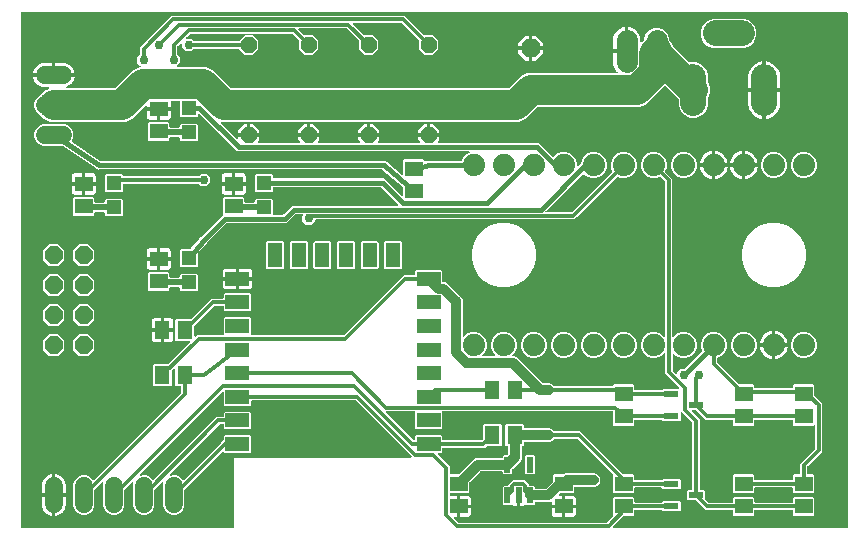
<source format=gbr>
G04 EAGLE Gerber X2 export*
%TF.Part,Single*%
%TF.FileFunction,Copper,L1,Top,Mixed*%
%TF.FilePolarity,Positive*%
%TF.GenerationSoftware,Autodesk,EAGLE,9.1.0*%
%TF.CreationDate,2023-04-28T19:49:15Z*%
G75*
%MOMM*%
%FSLAX34Y34*%
%LPD*%
%AMOC8*
5,1,8,0,0,1.08239X$1,22.5*%
G01*
%ADD10C,1.879600*%
%ADD11P,1.649562X8X112.500000*%
%ADD12R,1.200000X1.200000*%
%ADD13R,1.500000X1.300000*%
%ADD14C,2.184400*%
%ADD15C,1.524000*%
%ADD16P,1.732040X8X112.500000*%
%ADD17C,1.600200*%
%ADD18C,1.800000*%
%ADD19R,0.508000X1.320800*%
%ADD20R,2.000000X1.200000*%
%ADD21R,1.200000X2.000000*%
%ADD22R,1.270000X0.558800*%
%ADD23R,1.300000X1.500000*%
%ADD24P,1.429621X8X292.500000*%
%ADD25C,0.304800*%
%ADD26C,0.756400*%
%ADD27C,0.406400*%
%ADD28C,0.508000*%
%ADD29C,2.540000*%
%ADD30C,0.812800*%

G36*
X240558Y10164D02*
X240558Y10164D01*
X240577Y10162D01*
X240679Y10184D01*
X240781Y10200D01*
X240798Y10210D01*
X240818Y10214D01*
X240907Y10267D01*
X240998Y10316D01*
X241012Y10330D01*
X241029Y10340D01*
X241096Y10419D01*
X241168Y10494D01*
X241176Y10512D01*
X241189Y10527D01*
X241228Y10623D01*
X241271Y10717D01*
X241273Y10737D01*
X241281Y10755D01*
X241299Y10922D01*
X241299Y69850D01*
X241300Y69851D01*
X391389Y69851D01*
X391460Y69862D01*
X391532Y69864D01*
X391581Y69882D01*
X391632Y69890D01*
X391695Y69924D01*
X391763Y69949D01*
X391803Y69981D01*
X391850Y70006D01*
X391899Y70058D01*
X391955Y70102D01*
X391983Y70146D01*
X392019Y70184D01*
X392049Y70249D01*
X392088Y70309D01*
X392101Y70360D01*
X392123Y70407D01*
X392130Y70478D01*
X392148Y70548D01*
X392144Y70600D01*
X392150Y70651D01*
X392134Y70722D01*
X392129Y70793D01*
X392108Y70841D01*
X392097Y70892D01*
X392061Y70953D01*
X392032Y71019D01*
X391988Y71075D01*
X391971Y71103D01*
X391953Y71118D01*
X391928Y71150D01*
X345050Y118028D01*
X344976Y118081D01*
X344906Y118141D01*
X344876Y118153D01*
X344850Y118172D01*
X344763Y118199D01*
X344678Y118233D01*
X344637Y118237D01*
X344615Y118244D01*
X344583Y118243D01*
X344511Y118251D01*
X256686Y118251D01*
X256666Y118248D01*
X256647Y118250D01*
X256545Y118228D01*
X256443Y118212D01*
X256426Y118202D01*
X256406Y118198D01*
X256317Y118145D01*
X256226Y118096D01*
X256212Y118082D01*
X256195Y118072D01*
X256128Y117993D01*
X256056Y117918D01*
X256048Y117900D01*
X256035Y117885D01*
X255996Y117789D01*
X255953Y117695D01*
X255951Y117675D01*
X255943Y117657D01*
X255925Y117490D01*
X255925Y114668D01*
X255032Y113775D01*
X233768Y113775D01*
X232875Y114668D01*
X232875Y125126D01*
X232873Y125139D01*
X232874Y125149D01*
X232864Y125198D01*
X232862Y125268D01*
X232844Y125317D01*
X232836Y125369D01*
X232802Y125432D01*
X232777Y125499D01*
X232745Y125540D01*
X232720Y125586D01*
X232669Y125635D01*
X232624Y125691D01*
X232580Y125720D01*
X232542Y125755D01*
X232477Y125786D01*
X232417Y125824D01*
X232366Y125837D01*
X232319Y125859D01*
X232248Y125867D01*
X232178Y125884D01*
X232126Y125880D01*
X232075Y125886D01*
X232004Y125871D01*
X231933Y125865D01*
X231885Y125845D01*
X231834Y125834D01*
X231773Y125797D01*
X231707Y125769D01*
X231651Y125724D01*
X231623Y125708D01*
X231608Y125690D01*
X231576Y125664D01*
X161711Y55800D01*
X161655Y55721D01*
X161592Y55646D01*
X161583Y55621D01*
X161568Y55600D01*
X161539Y55507D01*
X161504Y55416D01*
X161503Y55390D01*
X161495Y55365D01*
X161498Y55268D01*
X161494Y55170D01*
X161501Y55145D01*
X161502Y55119D01*
X161535Y55028D01*
X161562Y54934D01*
X161577Y54913D01*
X161586Y54888D01*
X161647Y54812D01*
X161703Y54732D01*
X161724Y54716D01*
X161740Y54696D01*
X161822Y54643D01*
X161900Y54585D01*
X161925Y54577D01*
X161947Y54563D01*
X162041Y54539D01*
X162134Y54509D01*
X162160Y54509D01*
X162185Y54503D01*
X162282Y54510D01*
X162380Y54511D01*
X162411Y54521D01*
X162431Y54522D01*
X162461Y54535D01*
X162541Y54558D01*
X163281Y54865D01*
X166919Y54865D01*
X170280Y53473D01*
X172682Y51070D01*
X172698Y51059D01*
X172711Y51043D01*
X172798Y50987D01*
X172882Y50927D01*
X172901Y50921D01*
X172918Y50910D01*
X173018Y50885D01*
X173117Y50854D01*
X173137Y50855D01*
X173156Y50850D01*
X173259Y50858D01*
X173363Y50861D01*
X173382Y50868D01*
X173402Y50869D01*
X173496Y50910D01*
X173594Y50945D01*
X173610Y50958D01*
X173628Y50966D01*
X173759Y51070D01*
X225028Y102340D01*
X227037Y104349D01*
X232114Y104349D01*
X232134Y104352D01*
X232153Y104350D01*
X232255Y104372D01*
X232357Y104388D01*
X232374Y104398D01*
X232394Y104402D01*
X232483Y104455D01*
X232574Y104504D01*
X232588Y104518D01*
X232605Y104528D01*
X232672Y104607D01*
X232744Y104682D01*
X232752Y104700D01*
X232765Y104715D01*
X232804Y104811D01*
X232847Y104905D01*
X232849Y104925D01*
X232857Y104943D01*
X232875Y105110D01*
X232875Y107932D01*
X233768Y108825D01*
X255032Y108825D01*
X255925Y107932D01*
X255925Y94668D01*
X255032Y93775D01*
X233768Y93775D01*
X232875Y94668D01*
X232875Y97490D01*
X232872Y97510D01*
X232874Y97529D01*
X232852Y97631D01*
X232836Y97733D01*
X232826Y97750D01*
X232822Y97770D01*
X232769Y97859D01*
X232720Y97950D01*
X232706Y97964D01*
X232696Y97981D01*
X232617Y98048D01*
X232542Y98120D01*
X232524Y98128D01*
X232509Y98141D01*
X232413Y98180D01*
X232319Y98223D01*
X232299Y98225D01*
X232281Y98233D01*
X232114Y98251D01*
X229878Y98251D01*
X229788Y98237D01*
X229697Y98229D01*
X229667Y98217D01*
X229635Y98212D01*
X229555Y98169D01*
X229471Y98133D01*
X229439Y98107D01*
X229418Y98096D01*
X229396Y98073D01*
X229340Y98028D01*
X187111Y55800D01*
X187055Y55721D01*
X186992Y55646D01*
X186983Y55621D01*
X186968Y55600D01*
X186939Y55507D01*
X186904Y55416D01*
X186903Y55390D01*
X186895Y55365D01*
X186898Y55268D01*
X186894Y55170D01*
X186901Y55145D01*
X186902Y55119D01*
X186935Y55028D01*
X186962Y54934D01*
X186977Y54913D01*
X186986Y54888D01*
X187047Y54812D01*
X187103Y54732D01*
X187124Y54716D01*
X187140Y54696D01*
X187222Y54643D01*
X187300Y54585D01*
X187325Y54577D01*
X187347Y54563D01*
X187441Y54539D01*
X187534Y54509D01*
X187560Y54509D01*
X187585Y54503D01*
X187682Y54510D01*
X187780Y54511D01*
X187811Y54521D01*
X187831Y54522D01*
X187861Y54535D01*
X187941Y54558D01*
X188681Y54865D01*
X192319Y54865D01*
X195680Y53473D01*
X198082Y51070D01*
X198098Y51059D01*
X198111Y51043D01*
X198198Y50987D01*
X198282Y50927D01*
X198301Y50921D01*
X198318Y50910D01*
X198418Y50885D01*
X198517Y50854D01*
X198537Y50855D01*
X198556Y50850D01*
X198659Y50858D01*
X198763Y50861D01*
X198782Y50868D01*
X198802Y50869D01*
X198896Y50910D01*
X198994Y50945D01*
X199010Y50958D01*
X199028Y50966D01*
X199159Y51070D01*
X230428Y82340D01*
X232652Y84564D01*
X232705Y84638D01*
X232765Y84707D01*
X232777Y84737D01*
X232796Y84764D01*
X232823Y84851D01*
X232857Y84935D01*
X232861Y84976D01*
X232868Y84999D01*
X232867Y85031D01*
X232875Y85102D01*
X232875Y87932D01*
X233768Y88825D01*
X255032Y88825D01*
X255925Y87932D01*
X255925Y74668D01*
X255032Y73775D01*
X233768Y73775D01*
X232666Y74878D01*
X232650Y74889D01*
X232637Y74905D01*
X232550Y74961D01*
X232466Y75021D01*
X232447Y75027D01*
X232430Y75038D01*
X232330Y75063D01*
X232231Y75094D01*
X232211Y75093D01*
X232192Y75098D01*
X232089Y75090D01*
X231985Y75087D01*
X231966Y75080D01*
X231947Y75079D01*
X231852Y75039D01*
X231754Y75003D01*
X231739Y74990D01*
X231720Y74983D01*
X231589Y74878D01*
X199868Y43156D01*
X199815Y43082D01*
X199755Y43013D01*
X199743Y42983D01*
X199724Y42956D01*
X199697Y42869D01*
X199663Y42785D01*
X199659Y42744D01*
X199652Y42721D01*
X199653Y42689D01*
X199645Y42618D01*
X199645Y28661D01*
X198253Y25300D01*
X195680Y22727D01*
X192319Y21335D01*
X188681Y21335D01*
X185320Y22727D01*
X182747Y25300D01*
X181355Y28661D01*
X181355Y47539D01*
X181662Y48279D01*
X181684Y48374D01*
X181713Y48467D01*
X181712Y48493D01*
X181718Y48519D01*
X181709Y48615D01*
X181706Y48713D01*
X181697Y48737D01*
X181695Y48763D01*
X181655Y48852D01*
X181622Y48944D01*
X181606Y48964D01*
X181595Y48988D01*
X181529Y49060D01*
X181468Y49136D01*
X181446Y49150D01*
X181429Y49169D01*
X181343Y49216D01*
X181261Y49269D01*
X181236Y49275D01*
X181213Y49288D01*
X181117Y49305D01*
X181023Y49329D01*
X180997Y49327D01*
X180971Y49332D01*
X180874Y49317D01*
X180778Y49310D01*
X180754Y49300D01*
X180728Y49296D01*
X180641Y49252D01*
X180551Y49213D01*
X180526Y49193D01*
X180508Y49184D01*
X180485Y49161D01*
X180420Y49109D01*
X174468Y43156D01*
X174415Y43082D01*
X174355Y43013D01*
X174343Y42983D01*
X174324Y42956D01*
X174297Y42869D01*
X174263Y42785D01*
X174259Y42744D01*
X174252Y42721D01*
X174253Y42689D01*
X174245Y42618D01*
X174245Y28661D01*
X172853Y25300D01*
X170280Y22727D01*
X166919Y21335D01*
X163281Y21335D01*
X159920Y22727D01*
X157347Y25300D01*
X155955Y28661D01*
X155955Y47539D01*
X156262Y48279D01*
X156284Y48374D01*
X156313Y48467D01*
X156312Y48493D01*
X156318Y48519D01*
X156309Y48615D01*
X156306Y48713D01*
X156297Y48737D01*
X156295Y48763D01*
X156255Y48852D01*
X156222Y48944D01*
X156206Y48964D01*
X156195Y48988D01*
X156129Y49060D01*
X156068Y49136D01*
X156046Y49150D01*
X156029Y49169D01*
X155943Y49216D01*
X155861Y49269D01*
X155836Y49275D01*
X155813Y49288D01*
X155717Y49305D01*
X155623Y49329D01*
X155597Y49327D01*
X155571Y49332D01*
X155474Y49317D01*
X155378Y49310D01*
X155354Y49300D01*
X155328Y49296D01*
X155241Y49252D01*
X155151Y49214D01*
X155126Y49193D01*
X155108Y49184D01*
X155085Y49161D01*
X155020Y49109D01*
X149068Y43156D01*
X149015Y43082D01*
X148955Y43013D01*
X148943Y42983D01*
X148924Y42956D01*
X148897Y42869D01*
X148863Y42785D01*
X148859Y42744D01*
X148852Y42721D01*
X148853Y42689D01*
X148845Y42618D01*
X148845Y28661D01*
X147453Y25300D01*
X144880Y22727D01*
X141519Y21335D01*
X137881Y21335D01*
X134520Y22727D01*
X131947Y25300D01*
X130555Y28661D01*
X130555Y47539D01*
X130862Y48279D01*
X130884Y48374D01*
X130913Y48467D01*
X130912Y48493D01*
X130918Y48519D01*
X130909Y48615D01*
X130906Y48713D01*
X130897Y48737D01*
X130895Y48763D01*
X130855Y48852D01*
X130822Y48944D01*
X130806Y48964D01*
X130795Y48988D01*
X130729Y49060D01*
X130668Y49136D01*
X130646Y49150D01*
X130628Y49169D01*
X130543Y49216D01*
X130461Y49269D01*
X130436Y49275D01*
X130413Y49288D01*
X130317Y49305D01*
X130223Y49329D01*
X130197Y49327D01*
X130171Y49332D01*
X130074Y49317D01*
X129978Y49310D01*
X129954Y49300D01*
X129928Y49296D01*
X129841Y49252D01*
X129751Y49213D01*
X129726Y49193D01*
X129708Y49184D01*
X129685Y49161D01*
X129620Y49109D01*
X123668Y43156D01*
X123615Y43082D01*
X123555Y43013D01*
X123543Y42983D01*
X123524Y42956D01*
X123497Y42869D01*
X123463Y42785D01*
X123459Y42744D01*
X123452Y42721D01*
X123453Y42689D01*
X123445Y42618D01*
X123445Y28661D01*
X122053Y25300D01*
X119480Y22727D01*
X116119Y21335D01*
X112481Y21335D01*
X109120Y22727D01*
X106547Y25300D01*
X105155Y28661D01*
X105155Y47539D01*
X106547Y50900D01*
X109120Y53473D01*
X112481Y54865D01*
X116119Y54865D01*
X119480Y53473D01*
X121882Y51070D01*
X121898Y51059D01*
X121911Y51043D01*
X121998Y50987D01*
X122082Y50927D01*
X122101Y50921D01*
X122118Y50910D01*
X122218Y50885D01*
X122317Y50854D01*
X122337Y50855D01*
X122356Y50850D01*
X122459Y50858D01*
X122563Y50861D01*
X122582Y50868D01*
X122602Y50869D01*
X122696Y50910D01*
X122794Y50945D01*
X122810Y50958D01*
X122828Y50966D01*
X122959Y51070D01*
X196728Y124840D01*
X196781Y124914D01*
X196841Y124983D01*
X196853Y125013D01*
X196872Y125040D01*
X196899Y125127D01*
X196933Y125211D01*
X196937Y125252D01*
X196944Y125275D01*
X196943Y125307D01*
X196951Y125378D01*
X196951Y129914D01*
X196948Y129934D01*
X196950Y129953D01*
X196928Y130055D01*
X196912Y130157D01*
X196902Y130174D01*
X196898Y130194D01*
X196845Y130283D01*
X196796Y130374D01*
X196782Y130388D01*
X196772Y130405D01*
X196693Y130472D01*
X196618Y130544D01*
X196600Y130552D01*
X196585Y130565D01*
X196489Y130604D01*
X196395Y130647D01*
X196375Y130649D01*
X196357Y130657D01*
X196190Y130675D01*
X192868Y130675D01*
X191975Y131568D01*
X191975Y144526D01*
X191964Y144597D01*
X191962Y144668D01*
X191944Y144717D01*
X191936Y144769D01*
X191902Y144832D01*
X191877Y144899D01*
X191845Y144940D01*
X191820Y144986D01*
X191768Y145035D01*
X191724Y145091D01*
X191680Y145120D01*
X191642Y145155D01*
X191577Y145186D01*
X191517Y145224D01*
X191466Y145237D01*
X191419Y145259D01*
X191348Y145267D01*
X191278Y145284D01*
X191226Y145280D01*
X191175Y145286D01*
X191104Y145271D01*
X191033Y145265D01*
X190985Y145245D01*
X190934Y145234D01*
X190873Y145197D01*
X190807Y145169D01*
X190751Y145124D01*
X190723Y145108D01*
X190708Y145090D01*
X190676Y145064D01*
X189248Y143636D01*
X189195Y143562D01*
X189135Y143493D01*
X189123Y143463D01*
X189104Y143436D01*
X189077Y143349D01*
X189043Y143265D01*
X189039Y143224D01*
X189032Y143201D01*
X189033Y143169D01*
X189025Y143098D01*
X189025Y131568D01*
X188132Y130675D01*
X173868Y130675D01*
X172975Y131568D01*
X172975Y147832D01*
X173868Y148725D01*
X185398Y148725D01*
X185488Y148739D01*
X185579Y148747D01*
X185609Y148759D01*
X185641Y148764D01*
X185721Y148807D01*
X185805Y148843D01*
X185837Y148869D01*
X185858Y148880D01*
X185880Y148903D01*
X185936Y148948D01*
X204464Y167476D01*
X204506Y167534D01*
X204555Y167586D01*
X204577Y167633D01*
X204608Y167675D01*
X204629Y167744D01*
X204659Y167809D01*
X204665Y167861D01*
X204680Y167911D01*
X204678Y167982D01*
X204686Y168053D01*
X204675Y168104D01*
X204674Y168156D01*
X204649Y168224D01*
X204634Y168294D01*
X204607Y168339D01*
X204589Y168387D01*
X204544Y168443D01*
X204508Y168505D01*
X204468Y168539D01*
X204436Y168579D01*
X204375Y168618D01*
X204321Y168665D01*
X204272Y168684D01*
X204229Y168712D01*
X204159Y168730D01*
X204093Y168757D01*
X204021Y168765D01*
X203990Y168773D01*
X203967Y168771D01*
X203926Y168775D01*
X192868Y168775D01*
X191975Y169668D01*
X191975Y185932D01*
X192868Y186825D01*
X204398Y186825D01*
X204488Y186839D01*
X204579Y186847D01*
X204609Y186859D01*
X204641Y186864D01*
X204721Y186907D01*
X204805Y186943D01*
X204837Y186969D01*
X204858Y186980D01*
X204880Y187003D01*
X204936Y187048D01*
X222237Y204349D01*
X232114Y204349D01*
X232134Y204352D01*
X232153Y204350D01*
X232255Y204372D01*
X232357Y204388D01*
X232374Y204398D01*
X232394Y204402D01*
X232483Y204455D01*
X232574Y204504D01*
X232588Y204518D01*
X232605Y204528D01*
X232672Y204607D01*
X232744Y204682D01*
X232752Y204700D01*
X232765Y204715D01*
X232804Y204811D01*
X232847Y204905D01*
X232849Y204925D01*
X232857Y204943D01*
X232875Y205110D01*
X232875Y207932D01*
X233768Y208825D01*
X255032Y208825D01*
X255925Y207932D01*
X255925Y194668D01*
X255032Y193775D01*
X233768Y193775D01*
X232875Y194668D01*
X232875Y197490D01*
X232872Y197510D01*
X232874Y197529D01*
X232852Y197631D01*
X232836Y197733D01*
X232826Y197750D01*
X232822Y197770D01*
X232769Y197859D01*
X232720Y197950D01*
X232706Y197964D01*
X232696Y197981D01*
X232617Y198048D01*
X232542Y198120D01*
X232524Y198128D01*
X232509Y198141D01*
X232413Y198180D01*
X232319Y198223D01*
X232299Y198225D01*
X232281Y198233D01*
X232114Y198251D01*
X225078Y198251D01*
X224988Y198237D01*
X224897Y198229D01*
X224867Y198217D01*
X224835Y198212D01*
X224755Y198169D01*
X224671Y198133D01*
X224639Y198107D01*
X224618Y198096D01*
X224596Y198073D01*
X224540Y198028D01*
X208248Y181736D01*
X208195Y181662D01*
X208135Y181593D01*
X208123Y181563D01*
X208104Y181536D01*
X208077Y181449D01*
X208043Y181365D01*
X208039Y181324D01*
X208032Y181301D01*
X208033Y181269D01*
X208025Y181198D01*
X208025Y172874D01*
X208036Y172803D01*
X208038Y172732D01*
X208056Y172683D01*
X208064Y172631D01*
X208098Y172568D01*
X208123Y172501D01*
X208155Y172460D01*
X208180Y172414D01*
X208232Y172365D01*
X208276Y172309D01*
X208320Y172280D01*
X208358Y172245D01*
X208423Y172214D01*
X208483Y172176D01*
X208534Y172163D01*
X208581Y172141D01*
X208652Y172133D01*
X208722Y172116D01*
X208774Y172120D01*
X208825Y172114D01*
X208896Y172129D01*
X208967Y172135D01*
X209015Y172155D01*
X209066Y172166D01*
X209127Y172203D01*
X209193Y172231D01*
X209249Y172276D01*
X209277Y172292D01*
X209292Y172310D01*
X209324Y172336D01*
X210385Y173397D01*
X232309Y173397D01*
X232380Y173408D01*
X232452Y173410D01*
X232501Y173428D01*
X232552Y173436D01*
X232615Y173470D01*
X232683Y173495D01*
X232723Y173527D01*
X232769Y173552D01*
X232819Y173603D01*
X232875Y173648D01*
X232903Y173692D01*
X232939Y173730D01*
X232969Y173795D01*
X233008Y173855D01*
X233020Y173906D01*
X233042Y173953D01*
X233050Y174024D01*
X233068Y174094D01*
X233064Y174146D01*
X233069Y174197D01*
X233054Y174268D01*
X233049Y174339D01*
X233028Y174387D01*
X233017Y174438D01*
X232980Y174499D01*
X232952Y174565D01*
X232907Y174621D01*
X232891Y174649D01*
X232875Y174662D01*
X232875Y187932D01*
X233768Y188825D01*
X255032Y188825D01*
X255925Y187932D01*
X255925Y174658D01*
X255911Y174638D01*
X255861Y174586D01*
X255839Y174539D01*
X255809Y174497D01*
X255788Y174428D01*
X255758Y174363D01*
X255752Y174311D01*
X255737Y174262D01*
X255739Y174190D01*
X255731Y174119D01*
X255742Y174068D01*
X255743Y174016D01*
X255768Y173948D01*
X255783Y173878D01*
X255810Y173833D01*
X255827Y173785D01*
X255872Y173729D01*
X255909Y173667D01*
X255949Y173633D01*
X255981Y173593D01*
X256041Y173554D01*
X256096Y173507D01*
X256144Y173488D01*
X256188Y173460D01*
X256258Y173442D01*
X256324Y173415D01*
X256395Y173407D01*
X256427Y173399D01*
X256450Y173401D01*
X256491Y173397D01*
X333870Y173397D01*
X333960Y173411D01*
X334051Y173419D01*
X334081Y173431D01*
X334113Y173436D01*
X334193Y173479D01*
X334277Y173515D01*
X334309Y173541D01*
X334330Y173552D01*
X334352Y173575D01*
X334408Y173620D01*
X385137Y224349D01*
X394114Y224349D01*
X394134Y224352D01*
X394153Y224350D01*
X394255Y224372D01*
X394357Y224388D01*
X394374Y224398D01*
X394394Y224402D01*
X394483Y224455D01*
X394574Y224504D01*
X394588Y224518D01*
X394605Y224528D01*
X394672Y224607D01*
X394744Y224682D01*
X394752Y224700D01*
X394765Y224715D01*
X394804Y224811D01*
X394847Y224905D01*
X394849Y224925D01*
X394857Y224943D01*
X394875Y225110D01*
X394875Y227932D01*
X395768Y228825D01*
X417032Y228825D01*
X417925Y227932D01*
X417925Y219238D01*
X417928Y219218D01*
X417926Y219199D01*
X417948Y219097D01*
X417964Y218995D01*
X417974Y218978D01*
X417978Y218958D01*
X418031Y218869D01*
X418080Y218778D01*
X418094Y218764D01*
X418104Y218747D01*
X418183Y218680D01*
X418258Y218608D01*
X418276Y218600D01*
X418291Y218587D01*
X418387Y218548D01*
X418481Y218505D01*
X418501Y218503D01*
X418519Y218495D01*
X418686Y218477D01*
X419826Y218477D01*
X421880Y217626D01*
X423559Y215947D01*
X423560Y215947D01*
X432573Y206934D01*
X434252Y205254D01*
X435103Y203200D01*
X435103Y172988D01*
X435114Y172917D01*
X435116Y172845D01*
X435134Y172796D01*
X435142Y172745D01*
X435176Y172682D01*
X435201Y172614D01*
X435233Y172574D01*
X435258Y172527D01*
X435310Y172478D01*
X435354Y172422D01*
X435398Y172394D01*
X435436Y172358D01*
X435501Y172328D01*
X435561Y172289D01*
X435612Y172276D01*
X435659Y172254D01*
X435730Y172247D01*
X435800Y172229D01*
X435852Y172233D01*
X435903Y172227D01*
X435974Y172243D01*
X436045Y172248D01*
X436093Y172269D01*
X436144Y172280D01*
X436205Y172316D01*
X436271Y172345D01*
X436327Y172389D01*
X436355Y172406D01*
X436370Y172424D01*
X436402Y172449D01*
X438313Y174360D01*
X442327Y176023D01*
X446673Y176023D01*
X450687Y174360D01*
X453760Y171287D01*
X455423Y167273D01*
X455423Y162927D01*
X453760Y158913D01*
X451849Y157002D01*
X451807Y156944D01*
X451758Y156892D01*
X451736Y156845D01*
X451706Y156803D01*
X451685Y156734D01*
X451654Y156669D01*
X451649Y156617D01*
X451633Y156567D01*
X451635Y156496D01*
X451627Y156425D01*
X451638Y156374D01*
X451640Y156322D01*
X451664Y156254D01*
X451680Y156184D01*
X451706Y156139D01*
X451724Y156091D01*
X451769Y156035D01*
X451806Y155973D01*
X451845Y155939D01*
X451878Y155899D01*
X451938Y155860D01*
X451993Y155813D01*
X452041Y155794D01*
X452085Y155766D01*
X452154Y155748D01*
X452221Y155721D01*
X452292Y155713D01*
X452323Y155705D01*
X452347Y155707D01*
X452388Y155703D01*
X462012Y155703D01*
X462083Y155714D01*
X462155Y155716D01*
X462204Y155734D01*
X462255Y155742D01*
X462318Y155776D01*
X462386Y155801D01*
X462426Y155833D01*
X462473Y155858D01*
X462522Y155910D01*
X462578Y155954D01*
X462606Y155998D01*
X462642Y156036D01*
X462672Y156101D01*
X462711Y156161D01*
X462724Y156212D01*
X462746Y156259D01*
X462753Y156330D01*
X462771Y156400D01*
X462767Y156452D01*
X462773Y156503D01*
X462757Y156574D01*
X462752Y156645D01*
X462731Y156693D01*
X462720Y156744D01*
X462684Y156805D01*
X462655Y156871D01*
X462611Y156927D01*
X462594Y156955D01*
X462576Y156970D01*
X462551Y157002D01*
X460640Y158913D01*
X458977Y162927D01*
X458977Y167273D01*
X460640Y171287D01*
X463713Y174360D01*
X467727Y176023D01*
X472073Y176023D01*
X476087Y174360D01*
X479160Y171287D01*
X480823Y167273D01*
X480823Y162927D01*
X479160Y158913D01*
X477249Y157002D01*
X477207Y156944D01*
X477158Y156892D01*
X477136Y156845D01*
X477106Y156803D01*
X477085Y156734D01*
X477054Y156669D01*
X477049Y156617D01*
X477033Y156567D01*
X477035Y156496D01*
X477027Y156425D01*
X477038Y156374D01*
X477040Y156322D01*
X477064Y156254D01*
X477080Y156184D01*
X477106Y156139D01*
X477124Y156091D01*
X477169Y156035D01*
X477206Y155973D01*
X477245Y155939D01*
X477278Y155899D01*
X477338Y155860D01*
X477393Y155813D01*
X477441Y155794D01*
X477485Y155766D01*
X477554Y155748D01*
X477621Y155721D01*
X477692Y155713D01*
X477723Y155705D01*
X477747Y155707D01*
X477788Y155703D01*
X478698Y155703D01*
X480752Y154852D01*
X502792Y132812D01*
X502866Y132759D01*
X502935Y132699D01*
X502966Y132687D01*
X502992Y132668D01*
X503079Y132641D01*
X503164Y132607D01*
X503204Y132603D01*
X503227Y132596D01*
X503259Y132597D01*
X503330Y132589D01*
X509112Y132589D01*
X509653Y132365D01*
X509716Y132350D01*
X509777Y132325D01*
X509860Y132316D01*
X509892Y132309D01*
X509911Y132310D01*
X509944Y132307D01*
X510198Y132307D01*
X510378Y132127D01*
X510431Y132089D01*
X510478Y132043D01*
X510551Y132003D01*
X510578Y131983D01*
X510596Y131978D01*
X510625Y131962D01*
X511166Y131738D01*
X512632Y130272D01*
X512706Y130219D01*
X512775Y130159D01*
X512806Y130147D01*
X512832Y130128D01*
X512919Y130101D01*
X513004Y130067D01*
X513044Y130063D01*
X513067Y130056D01*
X513099Y130057D01*
X513170Y130049D01*
X561714Y130049D01*
X561734Y130052D01*
X561753Y130050D01*
X561855Y130072D01*
X561957Y130088D01*
X561974Y130098D01*
X561994Y130102D01*
X562083Y130155D01*
X562174Y130204D01*
X562188Y130218D01*
X562205Y130228D01*
X562272Y130307D01*
X562344Y130382D01*
X562352Y130400D01*
X562365Y130415D01*
X562404Y130511D01*
X562447Y130605D01*
X562449Y130625D01*
X562457Y130643D01*
X562475Y130810D01*
X562475Y130932D01*
X563368Y131825D01*
X579632Y131825D01*
X580525Y130932D01*
X580525Y127610D01*
X580528Y127590D01*
X580526Y127571D01*
X580548Y127469D01*
X580564Y127367D01*
X580574Y127350D01*
X580578Y127330D01*
X580631Y127241D01*
X580680Y127150D01*
X580694Y127136D01*
X580704Y127119D01*
X580783Y127052D01*
X580858Y126980D01*
X580876Y126972D01*
X580891Y126959D01*
X580987Y126920D01*
X581081Y126877D01*
X581101Y126875D01*
X581119Y126867D01*
X581286Y126849D01*
X603294Y126849D01*
X603384Y126863D01*
X603475Y126871D01*
X603505Y126883D01*
X603537Y126888D01*
X603618Y126931D01*
X603701Y126967D01*
X603734Y126993D01*
X603754Y127004D01*
X603776Y127027D01*
X603832Y127072D01*
X604904Y128144D01*
X618048Y128144D01*
X618118Y128155D01*
X618190Y128157D01*
X618239Y128175D01*
X618291Y128183D01*
X618354Y128217D01*
X618421Y128242D01*
X618462Y128274D01*
X618508Y128299D01*
X618557Y128351D01*
X618613Y128395D01*
X618641Y128439D01*
X618677Y128477D01*
X618707Y128542D01*
X618746Y128602D01*
X618759Y128653D01*
X618781Y128700D01*
X618789Y128771D01*
X618806Y128841D01*
X618802Y128893D01*
X618808Y128944D01*
X618793Y129015D01*
X618787Y129086D01*
X618767Y129134D01*
X618756Y129185D01*
X618719Y129246D01*
X618691Y129312D01*
X618646Y129368D01*
X618630Y129396D01*
X618621Y129404D01*
X618619Y129407D01*
X618608Y129416D01*
X618586Y129443D01*
X608814Y139215D01*
X606805Y141224D01*
X606805Y157720D01*
X606794Y157791D01*
X606792Y157863D01*
X606774Y157912D01*
X606766Y157963D01*
X606732Y158026D01*
X606707Y158094D01*
X606675Y158134D01*
X606650Y158181D01*
X606598Y158230D01*
X606554Y158286D01*
X606510Y158314D01*
X606472Y158350D01*
X606407Y158380D01*
X606347Y158419D01*
X606296Y158432D01*
X606249Y158454D01*
X606178Y158461D01*
X606108Y158479D01*
X606056Y158475D01*
X606005Y158481D01*
X605934Y158465D01*
X605863Y158460D01*
X605815Y158439D01*
X605764Y158428D01*
X605703Y158392D01*
X605637Y158363D01*
X605581Y158319D01*
X605553Y158302D01*
X605538Y158284D01*
X605506Y158259D01*
X603087Y155840D01*
X599073Y154177D01*
X594727Y154177D01*
X590713Y155840D01*
X587640Y158913D01*
X585977Y162927D01*
X585977Y167273D01*
X587640Y171287D01*
X590713Y174360D01*
X594727Y176023D01*
X599073Y176023D01*
X603087Y174360D01*
X605252Y172195D01*
X605310Y172153D01*
X605362Y172104D01*
X605409Y172082D01*
X605451Y172052D01*
X605520Y172031D01*
X605585Y172000D01*
X605637Y171995D01*
X605687Y171979D01*
X605758Y171981D01*
X605829Y171973D01*
X605880Y171984D01*
X605932Y171986D01*
X606000Y172010D01*
X606070Y172026D01*
X606115Y172052D01*
X606163Y172070D01*
X606219Y172115D01*
X606281Y172152D01*
X606315Y172191D01*
X606355Y172224D01*
X606394Y172284D01*
X606441Y172339D01*
X606460Y172387D01*
X606488Y172431D01*
X606506Y172500D01*
X606533Y172567D01*
X606541Y172638D01*
X606549Y172669D01*
X606547Y172693D01*
X606551Y172734D01*
X606551Y303222D01*
X606537Y303312D01*
X606529Y303403D01*
X606517Y303433D01*
X606512Y303465D01*
X606469Y303545D01*
X606433Y303629D01*
X606407Y303661D01*
X606396Y303682D01*
X606373Y303704D01*
X606356Y303725D01*
X606352Y303733D01*
X606347Y303737D01*
X606328Y303760D01*
X602571Y307518D01*
X602476Y307585D01*
X602382Y307656D01*
X602376Y307658D01*
X602371Y307661D01*
X602260Y307695D01*
X602148Y307732D01*
X602142Y307732D01*
X602136Y307734D01*
X602019Y307730D01*
X601902Y307729D01*
X601895Y307727D01*
X601890Y307727D01*
X601873Y307721D01*
X601741Y307683D01*
X599073Y306577D01*
X594727Y306577D01*
X590713Y308240D01*
X587640Y311313D01*
X585977Y315327D01*
X585977Y319673D01*
X587640Y323687D01*
X590713Y326760D01*
X594727Y328423D01*
X599073Y328423D01*
X603087Y326760D01*
X606160Y323687D01*
X607823Y319673D01*
X607823Y315327D01*
X606717Y312659D01*
X606707Y312616D01*
X606691Y312582D01*
X606685Y312522D01*
X606662Y312432D01*
X606663Y312425D01*
X606661Y312419D01*
X606667Y312360D01*
X606664Y312338D01*
X606672Y312301D01*
X606681Y312186D01*
X606684Y312181D01*
X606684Y312174D01*
X606715Y312106D01*
X606717Y312097D01*
X606725Y312084D01*
X606732Y312067D01*
X606778Y311960D01*
X606782Y311954D01*
X606784Y311950D01*
X606797Y311936D01*
X606882Y311829D01*
X612649Y306063D01*
X612649Y172734D01*
X612660Y172663D01*
X612662Y172591D01*
X612680Y172542D01*
X612688Y172491D01*
X612722Y172428D01*
X612747Y172360D01*
X612779Y172320D01*
X612804Y172273D01*
X612856Y172224D01*
X612900Y172168D01*
X612944Y172140D01*
X612982Y172104D01*
X613047Y172074D01*
X613107Y172035D01*
X613158Y172022D01*
X613205Y172000D01*
X613276Y171993D01*
X613346Y171975D01*
X613398Y171979D01*
X613449Y171973D01*
X613520Y171989D01*
X613591Y171994D01*
X613639Y172015D01*
X613690Y172026D01*
X613751Y172062D01*
X613817Y172091D01*
X613873Y172135D01*
X613901Y172152D01*
X613916Y172170D01*
X613948Y172195D01*
X616113Y174360D01*
X620127Y176023D01*
X624473Y176023D01*
X628487Y174360D01*
X631560Y171287D01*
X633223Y167273D01*
X633223Y162927D01*
X631560Y158913D01*
X628487Y155840D01*
X624473Y154177D01*
X620127Y154177D01*
X616113Y155840D01*
X614202Y157751D01*
X614144Y157793D01*
X614092Y157842D01*
X614045Y157864D01*
X614003Y157894D01*
X613934Y157915D01*
X613869Y157946D01*
X613817Y157951D01*
X613767Y157967D01*
X613696Y157965D01*
X613625Y157973D01*
X613574Y157962D01*
X613522Y157960D01*
X613454Y157936D01*
X613384Y157920D01*
X613339Y157894D01*
X613291Y157876D01*
X613235Y157831D01*
X613173Y157794D01*
X613139Y157755D01*
X613099Y157722D01*
X613060Y157662D01*
X613013Y157607D01*
X612994Y157559D01*
X612966Y157515D01*
X612948Y157446D01*
X612921Y157379D01*
X612913Y157308D01*
X612905Y157277D01*
X612907Y157253D01*
X612903Y157212D01*
X612903Y144065D01*
X612917Y143975D01*
X612925Y143884D01*
X612937Y143854D01*
X612942Y143822D01*
X612985Y143742D01*
X613021Y143658D01*
X613047Y143626D01*
X613058Y143605D01*
X613081Y143583D01*
X613126Y143527D01*
X615694Y140959D01*
X615752Y140917D01*
X615804Y140867D01*
X615851Y140846D01*
X615893Y140815D01*
X615962Y140794D01*
X616027Y140764D01*
X616079Y140758D01*
X616129Y140743D01*
X616200Y140745D01*
X616271Y140737D01*
X616322Y140748D01*
X616374Y140749D01*
X616442Y140774D01*
X616512Y140789D01*
X616557Y140816D01*
X616605Y140834D01*
X616661Y140878D01*
X616723Y140915D01*
X616757Y140955D01*
X616797Y140987D01*
X616836Y141048D01*
X616883Y141102D01*
X616902Y141150D01*
X616930Y141194D01*
X616948Y141264D01*
X616975Y141330D01*
X616983Y141402D01*
X616991Y141433D01*
X616989Y141456D01*
X616993Y141497D01*
X616993Y141898D01*
X620102Y145007D01*
X622261Y145007D01*
X622352Y145021D01*
X622442Y145029D01*
X622472Y145041D01*
X622504Y145046D01*
X622585Y145089D01*
X622669Y145125D01*
X622701Y145151D01*
X622722Y145162D01*
X622744Y145185D01*
X622800Y145230D01*
X637507Y159937D01*
X637575Y160031D01*
X637645Y160126D01*
X637647Y160132D01*
X637651Y160137D01*
X637685Y160248D01*
X637721Y160360D01*
X637721Y160366D01*
X637723Y160372D01*
X637720Y160489D01*
X637719Y160606D01*
X637717Y160613D01*
X637717Y160618D01*
X637710Y160635D01*
X637672Y160767D01*
X636777Y162927D01*
X636777Y167273D01*
X638440Y171287D01*
X641513Y174360D01*
X645527Y176023D01*
X649873Y176023D01*
X653887Y174360D01*
X656960Y171287D01*
X658623Y167273D01*
X658623Y162927D01*
X656960Y158913D01*
X653887Y155840D01*
X651219Y154735D01*
X651119Y154673D01*
X651063Y154643D01*
X651055Y154635D01*
X651019Y154613D01*
X651015Y154608D01*
X651010Y154605D01*
X650935Y154516D01*
X650859Y154426D01*
X650857Y154420D01*
X650853Y154416D01*
X650811Y154307D01*
X650767Y154198D01*
X650766Y154191D01*
X650765Y154186D01*
X650764Y154168D01*
X650749Y154031D01*
X650749Y150778D01*
X650763Y150688D01*
X650771Y150597D01*
X650783Y150567D01*
X650788Y150535D01*
X650831Y150455D01*
X650867Y150371D01*
X650893Y150339D01*
X650904Y150318D01*
X650927Y150296D01*
X650972Y150240D01*
X669164Y132048D01*
X669238Y131995D01*
X669307Y131935D01*
X669337Y131923D01*
X669364Y131904D01*
X669451Y131877D01*
X669535Y131843D01*
X669576Y131839D01*
X669599Y131832D01*
X669631Y131833D01*
X669702Y131825D01*
X681232Y131825D01*
X682125Y130932D01*
X682125Y129210D01*
X682128Y129190D01*
X682126Y129171D01*
X682148Y129069D01*
X682164Y128967D01*
X682174Y128950D01*
X682178Y128930D01*
X682231Y128841D01*
X682280Y128750D01*
X682294Y128736D01*
X682304Y128719D01*
X682383Y128652D01*
X682458Y128580D01*
X682476Y128572D01*
X682491Y128559D01*
X682587Y128520D01*
X682681Y128477D01*
X682701Y128475D01*
X682719Y128467D01*
X682886Y128449D01*
X714114Y128449D01*
X714134Y128452D01*
X714153Y128450D01*
X714255Y128472D01*
X714357Y128488D01*
X714374Y128498D01*
X714394Y128502D01*
X714483Y128555D01*
X714574Y128604D01*
X714588Y128618D01*
X714605Y128628D01*
X714672Y128707D01*
X714744Y128782D01*
X714752Y128800D01*
X714765Y128815D01*
X714804Y128911D01*
X714847Y129005D01*
X714849Y129025D01*
X714857Y129043D01*
X714875Y129210D01*
X714875Y130932D01*
X715768Y131825D01*
X732032Y131825D01*
X732925Y130932D01*
X732925Y122602D01*
X732939Y122512D01*
X732947Y122421D01*
X732959Y122391D01*
X732964Y122359D01*
X733007Y122279D01*
X733043Y122195D01*
X733069Y122163D01*
X733080Y122142D01*
X733103Y122120D01*
X733148Y122064D01*
X737640Y117572D01*
X739649Y115563D01*
X739649Y74937D01*
X727172Y62460D01*
X727129Y62401D01*
X727084Y62354D01*
X727077Y62337D01*
X727059Y62317D01*
X727047Y62287D01*
X727028Y62260D01*
X727003Y62179D01*
X726981Y62131D01*
X726979Y62119D01*
X726967Y62089D01*
X726963Y62048D01*
X726956Y62025D01*
X726957Y61993D01*
X726949Y61922D01*
X726949Y56386D01*
X726952Y56366D01*
X726950Y56347D01*
X726972Y56245D01*
X726988Y56143D01*
X726998Y56126D01*
X727002Y56106D01*
X727055Y56017D01*
X727104Y55926D01*
X727118Y55912D01*
X727128Y55895D01*
X727207Y55828D01*
X727282Y55756D01*
X727300Y55748D01*
X727315Y55735D01*
X727411Y55696D01*
X727505Y55653D01*
X727525Y55651D01*
X727543Y55643D01*
X727710Y55625D01*
X732032Y55625D01*
X732925Y54732D01*
X732925Y40468D01*
X732032Y39575D01*
X715768Y39575D01*
X714875Y40468D01*
X714875Y43790D01*
X714872Y43810D01*
X714874Y43829D01*
X714852Y43931D01*
X714836Y44033D01*
X714826Y44050D01*
X714822Y44070D01*
X714769Y44159D01*
X714720Y44250D01*
X714706Y44264D01*
X714696Y44281D01*
X714617Y44348D01*
X714542Y44420D01*
X714524Y44428D01*
X714509Y44441D01*
X714413Y44480D01*
X714319Y44523D01*
X714299Y44525D01*
X714281Y44533D01*
X714114Y44551D01*
X682886Y44551D01*
X682866Y44548D01*
X682847Y44550D01*
X682745Y44528D01*
X682643Y44512D01*
X682626Y44502D01*
X682606Y44498D01*
X682517Y44445D01*
X682426Y44396D01*
X682412Y44382D01*
X682395Y44372D01*
X682328Y44293D01*
X682256Y44218D01*
X682248Y44200D01*
X682235Y44185D01*
X682196Y44089D01*
X682153Y43995D01*
X682151Y43975D01*
X682143Y43957D01*
X682125Y43790D01*
X682125Y40468D01*
X681232Y39575D01*
X664968Y39575D01*
X664075Y40468D01*
X664075Y54732D01*
X664968Y55625D01*
X681232Y55625D01*
X682125Y54732D01*
X682125Y51410D01*
X682128Y51390D01*
X682126Y51371D01*
X682148Y51269D01*
X682164Y51167D01*
X682174Y51150D01*
X682178Y51130D01*
X682231Y51041D01*
X682280Y50950D01*
X682294Y50936D01*
X682304Y50919D01*
X682383Y50852D01*
X682458Y50780D01*
X682476Y50772D01*
X682491Y50759D01*
X682587Y50720D01*
X682681Y50677D01*
X682701Y50675D01*
X682719Y50667D01*
X682886Y50649D01*
X714114Y50649D01*
X714134Y50652D01*
X714153Y50650D01*
X714255Y50672D01*
X714357Y50688D01*
X714374Y50698D01*
X714394Y50702D01*
X714483Y50755D01*
X714574Y50804D01*
X714588Y50818D01*
X714605Y50828D01*
X714672Y50907D01*
X714744Y50982D01*
X714752Y51000D01*
X714765Y51015D01*
X714804Y51111D01*
X714847Y51205D01*
X714849Y51225D01*
X714857Y51243D01*
X714875Y51410D01*
X714875Y54732D01*
X715768Y55625D01*
X720090Y55625D01*
X720110Y55628D01*
X720129Y55626D01*
X720231Y55648D01*
X720333Y55664D01*
X720350Y55674D01*
X720370Y55678D01*
X720459Y55731D01*
X720550Y55780D01*
X720564Y55794D01*
X720581Y55804D01*
X720648Y55883D01*
X720720Y55958D01*
X720728Y55976D01*
X720741Y55991D01*
X720780Y56087D01*
X720823Y56181D01*
X720825Y56201D01*
X720833Y56219D01*
X720851Y56386D01*
X720851Y64763D01*
X733328Y77240D01*
X733381Y77314D01*
X733441Y77383D01*
X733453Y77413D01*
X733472Y77440D01*
X733499Y77527D01*
X733533Y77611D01*
X733537Y77652D01*
X733544Y77675D01*
X733543Y77707D01*
X733551Y77778D01*
X733551Y96457D01*
X733540Y96528D01*
X733538Y96600D01*
X733520Y96649D01*
X733512Y96700D01*
X733478Y96763D01*
X733453Y96831D01*
X733421Y96871D01*
X733396Y96917D01*
X733345Y96967D01*
X733300Y97023D01*
X733256Y97051D01*
X733218Y97087D01*
X733153Y97117D01*
X733093Y97156D01*
X733042Y97168D01*
X732995Y97190D01*
X732924Y97198D01*
X732854Y97216D01*
X732802Y97212D01*
X732751Y97217D01*
X732680Y97202D01*
X732609Y97197D01*
X732561Y97176D01*
X732510Y97165D01*
X732449Y97128D01*
X732383Y97100D01*
X732327Y97055D01*
X732299Y97039D01*
X732284Y97021D01*
X732252Y96995D01*
X732032Y96775D01*
X715768Y96775D01*
X714875Y97668D01*
X714875Y100990D01*
X714872Y101010D01*
X714874Y101029D01*
X714852Y101131D01*
X714836Y101233D01*
X714826Y101250D01*
X714822Y101270D01*
X714769Y101359D01*
X714720Y101450D01*
X714706Y101464D01*
X714696Y101481D01*
X714617Y101548D01*
X714542Y101620D01*
X714524Y101628D01*
X714509Y101641D01*
X714413Y101680D01*
X714319Y101723D01*
X714299Y101725D01*
X714281Y101733D01*
X714114Y101751D01*
X682886Y101751D01*
X682866Y101748D01*
X682847Y101750D01*
X682745Y101728D01*
X682643Y101712D01*
X682626Y101702D01*
X682606Y101698D01*
X682517Y101645D01*
X682426Y101596D01*
X682412Y101582D01*
X682395Y101572D01*
X682328Y101493D01*
X682256Y101418D01*
X682248Y101400D01*
X682235Y101385D01*
X682196Y101289D01*
X682153Y101195D01*
X682151Y101175D01*
X682143Y101157D01*
X682125Y100990D01*
X682125Y97668D01*
X681232Y96775D01*
X664968Y96775D01*
X664075Y97668D01*
X664075Y100990D01*
X664072Y101010D01*
X664074Y101029D01*
X664052Y101131D01*
X664036Y101233D01*
X664026Y101250D01*
X664022Y101270D01*
X663969Y101359D01*
X663920Y101450D01*
X663906Y101464D01*
X663896Y101481D01*
X663817Y101548D01*
X663742Y101620D01*
X663724Y101628D01*
X663709Y101641D01*
X663613Y101680D01*
X663519Y101723D01*
X663499Y101725D01*
X663481Y101733D01*
X663314Y101751D01*
X640951Y101751D01*
X632944Y109758D01*
X632870Y109811D01*
X632801Y109871D01*
X632771Y109883D01*
X632744Y109902D01*
X632657Y109929D01*
X632573Y109963D01*
X632532Y109967D01*
X632509Y109974D01*
X632477Y109973D01*
X632406Y109981D01*
X629728Y109981D01*
X629657Y109970D01*
X629585Y109968D01*
X629536Y109950D01*
X629485Y109942D01*
X629422Y109908D01*
X629354Y109883D01*
X629314Y109851D01*
X629267Y109826D01*
X629218Y109774D01*
X629162Y109730D01*
X629134Y109686D01*
X629098Y109648D01*
X629068Y109583D01*
X629029Y109523D01*
X629016Y109472D01*
X628994Y109425D01*
X628987Y109354D01*
X628969Y109284D01*
X628973Y109232D01*
X628967Y109181D01*
X628983Y109110D01*
X628988Y109039D01*
X629009Y108991D01*
X629020Y108940D01*
X629056Y108879D01*
X629085Y108813D01*
X629129Y108757D01*
X629146Y108729D01*
X629164Y108714D01*
X629189Y108682D01*
X635763Y102108D01*
X635763Y43180D01*
X635766Y43160D01*
X635764Y43141D01*
X635786Y43039D01*
X635802Y42937D01*
X635812Y42920D01*
X635816Y42900D01*
X635869Y42811D01*
X635918Y42720D01*
X635932Y42706D01*
X635942Y42689D01*
X636021Y42622D01*
X636096Y42550D01*
X636114Y42542D01*
X636129Y42529D01*
X636225Y42490D01*
X636319Y42447D01*
X636339Y42445D01*
X636357Y42437D01*
X636524Y42419D01*
X639696Y42419D01*
X640589Y41526D01*
X640589Y34852D01*
X640603Y34762D01*
X640611Y34671D01*
X640623Y34641D01*
X640628Y34609D01*
X640671Y34529D01*
X640707Y34445D01*
X640733Y34413D01*
X640744Y34392D01*
X640767Y34370D01*
X640812Y34314D01*
X643254Y31872D01*
X643328Y31819D01*
X643397Y31759D01*
X643427Y31747D01*
X643454Y31728D01*
X643541Y31701D01*
X643625Y31667D01*
X643666Y31663D01*
X643689Y31656D01*
X643721Y31657D01*
X643792Y31649D01*
X663314Y31649D01*
X663334Y31652D01*
X663353Y31650D01*
X663455Y31672D01*
X663557Y31688D01*
X663574Y31698D01*
X663594Y31702D01*
X663683Y31755D01*
X663774Y31804D01*
X663788Y31818D01*
X663805Y31828D01*
X663872Y31907D01*
X663944Y31982D01*
X663952Y32000D01*
X663965Y32015D01*
X664004Y32111D01*
X664047Y32205D01*
X664049Y32225D01*
X664057Y32243D01*
X664075Y32410D01*
X664075Y35732D01*
X664968Y36625D01*
X681232Y36625D01*
X682125Y35732D01*
X682125Y32410D01*
X682128Y32390D01*
X682126Y32371D01*
X682148Y32269D01*
X682164Y32167D01*
X682174Y32150D01*
X682178Y32130D01*
X682231Y32041D01*
X682280Y31950D01*
X682294Y31936D01*
X682304Y31919D01*
X682383Y31852D01*
X682458Y31780D01*
X682476Y31772D01*
X682491Y31759D01*
X682587Y31720D01*
X682681Y31677D01*
X682701Y31675D01*
X682719Y31667D01*
X682886Y31649D01*
X714114Y31649D01*
X714134Y31652D01*
X714153Y31650D01*
X714255Y31672D01*
X714357Y31688D01*
X714374Y31698D01*
X714394Y31702D01*
X714483Y31755D01*
X714574Y31804D01*
X714588Y31818D01*
X714605Y31828D01*
X714672Y31907D01*
X714744Y31982D01*
X714752Y32000D01*
X714765Y32015D01*
X714804Y32111D01*
X714847Y32205D01*
X714849Y32225D01*
X714857Y32243D01*
X714875Y32410D01*
X714875Y35732D01*
X715768Y36625D01*
X732032Y36625D01*
X732925Y35732D01*
X732925Y21468D01*
X732032Y20575D01*
X715768Y20575D01*
X714875Y21468D01*
X714875Y24790D01*
X714872Y24810D01*
X714874Y24829D01*
X714852Y24931D01*
X714836Y25033D01*
X714826Y25050D01*
X714822Y25070D01*
X714769Y25159D01*
X714720Y25250D01*
X714706Y25264D01*
X714696Y25281D01*
X714617Y25348D01*
X714542Y25420D01*
X714524Y25428D01*
X714509Y25441D01*
X714413Y25480D01*
X714319Y25523D01*
X714299Y25525D01*
X714281Y25533D01*
X714114Y25551D01*
X682886Y25551D01*
X682866Y25548D01*
X682847Y25550D01*
X682745Y25528D01*
X682643Y25512D01*
X682626Y25502D01*
X682606Y25498D01*
X682517Y25445D01*
X682426Y25396D01*
X682412Y25382D01*
X682395Y25372D01*
X682328Y25293D01*
X682256Y25218D01*
X682248Y25200D01*
X682235Y25185D01*
X682196Y25089D01*
X682153Y24995D01*
X682151Y24975D01*
X682143Y24957D01*
X682125Y24790D01*
X682125Y21468D01*
X681232Y20575D01*
X664968Y20575D01*
X664075Y21468D01*
X664075Y24790D01*
X664072Y24810D01*
X664074Y24829D01*
X664052Y24931D01*
X664036Y25033D01*
X664026Y25050D01*
X664022Y25070D01*
X663969Y25159D01*
X663920Y25250D01*
X663906Y25264D01*
X663896Y25281D01*
X663817Y25348D01*
X663742Y25420D01*
X663724Y25428D01*
X663709Y25441D01*
X663613Y25480D01*
X663519Y25523D01*
X663499Y25525D01*
X663481Y25533D01*
X663314Y25551D01*
X640951Y25551D01*
X638942Y27560D01*
X632944Y33558D01*
X632870Y33611D01*
X632801Y33671D01*
X632771Y33683D01*
X632744Y33702D01*
X632657Y33729D01*
X632573Y33763D01*
X632532Y33767D01*
X632509Y33774D01*
X632477Y33773D01*
X632406Y33781D01*
X625732Y33781D01*
X624839Y34674D01*
X624839Y41526D01*
X625732Y42419D01*
X628904Y42419D01*
X628924Y42422D01*
X628943Y42420D01*
X629045Y42442D01*
X629147Y42458D01*
X629164Y42468D01*
X629184Y42472D01*
X629273Y42525D01*
X629364Y42574D01*
X629378Y42588D01*
X629395Y42598D01*
X629462Y42677D01*
X629534Y42752D01*
X629542Y42770D01*
X629555Y42785D01*
X629594Y42881D01*
X629637Y42975D01*
X629639Y42995D01*
X629647Y43013D01*
X629665Y43180D01*
X629665Y99267D01*
X629651Y99357D01*
X629643Y99448D01*
X629631Y99478D01*
X629626Y99510D01*
X629583Y99591D01*
X629547Y99675D01*
X629521Y99707D01*
X629510Y99727D01*
X629487Y99750D01*
X629442Y99806D01*
X622276Y106972D01*
X621060Y108188D01*
X621002Y108230D01*
X620950Y108279D01*
X620903Y108301D01*
X620861Y108331D01*
X620792Y108352D01*
X620727Y108383D01*
X620675Y108388D01*
X620625Y108404D01*
X620554Y108402D01*
X620483Y108410D01*
X620432Y108399D01*
X620380Y108397D01*
X620312Y108373D01*
X620242Y108357D01*
X620197Y108331D01*
X620149Y108313D01*
X620093Y108268D01*
X620031Y108231D01*
X619997Y108192D01*
X619957Y108159D01*
X619918Y108099D01*
X619871Y108044D01*
X619852Y107996D01*
X619824Y107952D01*
X619806Y107883D01*
X619779Y107816D01*
X619771Y107745D01*
X619763Y107714D01*
X619765Y107690D01*
X619761Y107649D01*
X619761Y101349D01*
X618868Y100456D01*
X604904Y100456D01*
X603832Y101528D01*
X603758Y101581D01*
X603689Y101641D01*
X603659Y101653D01*
X603633Y101672D01*
X603546Y101699D01*
X603461Y101733D01*
X603420Y101737D01*
X603398Y101744D01*
X603365Y101743D01*
X603294Y101751D01*
X581286Y101751D01*
X581266Y101748D01*
X581247Y101750D01*
X581145Y101728D01*
X581043Y101712D01*
X581026Y101702D01*
X581006Y101698D01*
X580917Y101645D01*
X580826Y101596D01*
X580812Y101582D01*
X580795Y101572D01*
X580728Y101493D01*
X580656Y101418D01*
X580648Y101400D01*
X580635Y101385D01*
X580596Y101289D01*
X580553Y101195D01*
X580551Y101175D01*
X580543Y101157D01*
X580525Y100990D01*
X580525Y97668D01*
X579632Y96775D01*
X563368Y96775D01*
X562475Y97668D01*
X562475Y108442D01*
X562472Y108462D01*
X562474Y108481D01*
X562452Y108583D01*
X562436Y108685D01*
X562426Y108702D01*
X562422Y108722D01*
X562369Y108811D01*
X562320Y108902D01*
X562306Y108916D01*
X562296Y108933D01*
X562217Y109000D01*
X562142Y109072D01*
X562124Y109080D01*
X562109Y109093D01*
X562013Y109132D01*
X561919Y109175D01*
X561899Y109177D01*
X561881Y109185D01*
X561714Y109203D01*
X418491Y109203D01*
X418420Y109192D01*
X418348Y109190D01*
X418299Y109172D01*
X418248Y109164D01*
X418185Y109130D01*
X418117Y109105D01*
X418077Y109073D01*
X418031Y109048D01*
X417981Y108997D01*
X417925Y108952D01*
X417897Y108908D01*
X417861Y108870D01*
X417831Y108805D01*
X417792Y108745D01*
X417780Y108694D01*
X417758Y108647D01*
X417750Y108576D01*
X417732Y108506D01*
X417736Y108454D01*
X417731Y108403D01*
X417746Y108332D01*
X417751Y108261D01*
X417772Y108213D01*
X417783Y108162D01*
X417820Y108101D01*
X417848Y108035D01*
X417893Y107979D01*
X417909Y107951D01*
X417925Y107938D01*
X417925Y94668D01*
X417032Y93775D01*
X395768Y93775D01*
X394875Y94668D01*
X394875Y107942D01*
X394889Y107962D01*
X394939Y108014D01*
X394961Y108061D01*
X394991Y108103D01*
X395012Y108172D01*
X395042Y108237D01*
X395048Y108289D01*
X395063Y108338D01*
X395061Y108410D01*
X395069Y108481D01*
X395058Y108532D01*
X395057Y108584D01*
X395032Y108652D01*
X395017Y108722D01*
X394990Y108767D01*
X394973Y108815D01*
X394928Y108871D01*
X394891Y108933D01*
X394851Y108967D01*
X394819Y109007D01*
X394759Y109046D01*
X394704Y109093D01*
X394656Y109112D01*
X394612Y109140D01*
X394542Y109158D01*
X394476Y109185D01*
X394405Y109193D01*
X394373Y109201D01*
X394350Y109199D01*
X394309Y109203D01*
X370801Y109203D01*
X370731Y109192D01*
X370659Y109190D01*
X370610Y109172D01*
X370559Y109164D01*
X370495Y109130D01*
X370428Y109105D01*
X370387Y109073D01*
X370341Y109048D01*
X370292Y108997D01*
X370236Y108952D01*
X370208Y108908D01*
X370172Y108870D01*
X370142Y108805D01*
X370103Y108745D01*
X370090Y108694D01*
X370068Y108647D01*
X370060Y108576D01*
X370043Y108506D01*
X370047Y108454D01*
X370041Y108403D01*
X370056Y108332D01*
X370062Y108261D01*
X370082Y108213D01*
X370093Y108162D01*
X370130Y108101D01*
X370158Y108035D01*
X370203Y107979D01*
X370220Y107951D01*
X370237Y107936D01*
X370263Y107904D01*
X393576Y84591D01*
X393634Y84549D01*
X393686Y84500D01*
X393733Y84478D01*
X393775Y84448D01*
X393844Y84427D01*
X393909Y84396D01*
X393961Y84391D01*
X394011Y84375D01*
X394082Y84377D01*
X394153Y84369D01*
X394204Y84380D01*
X394256Y84382D01*
X394324Y84406D01*
X394394Y84421D01*
X394438Y84448D01*
X394487Y84466D01*
X394543Y84511D01*
X394605Y84548D01*
X394639Y84587D01*
X394679Y84620D01*
X394718Y84680D01*
X394765Y84735D01*
X394784Y84783D01*
X394812Y84827D01*
X394830Y84896D01*
X394857Y84963D01*
X394865Y85034D01*
X394873Y85065D01*
X394871Y85088D01*
X394875Y85129D01*
X394875Y87932D01*
X395768Y88825D01*
X417032Y88825D01*
X417925Y87932D01*
X417925Y85110D01*
X417928Y85090D01*
X417926Y85071D01*
X417948Y84969D01*
X417964Y84867D01*
X417974Y84850D01*
X417978Y84830D01*
X418031Y84741D01*
X418080Y84650D01*
X418094Y84636D01*
X418104Y84619D01*
X418183Y84552D01*
X418258Y84480D01*
X418276Y84472D01*
X418291Y84459D01*
X418387Y84420D01*
X418481Y84377D01*
X418501Y84375D01*
X418519Y84367D01*
X418686Y84349D01*
X451222Y84349D01*
X451312Y84363D01*
X451403Y84371D01*
X451433Y84383D01*
X451465Y84388D01*
X451545Y84431D01*
X451629Y84467D01*
X451661Y84493D01*
X451682Y84504D01*
X451704Y84527D01*
X451760Y84572D01*
X452152Y84964D01*
X452205Y85038D01*
X452265Y85107D01*
X452277Y85137D01*
X452296Y85164D01*
X452323Y85251D01*
X452357Y85335D01*
X452361Y85376D01*
X452368Y85399D01*
X452367Y85431D01*
X452375Y85502D01*
X452375Y97032D01*
X453268Y97925D01*
X467532Y97925D01*
X468425Y97032D01*
X468425Y80768D01*
X467532Y79875D01*
X456002Y79875D01*
X455912Y79861D01*
X455821Y79853D01*
X455791Y79841D01*
X455759Y79836D01*
X455679Y79793D01*
X455595Y79757D01*
X455563Y79731D01*
X455542Y79720D01*
X455520Y79697D01*
X455464Y79652D01*
X454063Y78251D01*
X418686Y78251D01*
X418666Y78248D01*
X418647Y78250D01*
X418545Y78228D01*
X418443Y78212D01*
X418426Y78202D01*
X418406Y78198D01*
X418317Y78145D01*
X418226Y78096D01*
X418212Y78082D01*
X418195Y78072D01*
X418128Y77993D01*
X418056Y77918D01*
X418048Y77900D01*
X418035Y77885D01*
X417996Y77789D01*
X417953Y77695D01*
X417951Y77675D01*
X417943Y77657D01*
X417925Y77490D01*
X417925Y74668D01*
X417032Y73775D01*
X414974Y73775D01*
X414903Y73764D01*
X414832Y73762D01*
X414783Y73744D01*
X414731Y73736D01*
X414668Y73702D01*
X414601Y73677D01*
X414560Y73645D01*
X414514Y73620D01*
X414465Y73568D01*
X414409Y73524D01*
X414380Y73480D01*
X414345Y73442D01*
X414314Y73377D01*
X414276Y73317D01*
X414263Y73266D01*
X414241Y73219D01*
X414233Y73148D01*
X414216Y73078D01*
X414220Y73026D01*
X414214Y72975D01*
X414229Y72904D01*
X414235Y72833D01*
X414255Y72785D01*
X414266Y72734D01*
X414303Y72673D01*
X414331Y72607D01*
X414376Y72551D01*
X414392Y72523D01*
X414410Y72508D01*
X414436Y72476D01*
X424301Y62611D01*
X424301Y56386D01*
X424304Y56366D01*
X424302Y56347D01*
X424324Y56245D01*
X424340Y56143D01*
X424350Y56126D01*
X424354Y56106D01*
X424407Y56017D01*
X424456Y55926D01*
X424470Y55912D01*
X424480Y55895D01*
X424559Y55828D01*
X424634Y55756D01*
X424652Y55748D01*
X424667Y55735D01*
X424763Y55696D01*
X424857Y55653D01*
X424877Y55651D01*
X424895Y55643D01*
X425062Y55625D01*
X431606Y55625D01*
X431696Y55639D01*
X431787Y55647D01*
X431817Y55659D01*
X431848Y55664D01*
X431929Y55707D01*
X432013Y55743D01*
X432045Y55769D01*
X432066Y55780D01*
X432088Y55803D01*
X432144Y55848D01*
X444788Y68492D01*
X446842Y69343D01*
X468274Y69343D01*
X468294Y69346D01*
X468313Y69344D01*
X468415Y69366D01*
X468517Y69382D01*
X468534Y69392D01*
X468554Y69396D01*
X468643Y69449D01*
X468734Y69498D01*
X468748Y69512D01*
X468765Y69522D01*
X468832Y69601D01*
X468904Y69676D01*
X468912Y69694D01*
X468925Y69709D01*
X468964Y69805D01*
X469007Y69899D01*
X469009Y69919D01*
X469017Y69937D01*
X469035Y70104D01*
X469035Y70990D01*
X469928Y71883D01*
X473010Y71883D01*
X473100Y71897D01*
X473191Y71905D01*
X473221Y71917D01*
X473252Y71922D01*
X473333Y71965D01*
X473417Y72001D01*
X473449Y72027D01*
X473470Y72038D01*
X473492Y72061D01*
X473548Y72106D01*
X473588Y72146D01*
X473636Y72213D01*
X473639Y72216D01*
X473640Y72219D01*
X473641Y72220D01*
X473701Y72289D01*
X473713Y72320D01*
X473732Y72346D01*
X473759Y72433D01*
X473793Y72518D01*
X473797Y72558D01*
X473804Y72581D01*
X473803Y72613D01*
X473811Y72684D01*
X473811Y79114D01*
X473808Y79134D01*
X473810Y79153D01*
X473788Y79255D01*
X473772Y79357D01*
X473762Y79374D01*
X473758Y79394D01*
X473705Y79483D01*
X473656Y79574D01*
X473642Y79588D01*
X473632Y79605D01*
X473553Y79672D01*
X473478Y79744D01*
X473460Y79752D01*
X473445Y79765D01*
X473349Y79804D01*
X473255Y79847D01*
X473235Y79849D01*
X473217Y79857D01*
X473050Y79875D01*
X472268Y79875D01*
X471375Y80768D01*
X471375Y97032D01*
X472268Y97925D01*
X486532Y97925D01*
X487425Y97032D01*
X487425Y95250D01*
X487428Y95230D01*
X487426Y95211D01*
X487448Y95109D01*
X487464Y95007D01*
X487474Y94990D01*
X487478Y94970D01*
X487531Y94881D01*
X487580Y94790D01*
X487594Y94776D01*
X487604Y94759D01*
X487683Y94692D01*
X487758Y94620D01*
X487776Y94612D01*
X487791Y94599D01*
X487887Y94560D01*
X487981Y94517D01*
X488001Y94515D01*
X488019Y94507D01*
X488186Y94489D01*
X509112Y94489D01*
X509653Y94265D01*
X509716Y94250D01*
X509777Y94225D01*
X509860Y94216D01*
X509892Y94209D01*
X509911Y94210D01*
X509944Y94207D01*
X510198Y94207D01*
X510378Y94027D01*
X510431Y93989D01*
X510478Y93943D01*
X510551Y93903D01*
X510578Y93883D01*
X510596Y93878D01*
X510625Y93862D01*
X511166Y93638D01*
X512632Y92172D01*
X512706Y92119D01*
X512775Y92059D01*
X512806Y92047D01*
X512832Y92028D01*
X512919Y92001D01*
X513004Y91967D01*
X513044Y91963D01*
X513067Y91956D01*
X513099Y91957D01*
X513170Y91949D01*
X534663Y91949D01*
X536672Y89940D01*
X570764Y55848D01*
X570838Y55795D01*
X570907Y55735D01*
X570937Y55723D01*
X570964Y55704D01*
X571051Y55677D01*
X571135Y55643D01*
X571176Y55639D01*
X571199Y55632D01*
X571231Y55633D01*
X571302Y55625D01*
X579632Y55625D01*
X580525Y54732D01*
X580525Y51410D01*
X580528Y51390D01*
X580526Y51371D01*
X580548Y51269D01*
X580564Y51167D01*
X580574Y51150D01*
X580578Y51130D01*
X580631Y51041D01*
X580680Y50950D01*
X580694Y50936D01*
X580704Y50919D01*
X580783Y50852D01*
X580858Y50780D01*
X580876Y50772D01*
X580891Y50759D01*
X580987Y50720D01*
X581081Y50677D01*
X581101Y50675D01*
X581119Y50667D01*
X581286Y50649D01*
X603294Y50649D01*
X603384Y50663D01*
X603475Y50671D01*
X603505Y50683D01*
X603537Y50688D01*
X603618Y50731D01*
X603701Y50767D01*
X603734Y50793D01*
X603754Y50804D01*
X603776Y50827D01*
X603832Y50872D01*
X604904Y51944D01*
X618868Y51944D01*
X619761Y51051D01*
X619761Y44199D01*
X618868Y43306D01*
X604904Y43306D01*
X603882Y44328D01*
X603808Y44381D01*
X603739Y44441D01*
X603709Y44453D01*
X603683Y44472D01*
X603596Y44499D01*
X603511Y44533D01*
X603470Y44537D01*
X603448Y44544D01*
X603415Y44543D01*
X603344Y44551D01*
X581286Y44551D01*
X581266Y44548D01*
X581247Y44550D01*
X581145Y44528D01*
X581043Y44512D01*
X581026Y44502D01*
X581006Y44498D01*
X580917Y44445D01*
X580826Y44396D01*
X580812Y44382D01*
X580795Y44372D01*
X580728Y44293D01*
X580656Y44218D01*
X580648Y44200D01*
X580635Y44185D01*
X580596Y44089D01*
X580553Y43995D01*
X580551Y43975D01*
X580543Y43957D01*
X580525Y43790D01*
X580525Y40468D01*
X579632Y39575D01*
X563368Y39575D01*
X562475Y40468D01*
X562475Y54797D01*
X562477Y54803D01*
X562488Y54820D01*
X562513Y54920D01*
X562544Y55019D01*
X562543Y55039D01*
X562548Y55058D01*
X562540Y55161D01*
X562537Y55265D01*
X562530Y55283D01*
X562529Y55303D01*
X562489Y55398D01*
X562453Y55496D01*
X562440Y55511D01*
X562433Y55530D01*
X562328Y55661D01*
X532360Y85628D01*
X532286Y85681D01*
X532217Y85741D01*
X532187Y85753D01*
X532160Y85772D01*
X532073Y85799D01*
X531989Y85833D01*
X531948Y85837D01*
X531925Y85844D01*
X531893Y85843D01*
X531822Y85851D01*
X513170Y85851D01*
X513080Y85837D01*
X512989Y85829D01*
X512959Y85817D01*
X512928Y85812D01*
X512847Y85769D01*
X512763Y85733D01*
X512731Y85707D01*
X512710Y85696D01*
X512688Y85673D01*
X512632Y85628D01*
X511166Y84162D01*
X510625Y83938D01*
X510569Y83903D01*
X510509Y83878D01*
X510471Y83847D01*
X510470Y83847D01*
X510444Y83826D01*
X510416Y83808D01*
X510403Y83793D01*
X510378Y83773D01*
X510198Y83593D01*
X509944Y83593D01*
X509879Y83583D01*
X509814Y83582D01*
X509734Y83559D01*
X509701Y83554D01*
X509684Y83544D01*
X509653Y83535D01*
X509112Y83311D01*
X488186Y83311D01*
X488166Y83308D01*
X488147Y83310D01*
X488045Y83288D01*
X487943Y83272D01*
X487926Y83262D01*
X487906Y83258D01*
X487817Y83205D01*
X487726Y83156D01*
X487712Y83142D01*
X487695Y83132D01*
X487628Y83053D01*
X487556Y82978D01*
X487548Y82960D01*
X487535Y82945D01*
X487496Y82849D01*
X487453Y82755D01*
X487451Y82735D01*
X487443Y82717D01*
X487425Y82550D01*
X487425Y80768D01*
X486532Y79875D01*
X485750Y79875D01*
X485730Y79872D01*
X485711Y79874D01*
X485609Y79852D01*
X485507Y79836D01*
X485490Y79826D01*
X485470Y79822D01*
X485381Y79769D01*
X485290Y79720D01*
X485276Y79706D01*
X485259Y79696D01*
X485192Y79617D01*
X485120Y79542D01*
X485112Y79524D01*
X485099Y79509D01*
X485060Y79413D01*
X485017Y79319D01*
X485015Y79299D01*
X485007Y79281D01*
X484989Y79114D01*
X484989Y68942D01*
X484138Y66888D01*
X477388Y60138D01*
X477339Y60071D01*
X477339Y60070D01*
X477338Y60070D01*
X477335Y60064D01*
X477275Y59995D01*
X477263Y59964D01*
X477244Y59938D01*
X477217Y59851D01*
X477183Y59766D01*
X477179Y59726D01*
X477172Y59703D01*
X477173Y59671D01*
X477165Y59600D01*
X477165Y56518D01*
X476272Y55625D01*
X469928Y55625D01*
X469035Y56518D01*
X469035Y57404D01*
X469032Y57424D01*
X469034Y57443D01*
X469012Y57545D01*
X468996Y57647D01*
X468986Y57664D01*
X468982Y57684D01*
X468929Y57773D01*
X468880Y57864D01*
X468866Y57878D01*
X468856Y57895D01*
X468777Y57962D01*
X468702Y58034D01*
X468684Y58042D01*
X468669Y58055D01*
X468573Y58094D01*
X468479Y58137D01*
X468459Y58139D01*
X468441Y58147D01*
X468274Y58165D01*
X450584Y58165D01*
X450494Y58151D01*
X450403Y58143D01*
X450373Y58131D01*
X450342Y58126D01*
X450261Y58083D01*
X450177Y58047D01*
X450145Y58021D01*
X450124Y58010D01*
X450102Y57987D01*
X450046Y57942D01*
X441048Y48944D01*
X440995Y48870D01*
X440935Y48801D01*
X440923Y48770D01*
X440904Y48744D01*
X440877Y48657D01*
X440843Y48572D01*
X440839Y48532D01*
X440832Y48509D01*
X440833Y48477D01*
X440825Y48406D01*
X440825Y40468D01*
X439932Y39575D01*
X425062Y39575D01*
X425042Y39572D01*
X425023Y39574D01*
X424921Y39552D01*
X424819Y39536D01*
X424802Y39526D01*
X424782Y39522D01*
X424693Y39469D01*
X424602Y39420D01*
X424588Y39406D01*
X424571Y39396D01*
X424504Y39317D01*
X424432Y39242D01*
X424424Y39224D01*
X424411Y39209D01*
X424372Y39113D01*
X424329Y39019D01*
X424327Y38999D01*
X424319Y38981D01*
X424301Y38814D01*
X424301Y38402D01*
X424304Y38382D01*
X424302Y38363D01*
X424324Y38261D01*
X424340Y38159D01*
X424350Y38142D01*
X424354Y38122D01*
X424407Y38033D01*
X424456Y37942D01*
X424470Y37928D01*
X424480Y37911D01*
X424559Y37844D01*
X424634Y37772D01*
X424652Y37764D01*
X424667Y37751D01*
X424763Y37712D01*
X424857Y37669D01*
X424877Y37667D01*
X424895Y37659D01*
X425062Y37641D01*
X430277Y37641D01*
X430277Y29362D01*
X430280Y29342D01*
X430278Y29323D01*
X430300Y29221D01*
X430317Y29119D01*
X430326Y29102D01*
X430330Y29082D01*
X430383Y28993D01*
X430432Y28902D01*
X430446Y28888D01*
X430456Y28871D01*
X430535Y28804D01*
X430610Y28733D01*
X430628Y28724D01*
X430643Y28711D01*
X430739Y28672D01*
X430833Y28629D01*
X430853Y28627D01*
X430871Y28619D01*
X431038Y28601D01*
X431801Y28601D01*
X431801Y28599D01*
X431038Y28599D01*
X431018Y28596D01*
X430999Y28598D01*
X430897Y28576D01*
X430795Y28559D01*
X430778Y28550D01*
X430758Y28546D01*
X430669Y28493D01*
X430578Y28444D01*
X430564Y28430D01*
X430547Y28420D01*
X430480Y28341D01*
X430409Y28266D01*
X430400Y28248D01*
X430387Y28233D01*
X430348Y28137D01*
X430305Y28043D01*
X430303Y28023D01*
X430295Y28005D01*
X430277Y27838D01*
X430277Y19559D01*
X428680Y19559D01*
X428609Y19548D01*
X428537Y19546D01*
X428488Y19528D01*
X428437Y19520D01*
X428374Y19486D01*
X428306Y19461D01*
X428266Y19429D01*
X428219Y19404D01*
X428170Y19352D01*
X428114Y19308D01*
X428086Y19264D01*
X428050Y19226D01*
X428020Y19161D01*
X427981Y19101D01*
X427968Y19050D01*
X427946Y19003D01*
X427939Y18932D01*
X427921Y18862D01*
X427925Y18810D01*
X427919Y18759D01*
X427935Y18688D01*
X427940Y18617D01*
X427961Y18569D01*
X427972Y18518D01*
X428008Y18457D01*
X428037Y18391D01*
X428081Y18335D01*
X428098Y18307D01*
X428116Y18292D01*
X428141Y18260D01*
X431445Y14956D01*
X431519Y14903D01*
X431589Y14843D01*
X431619Y14831D01*
X431645Y14812D01*
X431732Y14785D01*
X431817Y14751D01*
X431858Y14747D01*
X431880Y14740D01*
X431912Y14741D01*
X431984Y14733D01*
X557135Y14733D01*
X557240Y14750D01*
X557345Y14762D01*
X557361Y14770D01*
X557378Y14772D01*
X557471Y14822D01*
X557567Y14867D01*
X557583Y14881D01*
X557595Y14888D01*
X557617Y14910D01*
X557694Y14977D01*
X562616Y20293D01*
X562619Y20297D01*
X562623Y20300D01*
X562687Y20400D01*
X562752Y20498D01*
X562753Y20503D01*
X562756Y20507D01*
X562785Y20621D01*
X562815Y20735D01*
X562815Y20741D01*
X562816Y20746D01*
X562808Y20847D01*
X562809Y20858D01*
X562806Y20871D01*
X562799Y20981D01*
X562797Y20986D01*
X562797Y20991D01*
X562763Y21071D01*
X562757Y21098D01*
X562739Y21128D01*
X562706Y21208D01*
X562702Y21212D01*
X562700Y21217D01*
X562642Y21290D01*
X562631Y21309D01*
X562618Y21320D01*
X562596Y21348D01*
X562475Y21468D01*
X562475Y35732D01*
X563368Y36625D01*
X579632Y36625D01*
X580525Y35732D01*
X580525Y32385D01*
X580528Y32365D01*
X580526Y32346D01*
X580548Y32244D01*
X580564Y32142D01*
X580574Y32125D01*
X580578Y32105D01*
X580631Y32016D01*
X580680Y31925D01*
X580694Y31911D01*
X580704Y31894D01*
X580783Y31827D01*
X580858Y31755D01*
X580876Y31747D01*
X580891Y31734D01*
X580987Y31695D01*
X581081Y31652D01*
X581101Y31650D01*
X581119Y31642D01*
X581286Y31624D01*
X603319Y31624D01*
X603409Y31638D01*
X603500Y31646D01*
X603530Y31658D01*
X603562Y31663D01*
X603643Y31706D01*
X603726Y31742D01*
X603759Y31768D01*
X603779Y31779D01*
X603801Y31802D01*
X603857Y31847D01*
X604904Y32894D01*
X618868Y32894D01*
X619761Y32001D01*
X619761Y25149D01*
X618868Y24256D01*
X604904Y24256D01*
X603857Y25303D01*
X603783Y25356D01*
X603714Y25416D01*
X603684Y25428D01*
X603658Y25447D01*
X603571Y25474D01*
X603486Y25508D01*
X603445Y25512D01*
X603423Y25519D01*
X603390Y25518D01*
X603319Y25526D01*
X581286Y25526D01*
X581266Y25523D01*
X581247Y25525D01*
X581145Y25503D01*
X581043Y25487D01*
X581026Y25477D01*
X581006Y25473D01*
X580917Y25420D01*
X580826Y25371D01*
X580812Y25357D01*
X580795Y25347D01*
X580728Y25268D01*
X580656Y25193D01*
X580648Y25175D01*
X580635Y25160D01*
X580596Y25064D01*
X580553Y24970D01*
X580551Y24950D01*
X580543Y24932D01*
X580525Y24765D01*
X580525Y21468D01*
X579632Y20575D01*
X571520Y20575D01*
X571416Y20558D01*
X571311Y20546D01*
X571295Y20538D01*
X571277Y20536D01*
X571184Y20486D01*
X571088Y20441D01*
X571072Y20427D01*
X571060Y20420D01*
X571039Y20398D01*
X570962Y20331D01*
X562728Y11439D01*
X562697Y11392D01*
X562657Y11350D01*
X562629Y11290D01*
X562592Y11234D01*
X562578Y11179D01*
X562554Y11127D01*
X562546Y11061D01*
X562529Y10996D01*
X562533Y10939D01*
X562527Y10883D01*
X562541Y10817D01*
X562545Y10751D01*
X562567Y10698D01*
X562579Y10642D01*
X562613Y10585D01*
X562638Y10523D01*
X562676Y10480D01*
X562705Y10431D01*
X562756Y10388D01*
X562799Y10337D01*
X562848Y10308D01*
X562892Y10271D01*
X562954Y10246D01*
X563011Y10212D01*
X563067Y10201D01*
X563120Y10179D01*
X563221Y10168D01*
X563252Y10162D01*
X563265Y10163D01*
X563287Y10161D01*
X760478Y10161D01*
X760498Y10164D01*
X760517Y10162D01*
X760619Y10184D01*
X760721Y10200D01*
X760738Y10210D01*
X760758Y10214D01*
X760847Y10267D01*
X760938Y10316D01*
X760952Y10330D01*
X760969Y10340D01*
X761036Y10419D01*
X761108Y10494D01*
X761116Y10512D01*
X761129Y10527D01*
X761168Y10623D01*
X761211Y10717D01*
X761213Y10737D01*
X761221Y10755D01*
X761239Y10922D01*
X761239Y446178D01*
X761236Y446198D01*
X761238Y446217D01*
X761216Y446319D01*
X761200Y446421D01*
X761190Y446438D01*
X761186Y446458D01*
X761133Y446547D01*
X761084Y446638D01*
X761070Y446652D01*
X761060Y446669D01*
X760981Y446736D01*
X760906Y446808D01*
X760888Y446816D01*
X760873Y446829D01*
X760777Y446868D01*
X760683Y446911D01*
X760663Y446913D01*
X760645Y446921D01*
X760478Y446939D01*
X61722Y446939D01*
X61702Y446936D01*
X61683Y446938D01*
X61581Y446916D01*
X61479Y446900D01*
X61462Y446890D01*
X61442Y446886D01*
X61353Y446833D01*
X61262Y446784D01*
X61248Y446770D01*
X61231Y446760D01*
X61164Y446681D01*
X61092Y446606D01*
X61084Y446588D01*
X61071Y446573D01*
X61032Y446477D01*
X60989Y446383D01*
X60987Y446363D01*
X60979Y446345D01*
X60961Y446178D01*
X60961Y10922D01*
X60964Y10902D01*
X60962Y10883D01*
X60984Y10781D01*
X61000Y10679D01*
X61010Y10662D01*
X61014Y10642D01*
X61067Y10553D01*
X61116Y10462D01*
X61130Y10448D01*
X61140Y10431D01*
X61219Y10364D01*
X61294Y10292D01*
X61312Y10284D01*
X61327Y10271D01*
X61423Y10232D01*
X61517Y10189D01*
X61537Y10187D01*
X61555Y10179D01*
X61722Y10161D01*
X240538Y10161D01*
X240558Y10164D01*
G37*
%LPC*%
G36*
X196568Y231575D02*
X196568Y231575D01*
X195675Y232468D01*
X195675Y245732D01*
X196568Y246625D01*
X204589Y246625D01*
X204708Y246644D01*
X204828Y246663D01*
X204830Y246664D01*
X204832Y246664D01*
X204937Y246720D01*
X205046Y246777D01*
X205048Y246779D01*
X205049Y246780D01*
X205054Y246785D01*
X205168Y246892D01*
X212161Y255097D01*
X212193Y255149D01*
X212233Y255196D01*
X212256Y255254D01*
X212289Y255307D01*
X212302Y255367D01*
X212325Y255424D01*
X212329Y255459D01*
X213264Y256394D01*
X213277Y256412D01*
X213305Y256438D01*
X214160Y257442D01*
X214210Y257463D01*
X214271Y257478D01*
X214322Y257511D01*
X214379Y257535D01*
X214451Y257592D01*
X214478Y257610D01*
X214489Y257623D01*
X214510Y257640D01*
X230164Y273294D01*
X232052Y275182D01*
X232105Y275256D01*
X232165Y275326D01*
X232177Y275356D01*
X232196Y275382D01*
X232223Y275469D01*
X232257Y275554D01*
X232261Y275595D01*
X232268Y275617D01*
X232267Y275649D01*
X232275Y275721D01*
X232275Y289732D01*
X233168Y290625D01*
X249432Y290625D01*
X250325Y289732D01*
X250325Y286426D01*
X250328Y286406D01*
X250326Y286387D01*
X250348Y286285D01*
X250364Y286183D01*
X250374Y286166D01*
X250378Y286146D01*
X250431Y286057D01*
X250480Y285966D01*
X250494Y285952D01*
X250504Y285935D01*
X250583Y285868D01*
X250658Y285796D01*
X250676Y285788D01*
X250691Y285775D01*
X250787Y285736D01*
X250881Y285693D01*
X250901Y285691D01*
X250919Y285683D01*
X251086Y285665D01*
X258414Y285665D01*
X258434Y285668D01*
X258453Y285666D01*
X258555Y285688D01*
X258657Y285704D01*
X258674Y285714D01*
X258694Y285718D01*
X258783Y285771D01*
X258874Y285820D01*
X258888Y285834D01*
X258905Y285844D01*
X258972Y285923D01*
X259044Y285998D01*
X259052Y286016D01*
X259065Y286031D01*
X259104Y286127D01*
X259147Y286221D01*
X259149Y286241D01*
X259157Y286259D01*
X259175Y286426D01*
X259175Y288232D01*
X260068Y289125D01*
X273332Y289125D01*
X274225Y288232D01*
X274225Y276362D01*
X274228Y276342D01*
X274226Y276323D01*
X274248Y276221D01*
X274264Y276119D01*
X274274Y276102D01*
X274278Y276082D01*
X274331Y275993D01*
X274380Y275902D01*
X274394Y275888D01*
X274404Y275871D01*
X274483Y275804D01*
X274558Y275732D01*
X274576Y275724D01*
X274591Y275711D01*
X274687Y275672D01*
X274781Y275629D01*
X274801Y275627D01*
X274819Y275619D01*
X274986Y275601D01*
X282955Y275601D01*
X283046Y275615D01*
X283136Y275623D01*
X283166Y275635D01*
X283198Y275640D01*
X283279Y275683D01*
X283363Y275719D01*
X283395Y275745D01*
X283416Y275756D01*
X283438Y275779D01*
X283494Y275824D01*
X290883Y283213D01*
X379891Y283213D01*
X379961Y283224D01*
X380033Y283226D01*
X380082Y283244D01*
X380133Y283252D01*
X380197Y283286D01*
X380264Y283311D01*
X380305Y283343D01*
X380351Y283368D01*
X380400Y283420D01*
X380456Y283464D01*
X380484Y283508D01*
X380520Y283546D01*
X380550Y283611D01*
X380589Y283671D01*
X380602Y283722D01*
X380624Y283769D01*
X380632Y283840D01*
X380649Y283910D01*
X380645Y283962D01*
X380651Y284013D01*
X380636Y284084D01*
X380630Y284155D01*
X380610Y284203D01*
X380599Y284254D01*
X380562Y284315D01*
X380534Y284381D01*
X380489Y284437D01*
X380472Y284465D01*
X380455Y284480D01*
X380429Y284512D01*
X366121Y298820D01*
X366047Y298873D01*
X365977Y298933D01*
X365947Y298945D01*
X365921Y298964D01*
X365834Y298991D01*
X365749Y299025D01*
X365708Y299029D01*
X365686Y299036D01*
X365654Y299035D01*
X365582Y299043D01*
X274986Y299043D01*
X274966Y299040D01*
X274947Y299042D01*
X274845Y299020D01*
X274743Y299004D01*
X274726Y298994D01*
X274706Y298990D01*
X274617Y298937D01*
X274526Y298888D01*
X274512Y298874D01*
X274495Y298864D01*
X274428Y298785D01*
X274356Y298710D01*
X274348Y298692D01*
X274335Y298677D01*
X274296Y298581D01*
X274253Y298487D01*
X274251Y298467D01*
X274243Y298449D01*
X274225Y298282D01*
X274225Y295968D01*
X273332Y295075D01*
X260068Y295075D01*
X259175Y295968D01*
X259175Y309232D01*
X260068Y310125D01*
X273332Y310125D01*
X274225Y309232D01*
X274225Y306918D01*
X274228Y306898D01*
X274226Y306879D01*
X274248Y306777D01*
X274264Y306675D01*
X274274Y306658D01*
X274278Y306638D01*
X274331Y306549D01*
X274380Y306458D01*
X274394Y306444D01*
X274404Y306427D01*
X274483Y306360D01*
X274558Y306288D01*
X274576Y306280D01*
X274591Y306267D01*
X274687Y306228D01*
X274781Y306185D01*
X274801Y306183D01*
X274819Y306175D01*
X274986Y306157D01*
X368844Y306157D01*
X383376Y291625D01*
X383434Y291583D01*
X383486Y291534D01*
X383533Y291512D01*
X383575Y291482D01*
X383644Y291461D01*
X383709Y291430D01*
X383761Y291425D01*
X383811Y291409D01*
X383882Y291411D01*
X383953Y291403D01*
X384004Y291414D01*
X384056Y291416D01*
X384124Y291440D01*
X384194Y291456D01*
X384239Y291482D01*
X384287Y291500D01*
X384343Y291545D01*
X384405Y291582D01*
X384439Y291621D01*
X384479Y291654D01*
X384518Y291714D01*
X384565Y291769D01*
X384584Y291817D01*
X384612Y291861D01*
X384630Y291930D01*
X384657Y291997D01*
X384665Y292068D01*
X384673Y292099D01*
X384671Y292123D01*
X384675Y292164D01*
X384675Y298118D01*
X384657Y298233D01*
X384640Y298348D01*
X384637Y298355D01*
X384636Y298361D01*
X384581Y298463D01*
X384528Y298568D01*
X384523Y298574D01*
X384520Y298578D01*
X384506Y298592D01*
X384415Y298691D01*
X367180Y313755D01*
X367124Y313790D01*
X367074Y313833D01*
X367020Y313854D01*
X366971Y313885D01*
X366907Y313900D01*
X366846Y313925D01*
X366764Y313934D01*
X366732Y313941D01*
X366712Y313940D01*
X366679Y313943D01*
X127428Y313943D01*
X127404Y313939D01*
X127278Y313928D01*
X126253Y313723D01*
X126115Y313815D01*
X126100Y313822D01*
X126088Y313833D01*
X125988Y313873D01*
X125891Y313917D01*
X125875Y313919D01*
X125859Y313925D01*
X125693Y313943D01*
X125527Y313943D01*
X124787Y314683D01*
X124768Y314696D01*
X124671Y314778D01*
X96397Y333627D01*
X96382Y333634D01*
X96369Y333645D01*
X96270Y333685D01*
X96173Y333729D01*
X96157Y333731D01*
X96141Y333737D01*
X95975Y333755D01*
X79461Y333755D01*
X76100Y335147D01*
X73527Y337720D01*
X72135Y341081D01*
X72135Y344719D01*
X73527Y348080D01*
X76100Y350653D01*
X79461Y352045D01*
X98339Y352045D01*
X101700Y350653D01*
X104273Y348080D01*
X105665Y344719D01*
X105665Y341081D01*
X104254Y337676D01*
X104238Y337609D01*
X104213Y337544D01*
X104211Y337490D01*
X104198Y337436D01*
X104205Y337368D01*
X104201Y337299D01*
X104216Y337246D01*
X104221Y337191D01*
X104249Y337128D01*
X104268Y337062D01*
X104299Y337017D01*
X104321Y336967D01*
X104368Y336916D01*
X104407Y336859D01*
X104465Y336810D01*
X104488Y336786D01*
X104507Y336775D01*
X104535Y336751D01*
X127885Y321185D01*
X127900Y321178D01*
X127913Y321167D01*
X128012Y321127D01*
X128109Y321083D01*
X128125Y321081D01*
X128141Y321075D01*
X128307Y321057D01*
X368155Y321057D01*
X368174Y321060D01*
X368206Y321058D01*
X369569Y321150D01*
X369580Y321145D01*
X369629Y321115D01*
X369693Y321100D01*
X369754Y321075D01*
X369755Y321075D01*
X370712Y320118D01*
X370728Y320106D01*
X370750Y320083D01*
X383413Y309015D01*
X383452Y308990D01*
X383486Y308958D01*
X383556Y308926D01*
X383622Y308885D01*
X383667Y308874D01*
X383709Y308855D01*
X383786Y308846D01*
X383861Y308828D01*
X383908Y308833D01*
X383953Y308828D01*
X384029Y308844D01*
X384106Y308851D01*
X384149Y308870D01*
X384194Y308880D01*
X384260Y308920D01*
X384331Y308951D01*
X384365Y308982D01*
X384405Y309006D01*
X384455Y309065D01*
X384512Y309117D01*
X384535Y309158D01*
X384565Y309193D01*
X384594Y309265D01*
X384631Y309333D01*
X384639Y309378D01*
X384657Y309421D01*
X384672Y309556D01*
X384675Y309575D01*
X384674Y309580D01*
X384675Y309588D01*
X384675Y321432D01*
X385568Y322325D01*
X401832Y322325D01*
X402725Y321432D01*
X402725Y321219D01*
X402743Y321107D01*
X402758Y320995D01*
X402763Y320986D01*
X402764Y320976D01*
X402817Y320876D01*
X402868Y320774D01*
X402875Y320767D01*
X402880Y320759D01*
X402961Y320681D01*
X403042Y320600D01*
X403051Y320596D01*
X403058Y320589D01*
X403160Y320542D01*
X403262Y320491D01*
X403272Y320490D01*
X403281Y320486D01*
X403393Y320473D01*
X403506Y320458D01*
X403518Y320459D01*
X403525Y320458D01*
X403549Y320464D01*
X403672Y320481D01*
X404375Y320658D01*
X404486Y320706D01*
X404597Y320753D01*
X404599Y320755D01*
X404601Y320756D01*
X404608Y320762D01*
X404728Y320858D01*
X404927Y321057D01*
X405864Y321057D01*
X405874Y321058D01*
X405884Y321057D01*
X406050Y321080D01*
X406960Y321309D01*
X407201Y321164D01*
X407312Y321121D01*
X407425Y321075D01*
X407428Y321075D01*
X407430Y321074D01*
X407439Y321074D01*
X407592Y321057D01*
X433642Y321057D01*
X433757Y321076D01*
X433873Y321093D01*
X433878Y321095D01*
X433885Y321096D01*
X433987Y321151D01*
X434092Y321204D01*
X434097Y321209D01*
X434102Y321212D01*
X434182Y321296D01*
X434264Y321380D01*
X434268Y321386D01*
X434271Y321390D01*
X434279Y321407D01*
X434345Y321527D01*
X435240Y323687D01*
X438313Y326760D01*
X440628Y327719D01*
X440711Y327770D01*
X440797Y327816D01*
X440815Y327835D01*
X440837Y327848D01*
X440899Y327923D01*
X440966Y327994D01*
X440977Y328018D01*
X440994Y328038D01*
X441028Y328129D01*
X441070Y328217D01*
X441072Y328243D01*
X441082Y328267D01*
X441086Y328365D01*
X441097Y328461D01*
X441091Y328487D01*
X441092Y328513D01*
X441065Y328607D01*
X441044Y328702D01*
X441031Y328724D01*
X441024Y328749D01*
X440968Y328829D01*
X440918Y328913D01*
X440898Y328930D01*
X440883Y328951D01*
X440805Y329010D01*
X440731Y329073D01*
X440707Y329083D01*
X440686Y329098D01*
X440594Y329128D01*
X440503Y329165D01*
X440471Y329168D01*
X440452Y329174D01*
X440419Y329174D01*
X440336Y329183D01*
X244213Y329183D01*
X212024Y361372D01*
X211966Y361414D01*
X211914Y361463D01*
X211867Y361485D01*
X211825Y361516D01*
X211756Y361537D01*
X211691Y361567D01*
X211639Y361573D01*
X211589Y361588D01*
X211518Y361586D01*
X211447Y361594D01*
X211396Y361583D01*
X211344Y361582D01*
X211276Y361557D01*
X211206Y361542D01*
X211161Y361515D01*
X211113Y361497D01*
X211057Y361452D01*
X210995Y361416D01*
X210961Y361376D01*
X210921Y361343D01*
X210882Y361283D01*
X210835Y361229D01*
X210816Y361180D01*
X210788Y361136D01*
X210770Y361067D01*
X210743Y361000D01*
X210735Y360929D01*
X210727Y360898D01*
X210729Y360875D01*
X210725Y360834D01*
X210725Y359468D01*
X209832Y358575D01*
X196568Y358575D01*
X195675Y359468D01*
X195675Y371338D01*
X195672Y371358D01*
X195674Y371377D01*
X195652Y371479D01*
X195636Y371581D01*
X195626Y371598D01*
X195622Y371618D01*
X195569Y371707D01*
X195520Y371798D01*
X195506Y371812D01*
X195496Y371829D01*
X195417Y371896D01*
X195342Y371968D01*
X195324Y371976D01*
X195309Y371989D01*
X195213Y372028D01*
X195119Y372071D01*
X195099Y372073D01*
X195081Y372081D01*
X194914Y372099D01*
X188602Y372099D01*
X188582Y372096D01*
X188563Y372098D01*
X188461Y372076D01*
X188359Y372060D01*
X188342Y372050D01*
X188322Y372046D01*
X188233Y371993D01*
X188142Y371944D01*
X188128Y371930D01*
X188111Y371920D01*
X188044Y371841D01*
X187972Y371766D01*
X187964Y371748D01*
X187951Y371733D01*
X187912Y371637D01*
X187869Y371543D01*
X187867Y371523D01*
X187859Y371505D01*
X187841Y371338D01*
X187841Y366623D01*
X178562Y366623D01*
X178542Y366620D01*
X178523Y366622D01*
X178421Y366600D01*
X178319Y366583D01*
X178302Y366574D01*
X178282Y366570D01*
X178193Y366517D01*
X178102Y366468D01*
X178088Y366454D01*
X178071Y366444D01*
X178004Y366365D01*
X177933Y366290D01*
X177924Y366272D01*
X177911Y366257D01*
X177872Y366161D01*
X177829Y366067D01*
X177827Y366047D01*
X177819Y366029D01*
X177801Y365862D01*
X177801Y365099D01*
X177799Y365099D01*
X177799Y365862D01*
X177796Y365882D01*
X177798Y365901D01*
X177776Y366003D01*
X177759Y366105D01*
X177750Y366122D01*
X177746Y366142D01*
X177693Y366231D01*
X177644Y366322D01*
X177630Y366336D01*
X177620Y366353D01*
X177541Y366420D01*
X177466Y366491D01*
X177448Y366500D01*
X177433Y366513D01*
X177337Y366552D01*
X177243Y366595D01*
X177223Y366597D01*
X177205Y366605D01*
X177038Y366623D01*
X167759Y366623D01*
X167759Y367220D01*
X167748Y367291D01*
X167746Y367363D01*
X167728Y367412D01*
X167720Y367463D01*
X167686Y367526D01*
X167661Y367594D01*
X167629Y367634D01*
X167604Y367681D01*
X167552Y367730D01*
X167508Y367786D01*
X167464Y367814D01*
X167426Y367850D01*
X167361Y367880D01*
X167301Y367919D01*
X167250Y367932D01*
X167203Y367954D01*
X167132Y367961D01*
X167062Y367979D01*
X167010Y367975D01*
X166959Y367981D01*
X166888Y367965D01*
X166817Y367960D01*
X166769Y367939D01*
X166718Y367928D01*
X166657Y367892D01*
X166591Y367863D01*
X166535Y367819D01*
X166507Y367802D01*
X166492Y367784D01*
X166460Y367759D01*
X154942Y356241D01*
X149714Y354075D01*
X86071Y354075D01*
X80842Y356241D01*
X76951Y360132D01*
X76898Y360171D01*
X76851Y360216D01*
X76778Y360257D01*
X76751Y360276D01*
X76733Y360282D01*
X76704Y360297D01*
X76100Y360547D01*
X73527Y363120D01*
X72135Y366481D01*
X72135Y370119D01*
X73527Y373480D01*
X76100Y376053D01*
X76704Y376303D01*
X76760Y376337D01*
X76820Y376363D01*
X76885Y376415D01*
X76913Y376432D01*
X76925Y376447D01*
X76951Y376468D01*
X80842Y380359D01*
X84984Y382075D01*
X85067Y382126D01*
X85153Y382172D01*
X85171Y382191D01*
X85193Y382204D01*
X85255Y382279D01*
X85322Y382350D01*
X85333Y382374D01*
X85350Y382394D01*
X85385Y382485D01*
X85426Y382573D01*
X85429Y382599D01*
X85438Y382623D01*
X85442Y382721D01*
X85453Y382817D01*
X85447Y382843D01*
X85449Y382869D01*
X85421Y382963D01*
X85401Y383058D01*
X85387Y383080D01*
X85380Y383105D01*
X85325Y383185D01*
X85275Y383269D01*
X85255Y383286D01*
X85240Y383307D01*
X85162Y383366D01*
X85088Y383429D01*
X85063Y383439D01*
X85042Y383454D01*
X84950Y383484D01*
X84860Y383521D01*
X84827Y383524D01*
X84809Y383530D01*
X84776Y383530D01*
X84693Y383539D01*
X80480Y383539D01*
X78901Y383789D01*
X77380Y384284D01*
X75955Y385010D01*
X74661Y385950D01*
X73530Y387081D01*
X72590Y388375D01*
X71864Y389800D01*
X71369Y391321D01*
X71234Y392177D01*
X88138Y392177D01*
X88158Y392180D01*
X88177Y392178D01*
X88279Y392200D01*
X88381Y392217D01*
X88398Y392226D01*
X88418Y392230D01*
X88507Y392283D01*
X88598Y392332D01*
X88612Y392346D01*
X88629Y392356D01*
X88696Y392435D01*
X88767Y392510D01*
X88776Y392528D01*
X88789Y392543D01*
X88827Y392639D01*
X88871Y392733D01*
X88873Y392753D01*
X88881Y392771D01*
X88899Y392938D01*
X88899Y393701D01*
X88901Y393701D01*
X88901Y392938D01*
X88904Y392918D01*
X88902Y392899D01*
X88924Y392797D01*
X88941Y392695D01*
X88950Y392678D01*
X88954Y392658D01*
X89007Y392569D01*
X89056Y392478D01*
X89070Y392464D01*
X89080Y392447D01*
X89159Y392380D01*
X89234Y392309D01*
X89252Y392300D01*
X89267Y392287D01*
X89363Y392248D01*
X89457Y392205D01*
X89477Y392203D01*
X89495Y392195D01*
X89662Y392177D01*
X106566Y392177D01*
X106431Y391321D01*
X105936Y389800D01*
X105210Y388375D01*
X104270Y387081D01*
X103139Y385950D01*
X101845Y385010D01*
X100420Y384284D01*
X99578Y384010D01*
X99574Y384008D01*
X99570Y384007D01*
X99466Y383952D01*
X99359Y383897D01*
X99357Y383894D01*
X99353Y383892D01*
X99271Y383806D01*
X99188Y383721D01*
X99186Y383717D01*
X99184Y383714D01*
X99134Y383606D01*
X99082Y383499D01*
X99082Y383495D01*
X99080Y383491D01*
X99067Y383374D01*
X99053Y383254D01*
X99053Y383250D01*
X99053Y383247D01*
X99078Y383131D01*
X99102Y383014D01*
X99104Y383010D01*
X99105Y383006D01*
X99166Y382904D01*
X99226Y382801D01*
X99229Y382798D01*
X99231Y382795D01*
X99322Y382717D01*
X99412Y382639D01*
X99415Y382638D01*
X99418Y382635D01*
X99530Y382590D01*
X99639Y382545D01*
X99643Y382545D01*
X99646Y382543D01*
X99813Y382525D01*
X140677Y382525D01*
X140767Y382539D01*
X140858Y382547D01*
X140888Y382559D01*
X140920Y382564D01*
X141000Y382607D01*
X141084Y382643D01*
X141116Y382669D01*
X141137Y382680D01*
X141159Y382703D01*
X141215Y382748D01*
X156851Y398383D01*
X161993Y400513D01*
X162032Y400538D01*
X162075Y400553D01*
X162136Y400602D01*
X162202Y400643D01*
X162232Y400678D01*
X162267Y400707D01*
X162310Y400772D01*
X162359Y400832D01*
X162376Y400875D01*
X162400Y400914D01*
X162419Y400989D01*
X162447Y401062D01*
X162449Y401108D01*
X162461Y401152D01*
X162454Y401230D01*
X162458Y401308D01*
X162445Y401352D01*
X162441Y401398D01*
X162411Y401469D01*
X162389Y401544D01*
X162363Y401582D01*
X162345Y401624D01*
X162260Y401731D01*
X162249Y401746D01*
X162245Y401749D01*
X162240Y401755D01*
X159793Y404202D01*
X159793Y408598D01*
X161828Y410633D01*
X161881Y410707D01*
X161941Y410777D01*
X161953Y410807D01*
X161972Y410833D01*
X161999Y410920D01*
X162033Y411005D01*
X162037Y411046D01*
X162044Y411068D01*
X162043Y411100D01*
X162051Y411171D01*
X162051Y417322D01*
X188722Y443993D01*
X385819Y443993D01*
X387828Y441984D01*
X402360Y427452D01*
X402434Y427399D01*
X402503Y427339D01*
X402533Y427327D01*
X402560Y427308D01*
X402647Y427281D01*
X402731Y427247D01*
X402772Y427243D01*
X402795Y427236D01*
X402827Y427237D01*
X402898Y427229D01*
X409767Y427229D01*
X414529Y422467D01*
X414529Y415733D01*
X409767Y410971D01*
X403033Y410971D01*
X398271Y415733D01*
X398271Y422602D01*
X398257Y422692D01*
X398249Y422783D01*
X398237Y422813D01*
X398232Y422845D01*
X398189Y422925D01*
X398153Y423009D01*
X398127Y423041D01*
X398116Y423062D01*
X398093Y423084D01*
X398048Y423140D01*
X383516Y437672D01*
X383442Y437725D01*
X383373Y437785D01*
X383343Y437797D01*
X383316Y437816D01*
X383229Y437843D01*
X383145Y437877D01*
X383104Y437881D01*
X383081Y437888D01*
X383049Y437887D01*
X382978Y437895D01*
X342954Y437895D01*
X342883Y437884D01*
X342812Y437882D01*
X342763Y437864D01*
X342711Y437856D01*
X342648Y437822D01*
X342581Y437797D01*
X342540Y437765D01*
X342494Y437740D01*
X342445Y437689D01*
X342389Y437644D01*
X342360Y437600D01*
X342325Y437562D01*
X342294Y437497D01*
X342256Y437437D01*
X342243Y437386D01*
X342221Y437339D01*
X342213Y437268D01*
X342196Y437198D01*
X342200Y437146D01*
X342194Y437095D01*
X342209Y437024D01*
X342215Y436953D01*
X342235Y436905D01*
X342246Y436854D01*
X342283Y436793D01*
X342311Y436727D01*
X342356Y436671D01*
X342372Y436643D01*
X342390Y436628D01*
X342416Y436596D01*
X351560Y427452D01*
X351634Y427399D01*
X351703Y427339D01*
X351733Y427327D01*
X351760Y427308D01*
X351847Y427281D01*
X351931Y427247D01*
X351972Y427243D01*
X351995Y427236D01*
X352027Y427237D01*
X352098Y427229D01*
X358967Y427229D01*
X363729Y422467D01*
X363729Y415733D01*
X358967Y410971D01*
X352233Y410971D01*
X347471Y415733D01*
X347471Y422602D01*
X347457Y422692D01*
X347449Y422783D01*
X347437Y422813D01*
X347432Y422845D01*
X347389Y422925D01*
X347353Y423009D01*
X347327Y423041D01*
X347316Y423062D01*
X347293Y423084D01*
X347248Y423140D01*
X337288Y433100D01*
X337214Y433153D01*
X337145Y433213D01*
X337115Y433225D01*
X337088Y433244D01*
X337001Y433271D01*
X336917Y433305D01*
X336876Y433309D01*
X336853Y433316D01*
X336821Y433315D01*
X336750Y433323D01*
X296726Y433323D01*
X296655Y433312D01*
X296584Y433310D01*
X296535Y433292D01*
X296483Y433284D01*
X296420Y433250D01*
X296353Y433225D01*
X296312Y433193D01*
X296266Y433168D01*
X296217Y433116D01*
X296161Y433072D01*
X296132Y433028D01*
X296097Y432990D01*
X296066Y432925D01*
X296028Y432865D01*
X296015Y432814D01*
X295993Y432767D01*
X295985Y432696D01*
X295968Y432626D01*
X295972Y432574D01*
X295966Y432523D01*
X295981Y432452D01*
X295987Y432381D01*
X296007Y432333D01*
X296018Y432282D01*
X296055Y432221D01*
X296083Y432155D01*
X296128Y432099D01*
X296144Y432071D01*
X296162Y432056D01*
X296188Y432024D01*
X300760Y427452D01*
X300834Y427399D01*
X300903Y427339D01*
X300933Y427327D01*
X300960Y427308D01*
X301047Y427281D01*
X301131Y427247D01*
X301172Y427243D01*
X301195Y427236D01*
X301227Y427237D01*
X301298Y427229D01*
X308167Y427229D01*
X312929Y422467D01*
X312929Y415733D01*
X308167Y410971D01*
X301433Y410971D01*
X296671Y415733D01*
X296671Y422602D01*
X296657Y422692D01*
X296649Y422783D01*
X296637Y422813D01*
X296632Y422845D01*
X296589Y422925D01*
X296553Y423009D01*
X296527Y423041D01*
X296516Y423062D01*
X296493Y423084D01*
X296448Y423140D01*
X291060Y428528D01*
X290986Y428581D01*
X290917Y428641D01*
X290887Y428653D01*
X290860Y428672D01*
X290773Y428699D01*
X290689Y428733D01*
X290648Y428737D01*
X290625Y428744D01*
X290593Y428743D01*
X290522Y428751D01*
X204778Y428751D01*
X204688Y428737D01*
X204597Y428729D01*
X204567Y428717D01*
X204535Y428712D01*
X204455Y428669D01*
X204371Y428633D01*
X204339Y428607D01*
X204318Y428596D01*
X204296Y428573D01*
X204240Y428528D01*
X201418Y425706D01*
X201376Y425648D01*
X201327Y425596D01*
X201305Y425549D01*
X201274Y425507D01*
X201253Y425438D01*
X201223Y425373D01*
X201217Y425321D01*
X201202Y425271D01*
X201204Y425200D01*
X201196Y425129D01*
X201207Y425078D01*
X201208Y425026D01*
X201233Y424958D01*
X201248Y424888D01*
X201275Y424843D01*
X201293Y424795D01*
X201338Y424739D01*
X201374Y424677D01*
X201414Y424643D01*
X201446Y424603D01*
X201507Y424564D01*
X201561Y424517D01*
X201610Y424498D01*
X201653Y424470D01*
X201723Y424452D01*
X201789Y424425D01*
X201861Y424417D01*
X201892Y424409D01*
X201915Y424411D01*
X201956Y424407D01*
X205398Y424407D01*
X207433Y422372D01*
X207507Y422319D01*
X207577Y422259D01*
X207607Y422247D01*
X207633Y422228D01*
X207720Y422201D01*
X207805Y422167D01*
X207846Y422163D01*
X207868Y422156D01*
X207900Y422157D01*
X207971Y422149D01*
X245238Y422149D01*
X245328Y422163D01*
X245419Y422171D01*
X245448Y422183D01*
X245480Y422188D01*
X245561Y422231D01*
X245645Y422267D01*
X245677Y422293D01*
X245698Y422304D01*
X245720Y422327D01*
X245776Y422372D01*
X250633Y427229D01*
X257367Y427229D01*
X262129Y422467D01*
X262129Y415733D01*
X257367Y410971D01*
X250633Y410971D01*
X245776Y415828D01*
X245702Y415881D01*
X245633Y415941D01*
X245602Y415953D01*
X245576Y415972D01*
X245489Y415999D01*
X245404Y416033D01*
X245363Y416037D01*
X245341Y416044D01*
X245309Y416043D01*
X245238Y416051D01*
X207971Y416051D01*
X207881Y416037D01*
X207790Y416029D01*
X207761Y416017D01*
X207729Y416012D01*
X207648Y415969D01*
X207564Y415933D01*
X207532Y415907D01*
X207511Y415896D01*
X207489Y415873D01*
X207433Y415828D01*
X205398Y413793D01*
X201002Y413793D01*
X197893Y416902D01*
X197893Y420344D01*
X197882Y420415D01*
X197880Y420486D01*
X197862Y420535D01*
X197854Y420587D01*
X197820Y420650D01*
X197795Y420717D01*
X197763Y420758D01*
X197738Y420804D01*
X197686Y420853D01*
X197642Y420909D01*
X197598Y420938D01*
X197560Y420973D01*
X197495Y421004D01*
X197435Y421042D01*
X197384Y421055D01*
X197337Y421077D01*
X197266Y421085D01*
X197196Y421102D01*
X197144Y421098D01*
X197093Y421104D01*
X197022Y421089D01*
X196951Y421083D01*
X196903Y421063D01*
X196852Y421052D01*
X196791Y421015D01*
X196725Y420987D01*
X196669Y420942D01*
X196641Y420926D01*
X196626Y420908D01*
X196594Y420882D01*
X193772Y418060D01*
X193719Y417986D01*
X193659Y417917D01*
X193647Y417887D01*
X193628Y417860D01*
X193601Y417773D01*
X193567Y417689D01*
X193563Y417648D01*
X193556Y417625D01*
X193557Y417593D01*
X193549Y417522D01*
X193549Y411171D01*
X193563Y411081D01*
X193571Y410990D01*
X193583Y410961D01*
X193588Y410929D01*
X193631Y410848D01*
X193667Y410764D01*
X193693Y410732D01*
X193704Y410711D01*
X193727Y410689D01*
X193772Y410633D01*
X195807Y408598D01*
X195807Y404202D01*
X193453Y401848D01*
X193411Y401790D01*
X193362Y401738D01*
X193340Y401691D01*
X193310Y401649D01*
X193288Y401580D01*
X193258Y401515D01*
X193253Y401463D01*
X193237Y401413D01*
X193239Y401342D01*
X193231Y401271D01*
X193242Y401220D01*
X193244Y401168D01*
X193268Y401100D01*
X193283Y401030D01*
X193310Y400985D01*
X193328Y400937D01*
X193373Y400881D01*
X193410Y400819D01*
X193449Y400785D01*
X193482Y400745D01*
X193542Y400706D01*
X193597Y400659D01*
X193645Y400640D01*
X193689Y400612D01*
X193758Y400594D01*
X193825Y400567D01*
X193896Y400559D01*
X193927Y400551D01*
X193950Y400553D01*
X193991Y400549D01*
X217921Y400549D01*
X223149Y398383D01*
X238785Y382748D01*
X238859Y382695D01*
X238928Y382635D01*
X238958Y382623D01*
X238985Y382604D01*
X239072Y382577D01*
X239156Y382543D01*
X239197Y382539D01*
X239220Y382532D01*
X239252Y382533D01*
X239323Y382525D01*
X473853Y382525D01*
X473943Y382539D01*
X474034Y382547D01*
X474063Y382559D01*
X474095Y382564D01*
X474176Y382607D01*
X474260Y382643D01*
X474292Y382669D01*
X474313Y382680D01*
X474335Y382703D01*
X474391Y382748D01*
X484702Y393059D01*
X489931Y395225D01*
X565676Y395225D01*
X565747Y395236D01*
X565819Y395238D01*
X565868Y395256D01*
X565919Y395264D01*
X565983Y395298D01*
X566050Y395323D01*
X566091Y395355D01*
X566137Y395380D01*
X566186Y395432D01*
X566242Y395476D01*
X566270Y395520D01*
X566306Y395558D01*
X566336Y395623D01*
X566375Y395683D01*
X566388Y395734D01*
X566410Y395781D01*
X566417Y395852D01*
X566435Y395922D01*
X566431Y395974D01*
X566437Y396025D01*
X566421Y396096D01*
X566416Y396167D01*
X566395Y396215D01*
X566384Y396266D01*
X566348Y396327D01*
X566320Y396393D01*
X566275Y396449D01*
X566258Y396477D01*
X566240Y396492D01*
X566215Y396524D01*
X565237Y397502D01*
X564169Y398971D01*
X563345Y400590D01*
X562783Y402318D01*
X562499Y404112D01*
X562499Y412497D01*
X573278Y412497D01*
X573298Y412500D01*
X573317Y412498D01*
X573419Y412520D01*
X573521Y412537D01*
X573538Y412546D01*
X573558Y412550D01*
X573647Y412603D01*
X573738Y412652D01*
X573752Y412666D01*
X573769Y412676D01*
X573836Y412755D01*
X573907Y412830D01*
X573916Y412848D01*
X573929Y412863D01*
X573967Y412959D01*
X574011Y413053D01*
X574013Y413073D01*
X574021Y413091D01*
X574039Y413258D01*
X574039Y414021D01*
X574802Y414021D01*
X574822Y414024D01*
X574841Y414022D01*
X574943Y414044D01*
X575045Y414061D01*
X575062Y414070D01*
X575082Y414074D01*
X575171Y414127D01*
X575262Y414176D01*
X575276Y414190D01*
X575293Y414200D01*
X575360Y414279D01*
X575431Y414354D01*
X575440Y414372D01*
X575453Y414387D01*
X575492Y414483D01*
X575535Y414577D01*
X575537Y414597D01*
X575545Y414615D01*
X575563Y414782D01*
X575563Y434463D01*
X576742Y434277D01*
X578470Y433715D01*
X580089Y432891D01*
X581558Y431823D01*
X582843Y430538D01*
X583911Y429069D01*
X584735Y427450D01*
X585297Y425722D01*
X585581Y423928D01*
X585581Y422115D01*
X585592Y422045D01*
X585594Y421973D01*
X585612Y421924D01*
X585620Y421873D01*
X585654Y421809D01*
X585679Y421742D01*
X585711Y421701D01*
X585736Y421655D01*
X585787Y421606D01*
X585832Y421550D01*
X585876Y421522D01*
X585914Y421486D01*
X585979Y421456D01*
X586039Y421417D01*
X586090Y421404D01*
X586137Y421382D01*
X586208Y421374D01*
X586278Y421357D01*
X586330Y421361D01*
X586381Y421355D01*
X586452Y421370D01*
X586523Y421376D01*
X586571Y421396D01*
X586622Y421407D01*
X586683Y421444D01*
X586749Y421472D01*
X586805Y421517D01*
X586833Y421534D01*
X586848Y421551D01*
X586880Y421577D01*
X587274Y421971D01*
X588692Y423389D01*
X588745Y423463D01*
X588805Y423533D01*
X588817Y423563D01*
X588836Y423589D01*
X588863Y423676D01*
X588897Y423761D01*
X588901Y423802D01*
X588908Y423824D01*
X588907Y423856D01*
X588915Y423927D01*
X588915Y425113D01*
X590518Y428982D01*
X593478Y431942D01*
X597347Y433545D01*
X601533Y433545D01*
X605402Y431942D01*
X608362Y428982D01*
X609965Y425113D01*
X609965Y423927D01*
X609979Y423837D01*
X609987Y423746D01*
X609999Y423717D01*
X610004Y423685D01*
X610047Y423604D01*
X610083Y423520D01*
X610109Y423488D01*
X610120Y423467D01*
X610143Y423445D01*
X610188Y423389D01*
X611499Y422078D01*
X612898Y418701D01*
X612932Y418645D01*
X612958Y418585D01*
X613010Y418520D01*
X613027Y418492D01*
X613042Y418479D01*
X613063Y418454D01*
X627016Y404501D01*
X627110Y404433D01*
X627204Y404363D01*
X627210Y404361D01*
X627215Y404358D01*
X627327Y404323D01*
X627438Y404287D01*
X627445Y404287D01*
X627451Y404285D01*
X627567Y404288D01*
X627684Y404289D01*
X627691Y404291D01*
X627696Y404292D01*
X627714Y404298D01*
X627845Y404336D01*
X627924Y404369D01*
X632876Y404369D01*
X637451Y402474D01*
X640952Y398973D01*
X642847Y394398D01*
X642847Y388273D01*
X642857Y388209D01*
X642858Y388143D01*
X642881Y388063D01*
X642886Y388031D01*
X642896Y388014D01*
X642905Y387982D01*
X644625Y383829D01*
X644625Y378171D01*
X642905Y374018D01*
X642890Y373954D01*
X642865Y373893D01*
X642856Y373810D01*
X642849Y373778D01*
X642850Y373759D01*
X642847Y373727D01*
X642847Y367602D01*
X640952Y363027D01*
X637451Y359526D01*
X632876Y357631D01*
X627924Y357631D01*
X623349Y359526D01*
X619848Y363027D01*
X617953Y367602D01*
X617953Y373015D01*
X617939Y373105D01*
X617931Y373196D01*
X617919Y373225D01*
X617914Y373257D01*
X617871Y373338D01*
X617835Y373422D01*
X617809Y373454D01*
X617798Y373475D01*
X617775Y373497D01*
X617730Y373553D01*
X607170Y384113D01*
X607154Y384125D01*
X607142Y384140D01*
X607054Y384196D01*
X606970Y384257D01*
X606951Y384262D01*
X606935Y384273D01*
X606834Y384299D01*
X606735Y384329D01*
X606715Y384328D01*
X606696Y384333D01*
X606593Y384325D01*
X606489Y384323D01*
X606471Y384316D01*
X606451Y384314D01*
X606356Y384274D01*
X606258Y384238D01*
X606243Y384226D01*
X606225Y384218D01*
X606094Y384113D01*
X595030Y373049D01*
X590921Y368941D01*
X585693Y366775D01*
X498967Y366775D01*
X498877Y366761D01*
X498786Y366753D01*
X498757Y366741D01*
X498725Y366736D01*
X498644Y366693D01*
X498560Y366657D01*
X498528Y366631D01*
X498507Y366620D01*
X498485Y366597D01*
X498429Y366552D01*
X488118Y356241D01*
X482889Y354075D01*
X231219Y354075D01*
X231148Y354064D01*
X231076Y354062D01*
X231027Y354044D01*
X230976Y354036D01*
X230913Y354002D01*
X230845Y353977D01*
X230805Y353945D01*
X230759Y353920D01*
X230709Y353869D01*
X230653Y353824D01*
X230625Y353780D01*
X230589Y353742D01*
X230559Y353677D01*
X230520Y353617D01*
X230508Y353566D01*
X230486Y353519D01*
X230478Y353448D01*
X230460Y353378D01*
X230464Y353326D01*
X230459Y353275D01*
X230474Y353204D01*
X230479Y353133D01*
X230500Y353085D01*
X230511Y353034D01*
X230548Y352973D01*
X230576Y352907D01*
X230620Y352851D01*
X230637Y352823D01*
X230655Y352808D01*
X230680Y352776D01*
X243556Y339900D01*
X243614Y339859D01*
X243666Y339809D01*
X243713Y339787D01*
X243755Y339757D01*
X243824Y339736D01*
X243889Y339706D01*
X243941Y339700D01*
X243991Y339685D01*
X244062Y339686D01*
X244133Y339679D01*
X244184Y339690D01*
X244236Y339691D01*
X244304Y339716D01*
X244374Y339731D01*
X244418Y339757D01*
X244467Y339775D01*
X244523Y339820D01*
X244585Y339857D01*
X244619Y339897D01*
X244659Y339929D01*
X244698Y339989D01*
X244745Y340044D01*
X244764Y340092D01*
X244792Y340136D01*
X244810Y340205D01*
X244837Y340272D01*
X244845Y340343D01*
X244853Y340375D01*
X244851Y340398D01*
X244855Y340439D01*
X244855Y341377D01*
X253238Y341377D01*
X253258Y341380D01*
X253277Y341378D01*
X253379Y341400D01*
X253481Y341417D01*
X253498Y341426D01*
X253518Y341430D01*
X253607Y341483D01*
X253698Y341532D01*
X253712Y341546D01*
X253729Y341556D01*
X253796Y341635D01*
X253867Y341710D01*
X253876Y341728D01*
X253889Y341743D01*
X253927Y341839D01*
X253971Y341933D01*
X253973Y341953D01*
X253981Y341971D01*
X253999Y342138D01*
X253999Y342901D01*
X254001Y342901D01*
X254001Y342138D01*
X254004Y342118D01*
X254002Y342099D01*
X254024Y341997D01*
X254041Y341895D01*
X254050Y341878D01*
X254054Y341858D01*
X254107Y341769D01*
X254156Y341678D01*
X254170Y341664D01*
X254180Y341647D01*
X254259Y341580D01*
X254334Y341509D01*
X254352Y341500D01*
X254367Y341487D01*
X254463Y341448D01*
X254557Y341405D01*
X254577Y341403D01*
X254595Y341395D01*
X254762Y341377D01*
X263145Y341377D01*
X263145Y339112D01*
X261629Y337596D01*
X261587Y337538D01*
X261538Y337486D01*
X261516Y337439D01*
X261485Y337397D01*
X261464Y337328D01*
X261434Y337263D01*
X261428Y337211D01*
X261413Y337161D01*
X261415Y337090D01*
X261407Y337019D01*
X261418Y336968D01*
X261419Y336916D01*
X261444Y336848D01*
X261459Y336778D01*
X261486Y336733D01*
X261504Y336685D01*
X261549Y336629D01*
X261585Y336567D01*
X261625Y336533D01*
X261657Y336493D01*
X261718Y336454D01*
X261772Y336407D01*
X261821Y336388D01*
X261864Y336360D01*
X261934Y336342D01*
X262000Y336315D01*
X262072Y336307D01*
X262103Y336299D01*
X262126Y336301D01*
X262167Y336297D01*
X296633Y336297D01*
X296704Y336308D01*
X296775Y336310D01*
X296824Y336328D01*
X296876Y336336D01*
X296939Y336370D01*
X297006Y336395D01*
X297047Y336427D01*
X297093Y336452D01*
X297142Y336504D01*
X297198Y336548D01*
X297227Y336592D01*
X297262Y336630D01*
X297293Y336695D01*
X297331Y336755D01*
X297344Y336806D01*
X297366Y336853D01*
X297374Y336924D01*
X297391Y336994D01*
X297387Y337046D01*
X297393Y337097D01*
X297378Y337168D01*
X297372Y337239D01*
X297352Y337287D01*
X297341Y337338D01*
X297304Y337399D01*
X297276Y337465D01*
X297231Y337521D01*
X297215Y337549D01*
X297197Y337564D01*
X297171Y337596D01*
X295655Y339112D01*
X295655Y341377D01*
X304038Y341377D01*
X304058Y341380D01*
X304077Y341378D01*
X304179Y341400D01*
X304281Y341417D01*
X304298Y341426D01*
X304318Y341430D01*
X304407Y341483D01*
X304498Y341532D01*
X304512Y341546D01*
X304529Y341556D01*
X304596Y341635D01*
X304667Y341710D01*
X304676Y341728D01*
X304689Y341743D01*
X304727Y341839D01*
X304771Y341933D01*
X304773Y341953D01*
X304781Y341971D01*
X304799Y342138D01*
X304799Y342901D01*
X304801Y342901D01*
X304801Y342138D01*
X304804Y342118D01*
X304802Y342099D01*
X304824Y341997D01*
X304841Y341895D01*
X304850Y341878D01*
X304854Y341858D01*
X304907Y341769D01*
X304956Y341678D01*
X304970Y341664D01*
X304980Y341647D01*
X305059Y341580D01*
X305134Y341509D01*
X305152Y341500D01*
X305167Y341487D01*
X305263Y341448D01*
X305357Y341405D01*
X305377Y341403D01*
X305395Y341395D01*
X305562Y341377D01*
X313945Y341377D01*
X313945Y339112D01*
X312429Y337596D01*
X312387Y337538D01*
X312338Y337486D01*
X312316Y337439D01*
X312285Y337397D01*
X312264Y337328D01*
X312234Y337263D01*
X312228Y337211D01*
X312213Y337161D01*
X312215Y337090D01*
X312207Y337019D01*
X312218Y336968D01*
X312219Y336916D01*
X312244Y336848D01*
X312259Y336778D01*
X312286Y336733D01*
X312304Y336685D01*
X312349Y336629D01*
X312385Y336567D01*
X312425Y336533D01*
X312457Y336493D01*
X312518Y336454D01*
X312572Y336407D01*
X312621Y336388D01*
X312664Y336360D01*
X312734Y336342D01*
X312800Y336315D01*
X312872Y336307D01*
X312903Y336299D01*
X312926Y336301D01*
X312967Y336297D01*
X347433Y336297D01*
X347504Y336308D01*
X347575Y336310D01*
X347624Y336328D01*
X347676Y336336D01*
X347739Y336370D01*
X347806Y336395D01*
X347847Y336427D01*
X347893Y336452D01*
X347942Y336504D01*
X347998Y336548D01*
X348027Y336592D01*
X348062Y336630D01*
X348093Y336695D01*
X348131Y336755D01*
X348144Y336806D01*
X348166Y336853D01*
X348174Y336924D01*
X348191Y336994D01*
X348187Y337046D01*
X348193Y337097D01*
X348178Y337168D01*
X348172Y337239D01*
X348152Y337287D01*
X348141Y337338D01*
X348104Y337399D01*
X348076Y337465D01*
X348031Y337521D01*
X348015Y337549D01*
X347997Y337564D01*
X347971Y337596D01*
X346455Y339112D01*
X346455Y341377D01*
X354838Y341377D01*
X354858Y341380D01*
X354877Y341378D01*
X354979Y341400D01*
X355081Y341417D01*
X355098Y341426D01*
X355118Y341430D01*
X355207Y341483D01*
X355298Y341532D01*
X355312Y341546D01*
X355329Y341556D01*
X355396Y341635D01*
X355467Y341710D01*
X355476Y341728D01*
X355489Y341743D01*
X355527Y341839D01*
X355571Y341933D01*
X355573Y341953D01*
X355581Y341971D01*
X355599Y342138D01*
X355599Y342901D01*
X355601Y342901D01*
X355601Y342138D01*
X355604Y342118D01*
X355602Y342099D01*
X355624Y341997D01*
X355641Y341895D01*
X355650Y341878D01*
X355654Y341858D01*
X355707Y341769D01*
X355756Y341678D01*
X355770Y341664D01*
X355780Y341647D01*
X355859Y341580D01*
X355934Y341509D01*
X355952Y341500D01*
X355967Y341487D01*
X356063Y341448D01*
X356157Y341405D01*
X356177Y341403D01*
X356195Y341395D01*
X356362Y341377D01*
X364745Y341377D01*
X364745Y339112D01*
X363229Y337596D01*
X363187Y337538D01*
X363138Y337486D01*
X363116Y337439D01*
X363085Y337397D01*
X363064Y337328D01*
X363034Y337263D01*
X363028Y337211D01*
X363013Y337161D01*
X363015Y337090D01*
X363007Y337019D01*
X363018Y336968D01*
X363019Y336916D01*
X363044Y336848D01*
X363059Y336778D01*
X363086Y336733D01*
X363104Y336685D01*
X363149Y336629D01*
X363185Y336567D01*
X363225Y336533D01*
X363257Y336493D01*
X363318Y336454D01*
X363372Y336407D01*
X363421Y336388D01*
X363464Y336360D01*
X363534Y336342D01*
X363600Y336315D01*
X363672Y336307D01*
X363703Y336299D01*
X363726Y336301D01*
X363767Y336297D01*
X398233Y336297D01*
X398304Y336308D01*
X398375Y336310D01*
X398424Y336328D01*
X398476Y336336D01*
X398539Y336370D01*
X398606Y336395D01*
X398647Y336427D01*
X398693Y336452D01*
X398742Y336504D01*
X398798Y336548D01*
X398827Y336592D01*
X398862Y336630D01*
X398893Y336695D01*
X398931Y336755D01*
X398944Y336806D01*
X398966Y336853D01*
X398974Y336924D01*
X398991Y336994D01*
X398987Y337046D01*
X398993Y337097D01*
X398978Y337168D01*
X398972Y337239D01*
X398952Y337287D01*
X398941Y337338D01*
X398904Y337399D01*
X398876Y337465D01*
X398831Y337521D01*
X398815Y337549D01*
X398797Y337564D01*
X398771Y337596D01*
X397255Y339112D01*
X397255Y341377D01*
X405638Y341377D01*
X405658Y341380D01*
X405677Y341378D01*
X405779Y341400D01*
X405881Y341417D01*
X405898Y341426D01*
X405918Y341430D01*
X406007Y341483D01*
X406098Y341532D01*
X406112Y341546D01*
X406129Y341556D01*
X406196Y341635D01*
X406267Y341710D01*
X406276Y341728D01*
X406289Y341743D01*
X406327Y341839D01*
X406371Y341933D01*
X406373Y341953D01*
X406381Y341971D01*
X406399Y342138D01*
X406399Y342901D01*
X406401Y342901D01*
X406401Y342138D01*
X406404Y342118D01*
X406402Y342099D01*
X406424Y341997D01*
X406441Y341895D01*
X406450Y341878D01*
X406454Y341858D01*
X406507Y341769D01*
X406556Y341678D01*
X406570Y341664D01*
X406580Y341647D01*
X406659Y341580D01*
X406734Y341509D01*
X406752Y341500D01*
X406767Y341487D01*
X406863Y341448D01*
X406957Y341405D01*
X406977Y341403D01*
X406995Y341395D01*
X407162Y341377D01*
X415545Y341377D01*
X415545Y339112D01*
X414029Y337596D01*
X413987Y337538D01*
X413938Y337486D01*
X413916Y337439D01*
X413885Y337397D01*
X413864Y337328D01*
X413834Y337263D01*
X413828Y337211D01*
X413813Y337161D01*
X413815Y337090D01*
X413807Y337019D01*
X413818Y336968D01*
X413819Y336916D01*
X413844Y336848D01*
X413859Y336778D01*
X413886Y336733D01*
X413904Y336685D01*
X413949Y336629D01*
X413985Y336567D01*
X414025Y336533D01*
X414057Y336493D01*
X414118Y336454D01*
X414172Y336407D01*
X414221Y336388D01*
X414264Y336360D01*
X414334Y336342D01*
X414400Y336315D01*
X414472Y336307D01*
X414503Y336299D01*
X414526Y336301D01*
X414567Y336297D01*
X499853Y336297D01*
X502159Y333990D01*
X511413Y324737D01*
X511429Y324725D01*
X511442Y324709D01*
X511529Y324653D01*
X511613Y324593D01*
X511632Y324587D01*
X511649Y324576D01*
X511749Y324551D01*
X511848Y324521D01*
X511868Y324521D01*
X511887Y324516D01*
X511990Y324524D01*
X512094Y324527D01*
X512113Y324534D01*
X512132Y324536D01*
X512227Y324576D01*
X512325Y324612D01*
X512340Y324624D01*
X512359Y324632D01*
X512490Y324737D01*
X514513Y326760D01*
X518527Y328423D01*
X522873Y328423D01*
X526887Y326760D01*
X529960Y323687D01*
X531623Y319673D01*
X531623Y316971D01*
X531634Y316900D01*
X531636Y316828D01*
X531654Y316779D01*
X531662Y316728D01*
X531696Y316665D01*
X531721Y316597D01*
X531753Y316557D01*
X531778Y316511D01*
X531829Y316461D01*
X531874Y316405D01*
X531918Y316377D01*
X531956Y316341D01*
X532021Y316311D01*
X532081Y316272D01*
X532132Y316260D01*
X532179Y316238D01*
X532250Y316230D01*
X532320Y316212D01*
X532372Y316216D01*
X532423Y316211D01*
X532494Y316226D01*
X532565Y316231D01*
X532613Y316252D01*
X532664Y316263D01*
X532725Y316300D01*
X532791Y316328D01*
X532847Y316372D01*
X532875Y316389D01*
X532890Y316407D01*
X532922Y316432D01*
X534954Y318465D01*
X535007Y318538D01*
X535067Y318608D01*
X535079Y318638D01*
X535098Y318664D01*
X535125Y318751D01*
X535159Y318836D01*
X535163Y318877D01*
X535170Y318899D01*
X535169Y318932D01*
X535177Y319003D01*
X535177Y319673D01*
X536840Y323687D01*
X539913Y326760D01*
X543927Y328423D01*
X548273Y328423D01*
X552287Y326760D01*
X555360Y323687D01*
X557023Y319673D01*
X557023Y315327D01*
X555360Y311313D01*
X552287Y308240D01*
X548273Y306577D01*
X543927Y306577D01*
X539913Y308240D01*
X537890Y310263D01*
X537873Y310275D01*
X537861Y310291D01*
X537774Y310347D01*
X537690Y310407D01*
X537671Y310413D01*
X537654Y310424D01*
X537554Y310449D01*
X537455Y310479D01*
X537435Y310479D01*
X537416Y310484D01*
X537313Y310476D01*
X537209Y310473D01*
X537190Y310466D01*
X537170Y310464D01*
X537075Y310424D01*
X536978Y310388D01*
X536962Y310376D01*
X536944Y310368D01*
X536813Y310263D01*
X505474Y278924D01*
X505432Y278866D01*
X505383Y278814D01*
X505361Y278767D01*
X505330Y278725D01*
X505309Y278656D01*
X505279Y278591D01*
X505273Y278539D01*
X505258Y278489D01*
X505260Y278418D01*
X505252Y278347D01*
X505263Y278296D01*
X505264Y278244D01*
X505289Y278176D01*
X505304Y278106D01*
X505331Y278062D01*
X505349Y278013D01*
X505394Y277957D01*
X505430Y277895D01*
X505470Y277861D01*
X505503Y277821D01*
X505563Y277782D01*
X505617Y277735D01*
X505666Y277716D01*
X505710Y277688D01*
X505779Y277670D01*
X505846Y277643D01*
X505917Y277635D01*
X505948Y277627D01*
X505971Y277629D01*
X506012Y277625D01*
X526998Y277625D01*
X527088Y277639D01*
X527179Y277647D01*
X527209Y277659D01*
X527241Y277664D01*
X527321Y277707D01*
X527405Y277743D01*
X527437Y277769D01*
X527458Y277780D01*
X527480Y277803D01*
X527536Y277848D01*
X561518Y311829D01*
X561585Y311923D01*
X561602Y311946D01*
X561605Y311949D01*
X561606Y311951D01*
X561656Y312018D01*
X561658Y312024D01*
X561661Y312029D01*
X561695Y312140D01*
X561699Y312152D01*
X561708Y312172D01*
X561710Y312185D01*
X561732Y312252D01*
X561732Y312258D01*
X561734Y312264D01*
X561731Y312372D01*
X561736Y312416D01*
X561730Y312443D01*
X561729Y312498D01*
X561727Y312505D01*
X561727Y312510D01*
X561721Y312527D01*
X561684Y312655D01*
X561683Y312657D01*
X561683Y312659D01*
X560577Y315327D01*
X560577Y319673D01*
X562240Y323687D01*
X565313Y326760D01*
X569327Y328423D01*
X573673Y328423D01*
X577687Y326760D01*
X580760Y323687D01*
X582423Y319673D01*
X582423Y315327D01*
X580760Y311313D01*
X577687Y308240D01*
X573673Y306577D01*
X569327Y306577D01*
X566659Y307683D01*
X566545Y307709D01*
X566432Y307738D01*
X566425Y307737D01*
X566419Y307739D01*
X566303Y307728D01*
X566186Y307719D01*
X566181Y307716D01*
X566174Y307716D01*
X566067Y307668D01*
X565960Y307622D01*
X565954Y307618D01*
X565950Y307616D01*
X565936Y307603D01*
X565829Y307518D01*
X531848Y273536D01*
X529839Y271527D01*
X310868Y271527D01*
X310848Y271524D01*
X310829Y271526D01*
X310727Y271504D01*
X310625Y271488D01*
X310608Y271478D01*
X310588Y271474D01*
X310499Y271421D01*
X310408Y271372D01*
X310394Y271358D01*
X310377Y271348D01*
X310310Y271269D01*
X310238Y271194D01*
X310230Y271176D01*
X310217Y271161D01*
X310178Y271065D01*
X310135Y270971D01*
X310133Y270951D01*
X310125Y270933D01*
X310107Y270766D01*
X310107Y270120D01*
X306998Y267011D01*
X302602Y267011D01*
X299493Y270120D01*
X299493Y274516D01*
X299777Y274800D01*
X299819Y274858D01*
X299868Y274910D01*
X299890Y274957D01*
X299920Y274999D01*
X299942Y275068D01*
X299972Y275133D01*
X299977Y275185D01*
X299993Y275235D01*
X299991Y275306D01*
X299999Y275377D01*
X299988Y275428D01*
X299986Y275480D01*
X299962Y275548D01*
X299947Y275618D01*
X299920Y275663D01*
X299902Y275711D01*
X299857Y275767D01*
X299820Y275829D01*
X299781Y275863D01*
X299748Y275903D01*
X299688Y275942D01*
X299633Y275989D01*
X299585Y276008D01*
X299541Y276036D01*
X299472Y276054D01*
X299405Y276081D01*
X299334Y276089D01*
X299303Y276097D01*
X299280Y276095D01*
X299239Y276099D01*
X294145Y276099D01*
X294054Y276085D01*
X293964Y276077D01*
X293934Y276065D01*
X293902Y276060D01*
X293821Y276017D01*
X293737Y275981D01*
X293705Y275955D01*
X293684Y275944D01*
X293662Y275921D01*
X293606Y275876D01*
X286217Y268487D01*
X235733Y268487D01*
X235642Y268473D01*
X235552Y268465D01*
X235522Y268453D01*
X235490Y268448D01*
X235409Y268405D01*
X235325Y268369D01*
X235293Y268343D01*
X235272Y268332D01*
X235250Y268309D01*
X235194Y268264D01*
X218537Y251607D01*
X218524Y251588D01*
X218495Y251562D01*
X210907Y242659D01*
X210875Y242606D01*
X210835Y242560D01*
X210812Y242502D01*
X210779Y242448D01*
X210766Y242388D01*
X210743Y242332D01*
X210733Y242240D01*
X210726Y242208D01*
X210728Y242192D01*
X210725Y242165D01*
X210725Y232468D01*
X209832Y231575D01*
X196568Y231575D01*
G37*
%LPD*%
%LPC*%
G36*
X694922Y214121D02*
X694922Y214121D01*
X688009Y215973D01*
X681812Y219552D01*
X676752Y224612D01*
X673173Y230809D01*
X671321Y237722D01*
X671321Y244878D01*
X673173Y251791D01*
X676752Y257988D01*
X681812Y263048D01*
X688009Y266627D01*
X694922Y268479D01*
X702078Y268479D01*
X708991Y266627D01*
X715188Y263048D01*
X720248Y257988D01*
X723827Y251791D01*
X725679Y244878D01*
X725679Y237722D01*
X723827Y230809D01*
X720248Y224612D01*
X715188Y219552D01*
X708991Y215973D01*
X702078Y214121D01*
X694922Y214121D01*
G37*
%LPD*%
%LPC*%
G36*
X466322Y214121D02*
X466322Y214121D01*
X459409Y215973D01*
X453212Y219552D01*
X448152Y224612D01*
X444573Y230809D01*
X442721Y237722D01*
X442721Y244878D01*
X444573Y251791D01*
X448152Y257988D01*
X453212Y263048D01*
X459409Y266627D01*
X466322Y268479D01*
X473478Y268479D01*
X480391Y266627D01*
X486588Y263048D01*
X491648Y257988D01*
X495227Y251791D01*
X497079Y244878D01*
X497079Y237722D01*
X495227Y230809D01*
X491648Y224612D01*
X486588Y219552D01*
X480391Y215973D01*
X473478Y214121D01*
X466322Y214121D01*
G37*
%LPD*%
%LPC*%
G36*
X479726Y28701D02*
X479726Y28701D01*
X479079Y28874D01*
X478500Y29209D01*
X478027Y29682D01*
X477868Y29958D01*
X477793Y30049D01*
X477718Y30143D01*
X477714Y30145D01*
X477712Y30148D01*
X477612Y30211D01*
X477511Y30276D01*
X477507Y30277D01*
X477503Y30279D01*
X477388Y30307D01*
X477272Y30336D01*
X477268Y30336D01*
X477264Y30337D01*
X477146Y30326D01*
X477027Y30317D01*
X477023Y30315D01*
X477019Y30315D01*
X476911Y30267D01*
X476801Y30221D01*
X476797Y30217D01*
X476794Y30216D01*
X476784Y30207D01*
X476670Y30116D01*
X476272Y29717D01*
X469928Y29717D01*
X469035Y30610D01*
X469035Y45082D01*
X469928Y45975D01*
X473202Y45975D01*
X473222Y45978D01*
X473241Y45976D01*
X473343Y45998D01*
X473445Y46014D01*
X473462Y46024D01*
X473482Y46028D01*
X473571Y46081D01*
X473662Y46130D01*
X473676Y46144D01*
X473693Y46154D01*
X473760Y46233D01*
X473832Y46308D01*
X473840Y46326D01*
X473853Y46341D01*
X473892Y46437D01*
X473935Y46531D01*
X473937Y46551D01*
X473945Y46569D01*
X473963Y46736D01*
X473963Y46975D01*
X477535Y50547D01*
X487665Y50547D01*
X491237Y46975D01*
X491237Y46736D01*
X491240Y46716D01*
X491238Y46697D01*
X491260Y46595D01*
X491276Y46493D01*
X491286Y46476D01*
X491290Y46456D01*
X491343Y46367D01*
X491392Y46276D01*
X491406Y46262D01*
X491416Y46245D01*
X491495Y46178D01*
X491570Y46106D01*
X491588Y46098D01*
X491603Y46085D01*
X491699Y46046D01*
X491793Y46003D01*
X491813Y46001D01*
X491831Y45993D01*
X491998Y45975D01*
X495272Y45975D01*
X496165Y45082D01*
X496165Y44196D01*
X496168Y44176D01*
X496166Y44157D01*
X496188Y44055D01*
X496204Y43953D01*
X496214Y43936D01*
X496218Y43916D01*
X496271Y43827D01*
X496320Y43736D01*
X496334Y43722D01*
X496344Y43705D01*
X496423Y43638D01*
X496498Y43566D01*
X496516Y43558D01*
X496531Y43545D01*
X496627Y43506D01*
X496721Y43463D01*
X496741Y43461D01*
X496759Y43453D01*
X496926Y43435D01*
X505116Y43435D01*
X505206Y43449D01*
X505297Y43457D01*
X505327Y43469D01*
X505358Y43474D01*
X505439Y43517D01*
X505523Y43553D01*
X505555Y43579D01*
X505576Y43590D01*
X505598Y43613D01*
X505654Y43658D01*
X511452Y49456D01*
X511505Y49530D01*
X511565Y49599D01*
X511577Y49630D01*
X511596Y49656D01*
X511623Y49743D01*
X511657Y49828D01*
X511661Y49868D01*
X511668Y49891D01*
X511667Y49923D01*
X511675Y49994D01*
X511675Y54732D01*
X512568Y55625D01*
X520792Y55625D01*
X520857Y55635D01*
X520923Y55636D01*
X521003Y55659D01*
X521035Y55664D01*
X521052Y55674D01*
X521084Y55683D01*
X522788Y56389D01*
X547212Y56389D01*
X547753Y56165D01*
X547816Y56150D01*
X547877Y56125D01*
X547960Y56116D01*
X547992Y56109D01*
X548011Y56110D01*
X548044Y56107D01*
X548298Y56107D01*
X548478Y55927D01*
X548531Y55889D01*
X548578Y55843D01*
X548651Y55803D01*
X548678Y55783D01*
X548696Y55778D01*
X548725Y55762D01*
X549266Y55538D01*
X550838Y53966D01*
X551062Y53425D01*
X551097Y53369D01*
X551122Y53309D01*
X551174Y53244D01*
X551192Y53216D01*
X551207Y53203D01*
X551227Y53178D01*
X551407Y52998D01*
X551407Y52744D01*
X551417Y52679D01*
X551418Y52614D01*
X551441Y52533D01*
X551446Y52501D01*
X551456Y52484D01*
X551465Y52453D01*
X551689Y51912D01*
X551689Y49688D01*
X551465Y49147D01*
X551450Y49084D01*
X551425Y49023D01*
X551416Y48940D01*
X551409Y48908D01*
X551410Y48889D01*
X551407Y48856D01*
X551407Y48602D01*
X551227Y48422D01*
X551189Y48369D01*
X551143Y48322D01*
X551103Y48249D01*
X551083Y48222D01*
X551078Y48204D01*
X551062Y48175D01*
X550838Y47634D01*
X549266Y46062D01*
X548725Y45838D01*
X548669Y45803D01*
X548609Y45778D01*
X548544Y45726D01*
X548516Y45708D01*
X548503Y45693D01*
X548478Y45673D01*
X548298Y45493D01*
X548044Y45493D01*
X547979Y45483D01*
X547914Y45482D01*
X547834Y45459D01*
X547801Y45454D01*
X547784Y45444D01*
X547753Y45435D01*
X547212Y45211D01*
X530486Y45211D01*
X530466Y45208D01*
X530447Y45210D01*
X530345Y45188D01*
X530243Y45172D01*
X530226Y45162D01*
X530206Y45158D01*
X530117Y45105D01*
X530026Y45056D01*
X530012Y45042D01*
X529995Y45032D01*
X529928Y44953D01*
X529856Y44878D01*
X529848Y44860D01*
X529835Y44845D01*
X529796Y44749D01*
X529753Y44655D01*
X529751Y44635D01*
X529743Y44617D01*
X529725Y44450D01*
X529725Y40468D01*
X528832Y39575D01*
X517694Y39575D01*
X517604Y39561D01*
X517513Y39553D01*
X517483Y39541D01*
X517452Y39536D01*
X517371Y39493D01*
X517287Y39457D01*
X517255Y39431D01*
X517234Y39420D01*
X517212Y39397D01*
X517156Y39352D01*
X516744Y38940D01*
X516702Y38882D01*
X516653Y38830D01*
X516631Y38783D01*
X516600Y38741D01*
X516579Y38672D01*
X516549Y38607D01*
X516543Y38555D01*
X516528Y38505D01*
X516530Y38434D01*
X516522Y38363D01*
X516533Y38312D01*
X516534Y38260D01*
X516559Y38192D01*
X516574Y38122D01*
X516601Y38077D01*
X516619Y38029D01*
X516664Y37973D01*
X516700Y37911D01*
X516740Y37877D01*
X516773Y37837D01*
X516833Y37798D01*
X516887Y37751D01*
X516936Y37732D01*
X516979Y37704D01*
X517049Y37686D01*
X517115Y37659D01*
X517187Y37651D01*
X517218Y37643D01*
X517241Y37645D01*
X517282Y37641D01*
X519177Y37641D01*
X519177Y30123D01*
X510659Y30123D01*
X510659Y31864D01*
X510652Y31909D01*
X510654Y31955D01*
X510632Y32030D01*
X510620Y32107D01*
X510598Y32147D01*
X510585Y32192D01*
X510541Y32256D01*
X510504Y32324D01*
X510471Y32356D01*
X510445Y32394D01*
X510383Y32440D01*
X510326Y32494D01*
X510284Y32513D01*
X510248Y32540D01*
X510174Y32565D01*
X510103Y32597D01*
X510057Y32602D01*
X510014Y32617D01*
X509936Y32616D01*
X509859Y32624D01*
X509814Y32615D01*
X509768Y32614D01*
X509636Y32576D01*
X509618Y32572D01*
X509614Y32570D01*
X509607Y32568D01*
X508858Y32257D01*
X496926Y32257D01*
X496906Y32254D01*
X496887Y32256D01*
X496785Y32234D01*
X496683Y32218D01*
X496666Y32208D01*
X496646Y32204D01*
X496557Y32151D01*
X496466Y32102D01*
X496452Y32088D01*
X496435Y32078D01*
X496368Y31999D01*
X496296Y31924D01*
X496288Y31906D01*
X496275Y31891D01*
X496236Y31795D01*
X496193Y31701D01*
X496191Y31681D01*
X496183Y31663D01*
X496165Y31496D01*
X496165Y30610D01*
X495272Y29717D01*
X488928Y29717D01*
X488530Y30116D01*
X488433Y30185D01*
X488338Y30256D01*
X488334Y30257D01*
X488330Y30259D01*
X488217Y30294D01*
X488103Y30330D01*
X488099Y30330D01*
X488095Y30332D01*
X487977Y30329D01*
X487857Y30327D01*
X487853Y30325D01*
X487849Y30325D01*
X487738Y30285D01*
X487625Y30245D01*
X487622Y30242D01*
X487618Y30241D01*
X487526Y30167D01*
X487432Y30093D01*
X487429Y30089D01*
X487426Y30087D01*
X487419Y30075D01*
X487332Y29958D01*
X487173Y29682D01*
X486700Y29209D01*
X486121Y28874D01*
X485474Y28701D01*
X483869Y28701D01*
X483869Y37338D01*
X483866Y37357D01*
X483868Y37377D01*
X483846Y37479D01*
X483830Y37581D01*
X483820Y37598D01*
X483816Y37618D01*
X483763Y37707D01*
X483714Y37798D01*
X483700Y37812D01*
X483690Y37829D01*
X483611Y37896D01*
X483536Y37967D01*
X483518Y37976D01*
X483503Y37989D01*
X483407Y38027D01*
X483313Y38071D01*
X483293Y38073D01*
X483275Y38081D01*
X483108Y38099D01*
X482092Y38099D01*
X482072Y38096D01*
X482052Y38098D01*
X481951Y38076D01*
X481849Y38059D01*
X481832Y38050D01*
X481812Y38046D01*
X481723Y37993D01*
X481632Y37944D01*
X481618Y37930D01*
X481601Y37920D01*
X481534Y37841D01*
X481462Y37766D01*
X481454Y37748D01*
X481441Y37733D01*
X481402Y37636D01*
X481359Y37543D01*
X481357Y37523D01*
X481349Y37505D01*
X481331Y37338D01*
X481331Y28701D01*
X479726Y28701D01*
G37*
%LPD*%
%LPC*%
G36*
X647002Y416553D02*
X647002Y416553D01*
X642427Y418448D01*
X638926Y421949D01*
X637031Y426524D01*
X637031Y431476D01*
X638926Y436051D01*
X642427Y439552D01*
X647002Y441447D01*
X673798Y441447D01*
X678373Y439552D01*
X681874Y436051D01*
X683769Y431476D01*
X683769Y426524D01*
X681874Y421949D01*
X678373Y418448D01*
X673798Y416553D01*
X647002Y416553D01*
G37*
%LPD*%
%LPC*%
G36*
X133068Y295075D02*
X133068Y295075D01*
X132175Y295968D01*
X132175Y309232D01*
X133068Y310125D01*
X146332Y310125D01*
X147225Y309232D01*
X147225Y308610D01*
X147228Y308590D01*
X147226Y308571D01*
X147248Y308469D01*
X147264Y308367D01*
X147274Y308350D01*
X147278Y308330D01*
X147331Y308241D01*
X147380Y308150D01*
X147394Y308136D01*
X147404Y308119D01*
X147483Y308052D01*
X147558Y307980D01*
X147576Y307972D01*
X147591Y307959D01*
X147687Y307920D01*
X147781Y307877D01*
X147801Y307875D01*
X147819Y307867D01*
X147986Y307849D01*
X211129Y307849D01*
X211219Y307863D01*
X211310Y307871D01*
X211339Y307883D01*
X211371Y307888D01*
X211452Y307931D01*
X211536Y307967D01*
X211568Y307993D01*
X211589Y308004D01*
X211611Y308027D01*
X211667Y308072D01*
X213702Y310107D01*
X218098Y310107D01*
X221207Y306998D01*
X221207Y302602D01*
X218098Y299493D01*
X213702Y299493D01*
X211667Y301528D01*
X211593Y301581D01*
X211523Y301641D01*
X211493Y301653D01*
X211467Y301672D01*
X211380Y301699D01*
X211295Y301733D01*
X211254Y301737D01*
X211232Y301744D01*
X211200Y301743D01*
X211129Y301751D01*
X147986Y301751D01*
X147966Y301748D01*
X147947Y301750D01*
X147845Y301728D01*
X147743Y301712D01*
X147726Y301702D01*
X147706Y301698D01*
X147617Y301645D01*
X147526Y301596D01*
X147512Y301582D01*
X147495Y301572D01*
X147428Y301493D01*
X147356Y301418D01*
X147348Y301400D01*
X147335Y301385D01*
X147296Y301289D01*
X147253Y301195D01*
X147251Y301175D01*
X147243Y301157D01*
X147225Y300990D01*
X147225Y295968D01*
X146332Y295075D01*
X133068Y295075D01*
G37*
%LPD*%
%LPC*%
G36*
X196568Y210575D02*
X196568Y210575D01*
X195675Y211468D01*
X195675Y213274D01*
X195672Y213294D01*
X195674Y213313D01*
X195652Y213414D01*
X195636Y213517D01*
X195626Y213534D01*
X195622Y213554D01*
X195569Y213643D01*
X195520Y213734D01*
X195506Y213748D01*
X195496Y213765D01*
X195417Y213832D01*
X195342Y213904D01*
X195324Y213912D01*
X195309Y213925D01*
X195213Y213964D01*
X195119Y214007D01*
X195099Y214009D01*
X195081Y214017D01*
X194914Y214035D01*
X187586Y214035D01*
X187566Y214032D01*
X187547Y214034D01*
X187445Y214012D01*
X187343Y213996D01*
X187326Y213986D01*
X187306Y213982D01*
X187217Y213929D01*
X187126Y213880D01*
X187112Y213866D01*
X187095Y213856D01*
X187028Y213777D01*
X186956Y213702D01*
X186948Y213684D01*
X186935Y213669D01*
X186896Y213573D01*
X186853Y213479D01*
X186851Y213459D01*
X186843Y213441D01*
X186825Y213274D01*
X186825Y211968D01*
X185932Y211075D01*
X169668Y211075D01*
X168775Y211968D01*
X168775Y226232D01*
X169668Y227125D01*
X185932Y227125D01*
X186825Y226232D01*
X186825Y222926D01*
X186828Y222906D01*
X186826Y222887D01*
X186848Y222785D01*
X186864Y222683D01*
X186874Y222666D01*
X186878Y222646D01*
X186931Y222557D01*
X186980Y222466D01*
X186994Y222452D01*
X187004Y222435D01*
X187083Y222368D01*
X187158Y222296D01*
X187176Y222288D01*
X187191Y222275D01*
X187287Y222236D01*
X187381Y222193D01*
X187401Y222191D01*
X187419Y222183D01*
X187586Y222165D01*
X194914Y222165D01*
X194934Y222168D01*
X194953Y222166D01*
X195055Y222188D01*
X195157Y222204D01*
X195174Y222214D01*
X195194Y222218D01*
X195283Y222271D01*
X195374Y222320D01*
X195388Y222334D01*
X195405Y222344D01*
X195472Y222423D01*
X195544Y222498D01*
X195552Y222516D01*
X195565Y222531D01*
X195604Y222627D01*
X195647Y222721D01*
X195649Y222741D01*
X195657Y222759D01*
X195675Y222926D01*
X195675Y224732D01*
X196568Y225625D01*
X209832Y225625D01*
X210725Y224732D01*
X210725Y211468D01*
X209832Y210575D01*
X196568Y210575D01*
G37*
%LPD*%
%LPC*%
G36*
X133068Y274075D02*
X133068Y274075D01*
X132175Y274968D01*
X132175Y276774D01*
X132172Y276794D01*
X132174Y276813D01*
X132152Y276915D01*
X132136Y277017D01*
X132126Y277034D01*
X132122Y277054D01*
X132069Y277143D01*
X132020Y277234D01*
X132006Y277248D01*
X131996Y277265D01*
X131917Y277332D01*
X131842Y277404D01*
X131824Y277412D01*
X131809Y277425D01*
X131713Y277464D01*
X131619Y277507D01*
X131599Y277509D01*
X131581Y277517D01*
X131414Y277535D01*
X124086Y277535D01*
X124066Y277532D01*
X124047Y277534D01*
X123945Y277512D01*
X123843Y277496D01*
X123826Y277486D01*
X123806Y277482D01*
X123717Y277429D01*
X123626Y277380D01*
X123612Y277366D01*
X123595Y277356D01*
X123528Y277277D01*
X123456Y277202D01*
X123448Y277184D01*
X123435Y277169D01*
X123396Y277073D01*
X123353Y276979D01*
X123351Y276959D01*
X123343Y276941D01*
X123325Y276774D01*
X123325Y275468D01*
X122432Y274575D01*
X106168Y274575D01*
X105275Y275468D01*
X105275Y289732D01*
X106168Y290625D01*
X122432Y290625D01*
X123325Y289732D01*
X123325Y286426D01*
X123328Y286406D01*
X123326Y286387D01*
X123348Y286285D01*
X123364Y286183D01*
X123374Y286166D01*
X123378Y286146D01*
X123431Y286057D01*
X123480Y285966D01*
X123494Y285952D01*
X123504Y285935D01*
X123583Y285868D01*
X123658Y285796D01*
X123676Y285788D01*
X123691Y285775D01*
X123787Y285736D01*
X123881Y285693D01*
X123901Y285691D01*
X123919Y285683D01*
X124086Y285665D01*
X131414Y285665D01*
X131434Y285668D01*
X131453Y285666D01*
X131555Y285688D01*
X131657Y285704D01*
X131674Y285714D01*
X131694Y285718D01*
X131783Y285771D01*
X131874Y285820D01*
X131888Y285834D01*
X131905Y285844D01*
X131972Y285923D01*
X132044Y285998D01*
X132052Y286016D01*
X132065Y286031D01*
X132104Y286127D01*
X132147Y286221D01*
X132149Y286241D01*
X132157Y286259D01*
X132175Y286426D01*
X132175Y288232D01*
X133068Y289125D01*
X146332Y289125D01*
X147225Y288232D01*
X147225Y274968D01*
X146332Y274075D01*
X133068Y274075D01*
G37*
%LPD*%
%LPC*%
G36*
X196568Y337575D02*
X196568Y337575D01*
X195675Y338468D01*
X195675Y340274D01*
X195672Y340294D01*
X195674Y340313D01*
X195652Y340415D01*
X195636Y340517D01*
X195626Y340534D01*
X195622Y340554D01*
X195569Y340643D01*
X195520Y340734D01*
X195506Y340748D01*
X195496Y340765D01*
X195417Y340832D01*
X195342Y340904D01*
X195324Y340912D01*
X195309Y340925D01*
X195213Y340964D01*
X195119Y341007D01*
X195099Y341009D01*
X195081Y341017D01*
X194914Y341035D01*
X187586Y341035D01*
X187566Y341032D01*
X187547Y341034D01*
X187445Y341012D01*
X187343Y340996D01*
X187326Y340986D01*
X187306Y340982D01*
X187217Y340929D01*
X187126Y340880D01*
X187112Y340866D01*
X187095Y340856D01*
X187028Y340777D01*
X186956Y340702D01*
X186948Y340684D01*
X186935Y340669D01*
X186896Y340573D01*
X186853Y340479D01*
X186851Y340459D01*
X186843Y340441D01*
X186825Y340274D01*
X186825Y338968D01*
X185932Y338075D01*
X169668Y338075D01*
X168775Y338968D01*
X168775Y353232D01*
X169668Y354125D01*
X185932Y354125D01*
X186825Y353232D01*
X186825Y349926D01*
X186828Y349906D01*
X186826Y349887D01*
X186848Y349785D01*
X186864Y349683D01*
X186874Y349666D01*
X186878Y349646D01*
X186931Y349557D01*
X186980Y349466D01*
X186994Y349452D01*
X187004Y349435D01*
X187083Y349368D01*
X187158Y349296D01*
X187176Y349288D01*
X187191Y349275D01*
X187287Y349236D01*
X187381Y349193D01*
X187401Y349191D01*
X187419Y349183D01*
X187586Y349165D01*
X194914Y349165D01*
X194934Y349168D01*
X194953Y349166D01*
X195055Y349188D01*
X195157Y349204D01*
X195174Y349214D01*
X195194Y349218D01*
X195283Y349271D01*
X195374Y349320D01*
X195388Y349334D01*
X195405Y349344D01*
X195472Y349423D01*
X195544Y349498D01*
X195552Y349516D01*
X195565Y349531D01*
X195604Y349627D01*
X195647Y349721D01*
X195649Y349741D01*
X195657Y349759D01*
X195675Y349926D01*
X195675Y351732D01*
X196568Y352625D01*
X209832Y352625D01*
X210725Y351732D01*
X210725Y338468D01*
X209832Y337575D01*
X196568Y337575D01*
G37*
%LPD*%
%LPC*%
G36*
X721727Y306577D02*
X721727Y306577D01*
X717713Y308240D01*
X714640Y311313D01*
X712977Y315327D01*
X712977Y319673D01*
X714640Y323687D01*
X717713Y326760D01*
X721727Y328423D01*
X726073Y328423D01*
X730087Y326760D01*
X733160Y323687D01*
X734823Y319673D01*
X734823Y315327D01*
X733160Y311313D01*
X730087Y308240D01*
X726073Y306577D01*
X721727Y306577D01*
G37*
%LPD*%
%LPC*%
G36*
X620127Y306577D02*
X620127Y306577D01*
X616113Y308240D01*
X613040Y311313D01*
X611377Y315327D01*
X611377Y319673D01*
X613040Y323687D01*
X616113Y326760D01*
X620127Y328423D01*
X624473Y328423D01*
X628487Y326760D01*
X631560Y323687D01*
X633223Y319673D01*
X633223Y315327D01*
X631560Y311313D01*
X628487Y308240D01*
X624473Y306577D01*
X620127Y306577D01*
G37*
%LPD*%
%LPC*%
G36*
X543927Y154177D02*
X543927Y154177D01*
X539913Y155840D01*
X536840Y158913D01*
X535177Y162927D01*
X535177Y167273D01*
X536840Y171287D01*
X539913Y174360D01*
X543927Y176023D01*
X548273Y176023D01*
X552287Y174360D01*
X555360Y171287D01*
X557023Y167273D01*
X557023Y162927D01*
X555360Y158913D01*
X552287Y155840D01*
X548273Y154177D01*
X543927Y154177D01*
G37*
%LPD*%
%LPC*%
G36*
X670927Y154177D02*
X670927Y154177D01*
X666913Y155840D01*
X663840Y158913D01*
X662177Y162927D01*
X662177Y167273D01*
X663840Y171287D01*
X666913Y174360D01*
X670927Y176023D01*
X675273Y176023D01*
X679287Y174360D01*
X682360Y171287D01*
X684023Y167273D01*
X684023Y162927D01*
X682360Y158913D01*
X679287Y155840D01*
X675273Y154177D01*
X670927Y154177D01*
G37*
%LPD*%
%LPC*%
G36*
X569327Y154177D02*
X569327Y154177D01*
X565313Y155840D01*
X562240Y158913D01*
X560577Y162927D01*
X560577Y167273D01*
X562240Y171287D01*
X565313Y174360D01*
X569327Y176023D01*
X573673Y176023D01*
X577687Y174360D01*
X580760Y171287D01*
X582423Y167273D01*
X582423Y162927D01*
X580760Y158913D01*
X577687Y155840D01*
X573673Y154177D01*
X569327Y154177D01*
G37*
%LPD*%
%LPC*%
G36*
X493127Y154177D02*
X493127Y154177D01*
X489113Y155840D01*
X486040Y158913D01*
X484377Y162927D01*
X484377Y167273D01*
X486040Y171287D01*
X489113Y174360D01*
X493127Y176023D01*
X497473Y176023D01*
X501487Y174360D01*
X504560Y171287D01*
X506223Y167273D01*
X506223Y162927D01*
X504560Y158913D01*
X501487Y155840D01*
X497473Y154177D01*
X493127Y154177D01*
G37*
%LPD*%
%LPC*%
G36*
X518527Y154177D02*
X518527Y154177D01*
X514513Y155840D01*
X511440Y158913D01*
X509777Y162927D01*
X509777Y167273D01*
X511440Y171287D01*
X514513Y174360D01*
X518527Y176023D01*
X522873Y176023D01*
X526887Y174360D01*
X529960Y171287D01*
X531623Y167273D01*
X531623Y162927D01*
X529960Y158913D01*
X526887Y155840D01*
X522873Y154177D01*
X518527Y154177D01*
G37*
%LPD*%
%LPC*%
G36*
X721727Y154177D02*
X721727Y154177D01*
X717713Y155840D01*
X714640Y158913D01*
X712977Y162927D01*
X712977Y167273D01*
X714640Y171287D01*
X717713Y174360D01*
X721727Y176023D01*
X726073Y176023D01*
X730087Y174360D01*
X733160Y171287D01*
X734823Y167273D01*
X734823Y162927D01*
X733160Y158913D01*
X730087Y155840D01*
X726073Y154177D01*
X721727Y154177D01*
G37*
%LPD*%
%LPC*%
G36*
X696327Y306577D02*
X696327Y306577D01*
X692313Y308240D01*
X689240Y311313D01*
X687577Y315327D01*
X687577Y319673D01*
X689240Y323687D01*
X692313Y326760D01*
X696327Y328423D01*
X700673Y328423D01*
X704687Y326760D01*
X707760Y323687D01*
X709423Y319673D01*
X709423Y315327D01*
X707760Y311313D01*
X704687Y308240D01*
X700673Y306577D01*
X696327Y306577D01*
G37*
%LPD*%
%LPC*%
G36*
X369768Y229775D02*
X369768Y229775D01*
X368875Y230668D01*
X368875Y251932D01*
X369768Y252825D01*
X383032Y252825D01*
X383925Y251932D01*
X383925Y230668D01*
X383032Y229775D01*
X369768Y229775D01*
G37*
%LPD*%
%LPC*%
G36*
X269768Y229775D02*
X269768Y229775D01*
X268875Y230668D01*
X268875Y251932D01*
X269768Y252825D01*
X283032Y252825D01*
X283925Y251932D01*
X283925Y230668D01*
X283032Y229775D01*
X269768Y229775D01*
G37*
%LPD*%
%LPC*%
G36*
X349768Y229775D02*
X349768Y229775D01*
X348875Y230668D01*
X348875Y251932D01*
X349768Y252825D01*
X363032Y252825D01*
X363925Y251932D01*
X363925Y230668D01*
X363032Y229775D01*
X349768Y229775D01*
G37*
%LPD*%
%LPC*%
G36*
X329768Y229775D02*
X329768Y229775D01*
X328875Y230668D01*
X328875Y251932D01*
X329768Y252825D01*
X343032Y252825D01*
X343925Y251932D01*
X343925Y230668D01*
X343032Y229775D01*
X329768Y229775D01*
G37*
%LPD*%
%LPC*%
G36*
X309768Y229775D02*
X309768Y229775D01*
X308875Y230668D01*
X308875Y251932D01*
X309768Y252825D01*
X323032Y252825D01*
X323925Y251932D01*
X323925Y230668D01*
X323032Y229775D01*
X309768Y229775D01*
G37*
%LPD*%
%LPC*%
G36*
X289768Y229775D02*
X289768Y229775D01*
X288875Y230668D01*
X288875Y251932D01*
X289768Y252825D01*
X303032Y252825D01*
X303925Y251932D01*
X303925Y230668D01*
X303032Y229775D01*
X289768Y229775D01*
G37*
%LPD*%
%LPC*%
G36*
X85112Y155955D02*
X85112Y155955D01*
X79755Y161312D01*
X79755Y168888D01*
X85112Y174245D01*
X92688Y174245D01*
X98045Y168888D01*
X98045Y161312D01*
X92688Y155955D01*
X85112Y155955D01*
G37*
%LPD*%
%LPC*%
G36*
X110512Y155955D02*
X110512Y155955D01*
X105155Y161312D01*
X105155Y168888D01*
X110512Y174245D01*
X118088Y174245D01*
X123445Y168888D01*
X123445Y161312D01*
X118088Y155955D01*
X110512Y155955D01*
G37*
%LPD*%
%LPC*%
G36*
X85112Y181355D02*
X85112Y181355D01*
X79755Y186712D01*
X79755Y194288D01*
X85112Y199645D01*
X92688Y199645D01*
X98045Y194288D01*
X98045Y186712D01*
X92688Y181355D01*
X85112Y181355D01*
G37*
%LPD*%
%LPC*%
G36*
X85112Y206755D02*
X85112Y206755D01*
X79755Y212112D01*
X79755Y219688D01*
X85112Y225045D01*
X92688Y225045D01*
X98045Y219688D01*
X98045Y212112D01*
X92688Y206755D01*
X85112Y206755D01*
G37*
%LPD*%
%LPC*%
G36*
X110512Y181355D02*
X110512Y181355D01*
X105155Y186712D01*
X105155Y194288D01*
X110512Y199645D01*
X118088Y199645D01*
X123445Y194288D01*
X123445Y186712D01*
X118088Y181355D01*
X110512Y181355D01*
G37*
%LPD*%
%LPC*%
G36*
X110512Y206755D02*
X110512Y206755D01*
X105155Y212112D01*
X105155Y219688D01*
X110512Y225045D01*
X118088Y225045D01*
X123445Y219688D01*
X123445Y212112D01*
X118088Y206755D01*
X110512Y206755D01*
G37*
%LPD*%
%LPC*%
G36*
X85112Y232155D02*
X85112Y232155D01*
X79755Y237512D01*
X79755Y245088D01*
X85112Y250445D01*
X92688Y250445D01*
X98045Y245088D01*
X98045Y237512D01*
X92688Y232155D01*
X85112Y232155D01*
G37*
%LPD*%
%LPC*%
G36*
X110512Y232155D02*
X110512Y232155D01*
X105155Y237512D01*
X105155Y245088D01*
X110512Y250445D01*
X118088Y250445D01*
X123445Y245088D01*
X123445Y237512D01*
X118088Y232155D01*
X110512Y232155D01*
G37*
%LPD*%
%LPC*%
G36*
X691923Y382523D02*
X691923Y382523D01*
X691923Y405311D01*
X693552Y405053D01*
X695568Y404398D01*
X697456Y403436D01*
X699170Y402191D01*
X700669Y400692D01*
X701914Y398978D01*
X702876Y397090D01*
X703531Y395074D01*
X703863Y392982D01*
X703863Y382523D01*
X691923Y382523D01*
G37*
%LPD*%
%LPC*%
G36*
X691923Y379477D02*
X691923Y379477D01*
X703863Y379477D01*
X703863Y369018D01*
X703531Y366926D01*
X702876Y364910D01*
X701914Y363022D01*
X700669Y361308D01*
X699170Y359809D01*
X697456Y358564D01*
X695568Y357602D01*
X693552Y356947D01*
X691923Y356689D01*
X691923Y379477D01*
G37*
%LPD*%
%LPC*%
G36*
X676937Y382523D02*
X676937Y382523D01*
X676937Y392982D01*
X677269Y395074D01*
X677924Y397090D01*
X678886Y398978D01*
X680131Y400692D01*
X681630Y402191D01*
X683344Y403436D01*
X685232Y404398D01*
X687248Y405053D01*
X688877Y405311D01*
X688877Y382523D01*
X676937Y382523D01*
G37*
%LPD*%
%LPC*%
G36*
X687248Y356947D02*
X687248Y356947D01*
X685232Y357602D01*
X683344Y358564D01*
X681630Y359809D01*
X680131Y361308D01*
X678886Y363022D01*
X677924Y364910D01*
X677269Y366926D01*
X676937Y369018D01*
X676937Y379477D01*
X688877Y379477D01*
X688877Y356689D01*
X687248Y356947D01*
G37*
%LPD*%
%LPC*%
G36*
X562499Y415543D02*
X562499Y415543D01*
X562499Y423928D01*
X562783Y425722D01*
X563345Y427450D01*
X564169Y429069D01*
X565237Y430538D01*
X566522Y431823D01*
X567991Y432891D01*
X569610Y433715D01*
X571338Y434277D01*
X572517Y434463D01*
X572517Y415543D01*
X562499Y415543D01*
G37*
%LPD*%
%LPC*%
G36*
X488928Y55625D02*
X488928Y55625D01*
X488035Y56518D01*
X488035Y70990D01*
X488928Y71883D01*
X495272Y71883D01*
X496165Y70990D01*
X496165Y56518D01*
X495272Y55625D01*
X488928Y55625D01*
G37*
%LPD*%
%LPC*%
G36*
X90423Y39623D02*
X90423Y39623D01*
X90423Y55766D01*
X91279Y55631D01*
X92800Y55136D01*
X94225Y54410D01*
X95519Y53470D01*
X96650Y52339D01*
X97590Y51045D01*
X98316Y49620D01*
X98811Y48099D01*
X99061Y46520D01*
X99061Y39623D01*
X90423Y39623D01*
G37*
%LPD*%
%LPC*%
G36*
X90423Y395223D02*
X90423Y395223D01*
X90423Y403861D01*
X97320Y403861D01*
X98899Y403611D01*
X100420Y403116D01*
X101845Y402390D01*
X103139Y401450D01*
X104270Y400319D01*
X105210Y399025D01*
X105936Y397600D01*
X106431Y396079D01*
X106566Y395223D01*
X90423Y395223D01*
G37*
%LPD*%
%LPC*%
G36*
X71234Y395223D02*
X71234Y395223D01*
X71369Y396079D01*
X71864Y397600D01*
X72590Y399025D01*
X73530Y400319D01*
X74661Y401450D01*
X75955Y402390D01*
X77380Y403116D01*
X78901Y403611D01*
X80480Y403861D01*
X87377Y403861D01*
X87377Y395223D01*
X71234Y395223D01*
G37*
%LPD*%
%LPC*%
G36*
X90423Y36577D02*
X90423Y36577D01*
X99061Y36577D01*
X99061Y29680D01*
X98811Y28101D01*
X98316Y26580D01*
X97590Y25155D01*
X96650Y23861D01*
X95519Y22730D01*
X94225Y21790D01*
X92800Y21064D01*
X91279Y20569D01*
X90423Y20434D01*
X90423Y36577D01*
G37*
%LPD*%
%LPC*%
G36*
X78739Y39623D02*
X78739Y39623D01*
X78739Y46520D01*
X78989Y48099D01*
X79484Y49620D01*
X80210Y51045D01*
X81150Y52339D01*
X82281Y53470D01*
X83575Y54410D01*
X85000Y55136D01*
X86521Y55631D01*
X87377Y55766D01*
X87377Y39623D01*
X78739Y39623D01*
G37*
%LPD*%
%LPC*%
G36*
X86521Y20569D02*
X86521Y20569D01*
X85000Y21064D01*
X83575Y21790D01*
X82281Y22730D01*
X81150Y23861D01*
X80210Y25155D01*
X79484Y26580D01*
X78989Y28101D01*
X78739Y29680D01*
X78739Y36577D01*
X87377Y36577D01*
X87377Y20434D01*
X86521Y20569D01*
G37*
%LPD*%
%LPC*%
G36*
X700023Y166623D02*
X700023Y166623D01*
X700023Y176946D01*
X701296Y176745D01*
X703083Y176164D01*
X704757Y175311D01*
X706278Y174206D01*
X707606Y172878D01*
X708711Y171357D01*
X709564Y169683D01*
X710145Y167896D01*
X710346Y166623D01*
X700023Y166623D01*
G37*
%LPD*%
%LPC*%
G36*
X674623Y319023D02*
X674623Y319023D01*
X674623Y329346D01*
X675896Y329145D01*
X677683Y328564D01*
X679357Y327711D01*
X680878Y326606D01*
X682206Y325278D01*
X683311Y323757D01*
X684164Y322083D01*
X684745Y320296D01*
X684946Y319023D01*
X674623Y319023D01*
G37*
%LPD*%
%LPC*%
G36*
X649223Y319023D02*
X649223Y319023D01*
X649223Y329346D01*
X650496Y329145D01*
X652283Y328564D01*
X653957Y327711D01*
X655478Y326606D01*
X656806Y325278D01*
X657911Y323757D01*
X658764Y322083D01*
X659345Y320296D01*
X659546Y319023D01*
X649223Y319023D01*
G37*
%LPD*%
%LPC*%
G36*
X661254Y319023D02*
X661254Y319023D01*
X661455Y320296D01*
X662036Y322083D01*
X662889Y323757D01*
X663994Y325278D01*
X665322Y326606D01*
X666843Y327711D01*
X668517Y328564D01*
X670304Y329145D01*
X671577Y329346D01*
X671577Y319023D01*
X661254Y319023D01*
G37*
%LPD*%
%LPC*%
G36*
X649223Y315977D02*
X649223Y315977D01*
X659546Y315977D01*
X659345Y314704D01*
X658764Y312917D01*
X657911Y311243D01*
X656806Y309722D01*
X655478Y308394D01*
X653957Y307289D01*
X652283Y306436D01*
X650496Y305855D01*
X649223Y305654D01*
X649223Y315977D01*
G37*
%LPD*%
%LPC*%
G36*
X674623Y315977D02*
X674623Y315977D01*
X684946Y315977D01*
X684745Y314704D01*
X684164Y312917D01*
X683311Y311243D01*
X682206Y309722D01*
X680878Y308394D01*
X679357Y307289D01*
X677683Y306436D01*
X675896Y305855D01*
X674623Y305654D01*
X674623Y315977D01*
G37*
%LPD*%
%LPC*%
G36*
X635854Y319023D02*
X635854Y319023D01*
X636055Y320296D01*
X636636Y322083D01*
X637489Y323757D01*
X638594Y325278D01*
X639922Y326606D01*
X641443Y327711D01*
X643117Y328564D01*
X644904Y329145D01*
X646177Y329346D01*
X646177Y319023D01*
X635854Y319023D01*
G37*
%LPD*%
%LPC*%
G36*
X700023Y163577D02*
X700023Y163577D01*
X710346Y163577D01*
X710145Y162304D01*
X709564Y160517D01*
X708711Y158843D01*
X707606Y157322D01*
X706278Y155994D01*
X704757Y154889D01*
X703083Y154036D01*
X701296Y153455D01*
X700023Y153254D01*
X700023Y163577D01*
G37*
%LPD*%
%LPC*%
G36*
X686654Y166623D02*
X686654Y166623D01*
X686855Y167896D01*
X687436Y169683D01*
X688289Y171357D01*
X689394Y172878D01*
X690722Y174206D01*
X692243Y175311D01*
X693917Y176164D01*
X695704Y176745D01*
X696977Y176946D01*
X696977Y166623D01*
X686654Y166623D01*
G37*
%LPD*%
%LPC*%
G36*
X670304Y305855D02*
X670304Y305855D01*
X668517Y306436D01*
X666843Y307289D01*
X665322Y308394D01*
X663994Y309722D01*
X662889Y311243D01*
X662036Y312917D01*
X661455Y314704D01*
X661254Y315977D01*
X671577Y315977D01*
X671577Y305654D01*
X670304Y305855D01*
G37*
%LPD*%
%LPC*%
G36*
X644904Y305855D02*
X644904Y305855D01*
X643117Y306436D01*
X641443Y307289D01*
X639922Y308394D01*
X638594Y309722D01*
X637489Y311243D01*
X636636Y312917D01*
X636055Y314704D01*
X635854Y315977D01*
X646177Y315977D01*
X646177Y305654D01*
X644904Y305855D01*
G37*
%LPD*%
%LPC*%
G36*
X695704Y153455D02*
X695704Y153455D01*
X693917Y154036D01*
X692243Y154889D01*
X690722Y155994D01*
X689394Y157322D01*
X688289Y158843D01*
X687436Y160517D01*
X686855Y162304D01*
X686654Y163577D01*
X696977Y163577D01*
X696977Y153254D01*
X695704Y153455D01*
G37*
%LPD*%
%LPC*%
G36*
X245923Y222823D02*
X245923Y222823D01*
X245923Y229841D01*
X254734Y229841D01*
X255381Y229668D01*
X255960Y229333D01*
X256433Y228860D01*
X256768Y228281D01*
X256941Y227634D01*
X256941Y222823D01*
X245923Y222823D01*
G37*
%LPD*%
%LPC*%
G36*
X231859Y222823D02*
X231859Y222823D01*
X231859Y227634D01*
X232032Y228281D01*
X232367Y228860D01*
X232840Y229333D01*
X233419Y229668D01*
X234066Y229841D01*
X242877Y229841D01*
X242877Y222823D01*
X231859Y222823D01*
G37*
%LPD*%
%LPC*%
G36*
X245923Y212759D02*
X245923Y212759D01*
X245923Y219777D01*
X256941Y219777D01*
X256941Y214966D01*
X256768Y214319D01*
X256433Y213740D01*
X255960Y213267D01*
X255381Y212932D01*
X254734Y212759D01*
X245923Y212759D01*
G37*
%LPD*%
%LPC*%
G36*
X234066Y212759D02*
X234066Y212759D01*
X233419Y212932D01*
X232840Y213267D01*
X232367Y213740D01*
X232032Y214319D01*
X231859Y214966D01*
X231859Y219777D01*
X242877Y219777D01*
X242877Y212759D01*
X234066Y212759D01*
G37*
%LPD*%
%LPC*%
G36*
X522223Y30123D02*
X522223Y30123D01*
X522223Y37641D01*
X528534Y37641D01*
X529181Y37468D01*
X529760Y37133D01*
X530233Y36660D01*
X530568Y36081D01*
X530741Y35434D01*
X530741Y30123D01*
X522223Y30123D01*
G37*
%LPD*%
%LPC*%
G36*
X179323Y239623D02*
X179323Y239623D01*
X179323Y247141D01*
X185634Y247141D01*
X186281Y246968D01*
X186860Y246633D01*
X187333Y246160D01*
X187668Y245581D01*
X187841Y244934D01*
X187841Y239623D01*
X179323Y239623D01*
G37*
%LPD*%
%LPC*%
G36*
X433323Y30123D02*
X433323Y30123D01*
X433323Y37641D01*
X439634Y37641D01*
X440281Y37468D01*
X440860Y37133D01*
X441333Y36660D01*
X441668Y36081D01*
X441841Y35434D01*
X441841Y30123D01*
X433323Y30123D01*
G37*
%LPD*%
%LPC*%
G36*
X115823Y303123D02*
X115823Y303123D01*
X115823Y310641D01*
X122134Y310641D01*
X122781Y310468D01*
X123360Y310133D01*
X123833Y309660D01*
X124168Y309081D01*
X124341Y308434D01*
X124341Y303123D01*
X115823Y303123D01*
G37*
%LPD*%
%LPC*%
G36*
X242823Y303123D02*
X242823Y303123D01*
X242823Y310641D01*
X249134Y310641D01*
X249781Y310468D01*
X250360Y310133D01*
X250833Y309660D01*
X251168Y309081D01*
X251341Y308434D01*
X251341Y303123D01*
X242823Y303123D01*
G37*
%LPD*%
%LPC*%
G36*
X182523Y179323D02*
X182523Y179323D01*
X182523Y187841D01*
X187834Y187841D01*
X188481Y187668D01*
X189060Y187333D01*
X189533Y186860D01*
X189868Y186281D01*
X190041Y185634D01*
X190041Y179323D01*
X182523Y179323D01*
G37*
%LPD*%
%LPC*%
G36*
X231259Y303123D02*
X231259Y303123D01*
X231259Y308434D01*
X231432Y309081D01*
X231767Y309660D01*
X232240Y310133D01*
X232819Y310468D01*
X233466Y310641D01*
X239777Y310641D01*
X239777Y303123D01*
X231259Y303123D01*
G37*
%LPD*%
%LPC*%
G36*
X104259Y303123D02*
X104259Y303123D01*
X104259Y308434D01*
X104432Y309081D01*
X104767Y309660D01*
X105240Y310133D01*
X105819Y310468D01*
X106466Y310641D01*
X112777Y310641D01*
X112777Y303123D01*
X104259Y303123D01*
G37*
%LPD*%
%LPC*%
G36*
X167759Y239623D02*
X167759Y239623D01*
X167759Y244934D01*
X167932Y245581D01*
X168267Y246160D01*
X168740Y246633D01*
X169319Y246968D01*
X169966Y247141D01*
X176277Y247141D01*
X176277Y239623D01*
X167759Y239623D01*
G37*
%LPD*%
%LPC*%
G36*
X182523Y167759D02*
X182523Y167759D01*
X182523Y176277D01*
X190041Y176277D01*
X190041Y169966D01*
X189868Y169319D01*
X189533Y168740D01*
X189060Y168267D01*
X188481Y167932D01*
X187834Y167759D01*
X182523Y167759D01*
G37*
%LPD*%
%LPC*%
G36*
X171959Y179323D02*
X171959Y179323D01*
X171959Y185634D01*
X172132Y186281D01*
X172467Y186860D01*
X172940Y187333D01*
X173519Y187668D01*
X174166Y187841D01*
X179477Y187841D01*
X179477Y179323D01*
X171959Y179323D01*
G37*
%LPD*%
%LPC*%
G36*
X242823Y292559D02*
X242823Y292559D01*
X242823Y300077D01*
X251341Y300077D01*
X251341Y294766D01*
X251168Y294119D01*
X250833Y293540D01*
X250360Y293067D01*
X249781Y292732D01*
X249134Y292559D01*
X242823Y292559D01*
G37*
%LPD*%
%LPC*%
G36*
X179323Y229059D02*
X179323Y229059D01*
X179323Y236577D01*
X187841Y236577D01*
X187841Y231266D01*
X187668Y230619D01*
X187333Y230040D01*
X186860Y229567D01*
X186281Y229232D01*
X185634Y229059D01*
X179323Y229059D01*
G37*
%LPD*%
%LPC*%
G36*
X179323Y356059D02*
X179323Y356059D01*
X179323Y363577D01*
X187841Y363577D01*
X187841Y358266D01*
X187668Y357619D01*
X187333Y357040D01*
X186860Y356567D01*
X186281Y356232D01*
X185634Y356059D01*
X179323Y356059D01*
G37*
%LPD*%
%LPC*%
G36*
X522223Y19559D02*
X522223Y19559D01*
X522223Y27077D01*
X530741Y27077D01*
X530741Y21766D01*
X530568Y21119D01*
X530233Y20540D01*
X529760Y20067D01*
X529181Y19732D01*
X528534Y19559D01*
X522223Y19559D01*
G37*
%LPD*%
%LPC*%
G36*
X433323Y19559D02*
X433323Y19559D01*
X433323Y27077D01*
X441841Y27077D01*
X441841Y21766D01*
X441668Y21119D01*
X441333Y20540D01*
X440860Y20067D01*
X440281Y19732D01*
X439634Y19559D01*
X433323Y19559D01*
G37*
%LPD*%
%LPC*%
G36*
X115823Y292559D02*
X115823Y292559D01*
X115823Y300077D01*
X124341Y300077D01*
X124341Y294766D01*
X124168Y294119D01*
X123833Y293540D01*
X123360Y293067D01*
X122781Y292732D01*
X122134Y292559D01*
X115823Y292559D01*
G37*
%LPD*%
%LPC*%
G36*
X169966Y356059D02*
X169966Y356059D01*
X169319Y356232D01*
X168740Y356567D01*
X168267Y357040D01*
X167932Y357619D01*
X167759Y358266D01*
X167759Y363577D01*
X176277Y363577D01*
X176277Y356059D01*
X169966Y356059D01*
G37*
%LPD*%
%LPC*%
G36*
X106466Y292559D02*
X106466Y292559D01*
X105819Y292732D01*
X105240Y293067D01*
X104767Y293540D01*
X104432Y294119D01*
X104259Y294766D01*
X104259Y300077D01*
X112777Y300077D01*
X112777Y292559D01*
X106466Y292559D01*
G37*
%LPD*%
%LPC*%
G36*
X169966Y229059D02*
X169966Y229059D01*
X169319Y229232D01*
X168740Y229567D01*
X168267Y230040D01*
X167932Y230619D01*
X167759Y231266D01*
X167759Y236577D01*
X176277Y236577D01*
X176277Y229059D01*
X169966Y229059D01*
G37*
%LPD*%
%LPC*%
G36*
X512866Y19559D02*
X512866Y19559D01*
X512219Y19732D01*
X511640Y20067D01*
X511167Y20540D01*
X510832Y21119D01*
X510659Y21766D01*
X510659Y27077D01*
X519177Y27077D01*
X519177Y19559D01*
X512866Y19559D01*
G37*
%LPD*%
%LPC*%
G36*
X233466Y292559D02*
X233466Y292559D01*
X232819Y292732D01*
X232240Y293067D01*
X231767Y293540D01*
X231432Y294119D01*
X231259Y294766D01*
X231259Y300077D01*
X239777Y300077D01*
X239777Y292559D01*
X233466Y292559D01*
G37*
%LPD*%
%LPC*%
G36*
X174166Y167759D02*
X174166Y167759D01*
X173519Y167932D01*
X172940Y168267D01*
X172467Y168740D01*
X172132Y169319D01*
X171959Y169966D01*
X171959Y176277D01*
X179477Y176277D01*
X179477Y167759D01*
X174166Y167759D01*
G37*
%LPD*%
%LPC*%
G36*
X494283Y418083D02*
X494283Y418083D01*
X494283Y427102D01*
X497127Y427102D01*
X503302Y420927D01*
X503302Y418083D01*
X494283Y418083D01*
G37*
%LPD*%
%LPC*%
G36*
X494283Y406018D02*
X494283Y406018D01*
X494283Y415037D01*
X503302Y415037D01*
X503302Y412193D01*
X497127Y406018D01*
X494283Y406018D01*
G37*
%LPD*%
%LPC*%
G36*
X482218Y418083D02*
X482218Y418083D01*
X482218Y420927D01*
X488393Y427102D01*
X491237Y427102D01*
X491237Y418083D01*
X482218Y418083D01*
G37*
%LPD*%
%LPC*%
G36*
X488393Y406018D02*
X488393Y406018D01*
X482218Y412193D01*
X482218Y415037D01*
X491237Y415037D01*
X491237Y406018D01*
X488393Y406018D01*
G37*
%LPD*%
%LPC*%
G36*
X357123Y344423D02*
X357123Y344423D01*
X357123Y352045D01*
X359388Y352045D01*
X364745Y346688D01*
X364745Y344423D01*
X357123Y344423D01*
G37*
%LPD*%
%LPC*%
G36*
X407923Y344423D02*
X407923Y344423D01*
X407923Y352045D01*
X410188Y352045D01*
X415545Y346688D01*
X415545Y344423D01*
X407923Y344423D01*
G37*
%LPD*%
%LPC*%
G36*
X255523Y344423D02*
X255523Y344423D01*
X255523Y352045D01*
X257788Y352045D01*
X263145Y346688D01*
X263145Y344423D01*
X255523Y344423D01*
G37*
%LPD*%
%LPC*%
G36*
X306323Y344423D02*
X306323Y344423D01*
X306323Y352045D01*
X308588Y352045D01*
X313945Y346688D01*
X313945Y344423D01*
X306323Y344423D01*
G37*
%LPD*%
%LPC*%
G36*
X346455Y344423D02*
X346455Y344423D01*
X346455Y346688D01*
X351812Y352045D01*
X354077Y352045D01*
X354077Y344423D01*
X346455Y344423D01*
G37*
%LPD*%
%LPC*%
G36*
X397255Y344423D02*
X397255Y344423D01*
X397255Y346688D01*
X402612Y352045D01*
X404877Y352045D01*
X404877Y344423D01*
X397255Y344423D01*
G37*
%LPD*%
%LPC*%
G36*
X295655Y344423D02*
X295655Y344423D01*
X295655Y346688D01*
X301012Y352045D01*
X303277Y352045D01*
X303277Y344423D01*
X295655Y344423D01*
G37*
%LPD*%
%LPC*%
G36*
X244855Y344423D02*
X244855Y344423D01*
X244855Y346688D01*
X250212Y352045D01*
X252477Y352045D01*
X252477Y344423D01*
X244855Y344423D01*
G37*
%LPD*%
%LPC*%
G36*
X647699Y317499D02*
X647699Y317499D01*
X647699Y317501D01*
X647701Y317501D01*
X647701Y317499D01*
X647699Y317499D01*
G37*
%LPD*%
%LPC*%
G36*
X698499Y165099D02*
X698499Y165099D01*
X698499Y165101D01*
X698501Y165101D01*
X698501Y165099D01*
X698499Y165099D01*
G37*
%LPD*%
%LPC*%
G36*
X88899Y38099D02*
X88899Y38099D01*
X88899Y38101D01*
X88901Y38101D01*
X88901Y38099D01*
X88899Y38099D01*
G37*
%LPD*%
%LPC*%
G36*
X690399Y380999D02*
X690399Y380999D01*
X690399Y381001D01*
X690401Y381001D01*
X690401Y380999D01*
X690399Y380999D01*
G37*
%LPD*%
%LPC*%
G36*
X673099Y317499D02*
X673099Y317499D01*
X673099Y317501D01*
X673101Y317501D01*
X673101Y317499D01*
X673099Y317499D01*
G37*
%LPD*%
%LPC*%
G36*
X492759Y416559D02*
X492759Y416559D01*
X492759Y416561D01*
X492761Y416561D01*
X492761Y416559D01*
X492759Y416559D01*
G37*
%LPD*%
%LPC*%
G36*
X114299Y301599D02*
X114299Y301599D01*
X114299Y301601D01*
X114301Y301601D01*
X114301Y301599D01*
X114299Y301599D01*
G37*
%LPD*%
%LPC*%
G36*
X241299Y301599D02*
X241299Y301599D01*
X241299Y301601D01*
X241301Y301601D01*
X241301Y301599D01*
X241299Y301599D01*
G37*
%LPD*%
%LPC*%
G36*
X177799Y238099D02*
X177799Y238099D01*
X177799Y238101D01*
X177801Y238101D01*
X177801Y238099D01*
X177799Y238099D01*
G37*
%LPD*%
%LPC*%
G36*
X180999Y177799D02*
X180999Y177799D01*
X180999Y177801D01*
X181001Y177801D01*
X181001Y177799D01*
X180999Y177799D01*
G37*
%LPD*%
%LPC*%
G36*
X520699Y28599D02*
X520699Y28599D01*
X520699Y28601D01*
X520701Y28601D01*
X520701Y28599D01*
X520699Y28599D01*
G37*
%LPD*%
%LPC*%
G36*
X244399Y221299D02*
X244399Y221299D01*
X244399Y221301D01*
X244401Y221301D01*
X244401Y221299D01*
X244399Y221299D01*
G37*
%LPD*%
D10*
X723900Y317500D03*
X698500Y317500D03*
X673100Y317500D03*
X647700Y317500D03*
X622300Y317500D03*
X596900Y317500D03*
X571500Y317500D03*
X546100Y317500D03*
X520700Y317500D03*
X495300Y317500D03*
X469900Y317500D03*
X444500Y317500D03*
X444500Y165100D03*
X469900Y165100D03*
X495300Y165100D03*
X520700Y165100D03*
X546100Y165100D03*
X571500Y165100D03*
X596900Y165100D03*
X622300Y165100D03*
X647700Y165100D03*
X673100Y165100D03*
X698500Y165100D03*
X723900Y165100D03*
D11*
X88900Y165100D03*
X88900Y190500D03*
X88900Y215900D03*
X88900Y241300D03*
X114300Y165100D03*
X114300Y190500D03*
X114300Y215900D03*
X114300Y241300D03*
D12*
X139700Y281600D03*
X139700Y302600D03*
X203200Y218100D03*
X203200Y239100D03*
X203200Y345100D03*
X203200Y366100D03*
X266700Y281600D03*
X266700Y302600D03*
D13*
X114300Y282600D03*
X114300Y301600D03*
X177800Y219100D03*
X177800Y238100D03*
X177800Y346100D03*
X177800Y365100D03*
X241300Y282600D03*
X241300Y301600D03*
D14*
X649478Y429000D02*
X671322Y429000D01*
X690400Y391922D02*
X690400Y370078D01*
X630400Y370078D02*
X630400Y391922D01*
D15*
X96520Y342900D02*
X81280Y342900D01*
X81280Y368300D02*
X96520Y368300D01*
X96520Y393700D02*
X81280Y393700D01*
D13*
X393700Y314300D03*
X393700Y295300D03*
D16*
X492760Y416560D03*
D17*
X492760Y381000D03*
D18*
X599440Y405020D02*
X599440Y423020D01*
X574040Y423020D02*
X574040Y405020D01*
D19*
X473100Y37846D03*
X482600Y37846D03*
X492100Y37846D03*
X492100Y63754D03*
X473100Y63754D03*
D13*
X520700Y47600D03*
X520700Y28600D03*
X431800Y47600D03*
X431800Y28600D03*
D20*
X406400Y221300D03*
X406400Y201300D03*
X406400Y181300D03*
X406400Y161300D03*
X406400Y141300D03*
X406400Y121300D03*
X406400Y101300D03*
X406400Y81300D03*
X244400Y221300D03*
X244400Y201300D03*
X244400Y181300D03*
X244400Y161300D03*
X244400Y141300D03*
X244400Y121300D03*
X244400Y101300D03*
X244400Y81300D03*
D21*
X296400Y241300D03*
X376400Y241300D03*
X356400Y241300D03*
X276400Y241300D03*
X336400Y241300D03*
X316400Y241300D03*
D22*
X611886Y123825D03*
X611886Y104775D03*
X632714Y114300D03*
D13*
X673100Y123800D03*
X673100Y104800D03*
X571500Y123800D03*
X571500Y104800D03*
D23*
X181000Y177800D03*
X200000Y177800D03*
X479400Y127000D03*
X460400Y127000D03*
D13*
X723900Y123800D03*
X723900Y104800D03*
D22*
X611886Y47625D03*
X611886Y28575D03*
X632714Y38100D03*
D13*
X673100Y47600D03*
X673100Y28600D03*
X571500Y47600D03*
X571500Y28600D03*
X723900Y47600D03*
X723900Y28600D03*
D15*
X190500Y30480D02*
X190500Y45720D01*
X165100Y45720D02*
X165100Y30480D01*
X139700Y30480D02*
X139700Y45720D01*
X114300Y45720D02*
X114300Y30480D01*
X88900Y30480D02*
X88900Y45720D01*
D23*
X479400Y88900D03*
X460400Y88900D03*
X181000Y139700D03*
X200000Y139700D03*
D24*
X406400Y419100D03*
X406400Y342900D03*
X355600Y419100D03*
X355600Y342900D03*
X304800Y419100D03*
X304800Y342900D03*
X254000Y419100D03*
X254000Y342900D03*
D25*
X528576Y274576D02*
X571500Y317500D01*
X528576Y274576D02*
X304800Y274576D01*
X304800Y272318D01*
D26*
X304800Y272318D03*
X215900Y304800D03*
D25*
X141900Y304800D01*
X139700Y302600D01*
D27*
X539020Y317500D02*
X546100Y317500D01*
X539020Y317500D02*
X501176Y279656D01*
X292356Y279656D01*
X233944Y272044D02*
X215900Y254000D01*
X233944Y272044D02*
X284744Y272044D01*
X292356Y279656D01*
X215900Y254000D02*
X203200Y239100D01*
X513620Y317500D02*
X520700Y317500D01*
X212326Y366100D02*
X203200Y366100D01*
X498380Y332740D02*
X513620Y317500D01*
X498380Y332740D02*
X245686Y332740D01*
X212326Y366100D01*
X488220Y317500D02*
X495300Y317500D01*
X367371Y302600D02*
X266700Y302600D01*
X367371Y302600D02*
X384727Y285244D01*
X455964Y285244D02*
X488220Y317500D01*
X455964Y285244D02*
X384727Y285244D01*
D25*
X673100Y47600D02*
X723900Y47600D01*
X723900Y63500D01*
X736600Y76200D01*
X736600Y114300D01*
X673100Y123800D02*
X647700Y149200D01*
X647700Y165100D01*
D27*
X622300Y139700D01*
D26*
X622300Y139700D03*
D25*
X722300Y125400D02*
X723900Y123800D01*
X674700Y125400D02*
X673100Y123800D01*
X727100Y123800D02*
X736600Y114300D01*
X727100Y123800D02*
X723900Y123800D01*
X674700Y125400D02*
X673100Y123800D01*
X674700Y125400D02*
X722300Y125400D01*
D26*
X88900Y431800D03*
X114300Y419100D03*
X139700Y431800D03*
X571500Y88900D03*
X596900Y88900D03*
X139700Y114300D03*
X114300Y101600D03*
X88900Y114300D03*
X520700Y76200D03*
X457200Y25400D03*
X660400Y76200D03*
X698500Y88900D03*
X139700Y330200D03*
X165100Y406400D03*
D25*
X189985Y440944D02*
X381000Y440944D01*
X384556Y440944D02*
X406400Y419100D01*
X384556Y440944D02*
X381000Y440944D01*
X165100Y416059D02*
X165100Y406400D01*
X165100Y416059D02*
X189985Y440944D01*
D26*
X177800Y419100D03*
D25*
X195072Y436372D02*
X338328Y436372D01*
X195072Y436372D02*
X177800Y419100D01*
X338328Y436372D02*
X355600Y419100D01*
D26*
X190500Y406400D03*
D25*
X190500Y419100D01*
X203200Y431800D01*
X292100Y431800D01*
X304800Y419100D01*
D26*
X203200Y419100D03*
D25*
X254000Y419100D01*
D28*
X115300Y281600D02*
X114300Y282600D01*
X115300Y281600D02*
X139700Y281600D01*
X177800Y219100D02*
X178800Y218100D01*
X203200Y218100D01*
X178800Y345100D02*
X177800Y346100D01*
X178800Y345100D02*
X203200Y345100D01*
X241300Y282600D02*
X242300Y281600D01*
X266700Y281600D01*
D27*
X368300Y317500D02*
X393700Y295300D01*
X368300Y317500D02*
X127000Y317500D01*
X88900Y342900D01*
D29*
X599440Y411960D02*
X630400Y381000D01*
X599440Y411960D02*
X599440Y414020D01*
X597264Y411844D01*
X597264Y395400D01*
X582864Y381000D01*
X492760Y381000D01*
X480060Y368300D01*
X233116Y368300D01*
X146884Y368300D02*
X88900Y368300D01*
X215092Y386324D02*
X233116Y368300D01*
X215092Y386324D02*
X164908Y386324D01*
X146884Y368300D01*
D25*
X477012Y45713D02*
X478798Y47498D01*
X486403Y47498D01*
X488188Y45713D01*
X477012Y41758D02*
X473100Y37846D01*
X477012Y41758D02*
X477012Y45713D01*
X488188Y45713D02*
X488188Y41758D01*
X492100Y37846D01*
D26*
X546100Y50800D03*
D30*
X523900Y50800D01*
X520700Y47600D01*
X517500Y47600D01*
X507746Y37846D02*
X492100Y37846D01*
X507746Y37846D02*
X517500Y47600D01*
D25*
X571500Y123800D02*
X611861Y123800D01*
X611886Y123825D01*
X571500Y123800D02*
X568300Y127000D01*
X571500Y47600D02*
X611861Y47600D01*
X611886Y47625D01*
D30*
X447954Y63754D02*
X431800Y47600D01*
X447954Y63754D02*
X473100Y63754D01*
X479400Y70054D02*
X479400Y88900D01*
X479400Y70054D02*
X473100Y63754D01*
X479400Y88900D02*
X508000Y88900D01*
D26*
X508000Y88900D03*
D30*
X414812Y212888D02*
X406400Y221300D01*
X414812Y212888D02*
X418715Y212888D01*
X429514Y158893D02*
X438293Y150114D01*
X477586Y150114D01*
X429514Y202089D02*
X418715Y212888D01*
X429514Y202089D02*
X429514Y158893D01*
D26*
X508000Y127000D03*
D30*
X500700Y127000D02*
X477586Y150114D01*
X500700Y127000D02*
X508000Y127000D01*
D25*
X568300Y127000D01*
X508000Y127000D02*
X479400Y127000D01*
X533400Y88900D02*
X571500Y50800D01*
X571500Y47600D01*
X533400Y88900D02*
X508000Y88900D01*
X211648Y170348D02*
X181000Y139700D01*
X386400Y221300D02*
X406400Y221300D01*
X335448Y170348D02*
X211648Y170348D01*
X335448Y170348D02*
X386400Y221300D01*
X233700Y81300D02*
X190500Y38100D01*
X233700Y81300D02*
X244400Y81300D01*
X228300Y101300D02*
X165100Y38100D01*
X228300Y101300D02*
X244400Y101300D01*
X571500Y104800D02*
X611861Y104800D01*
X611886Y104775D01*
X571500Y104800D02*
X564048Y112252D01*
X370348Y112252D01*
X341300Y141300D02*
X244400Y141300D01*
X341300Y141300D02*
X370348Y112252D01*
X200000Y123800D02*
X114300Y38100D01*
X200000Y123800D02*
X200000Y139700D01*
X216440Y139700D02*
X244400Y161300D01*
X216440Y139700D02*
X200000Y139700D01*
X200000Y177800D02*
X223500Y201300D01*
X244400Y201300D01*
X412100Y127000D02*
X460400Y127000D01*
X412100Y127000D02*
X406400Y121300D01*
X392555Y81300D02*
X343507Y130348D01*
X231948Y130348D01*
X139700Y38100D01*
X392555Y81300D02*
X406400Y81300D01*
X452800Y81300D01*
X460400Y88900D01*
X673100Y28600D02*
X723900Y28600D01*
X642214Y28600D02*
X632714Y38100D01*
X642214Y28600D02*
X673100Y28600D01*
X609854Y164846D02*
X609600Y165100D01*
X632714Y100846D02*
X632714Y38100D01*
X632714Y100846D02*
X623316Y110244D01*
X623316Y129025D01*
X609854Y142487D01*
X609854Y164846D01*
X609600Y165100D02*
X609600Y304800D01*
X596900Y317500D01*
X673100Y104800D02*
X723900Y104800D01*
X642214Y104800D02*
X632714Y114300D01*
X642214Y104800D02*
X673100Y104800D01*
X632714Y114300D02*
X632714Y137414D01*
X635000Y139700D01*
D26*
X635000Y139700D03*
D27*
X444500Y317500D02*
X406400Y317500D01*
X393700Y314300D01*
D25*
X571500Y25400D02*
X558800Y11684D01*
X571500Y25400D02*
X571500Y28600D01*
X571525Y28575D02*
X611886Y28575D01*
X571525Y28575D02*
X571500Y28600D01*
X410348Y72252D02*
X395138Y72252D01*
X346090Y121300D01*
X421252Y61348D02*
X421252Y20838D01*
X430406Y11684D01*
X558800Y11684D01*
X421252Y61348D02*
X410348Y72252D01*
X346090Y121300D02*
X244400Y121300D01*
M02*

</source>
